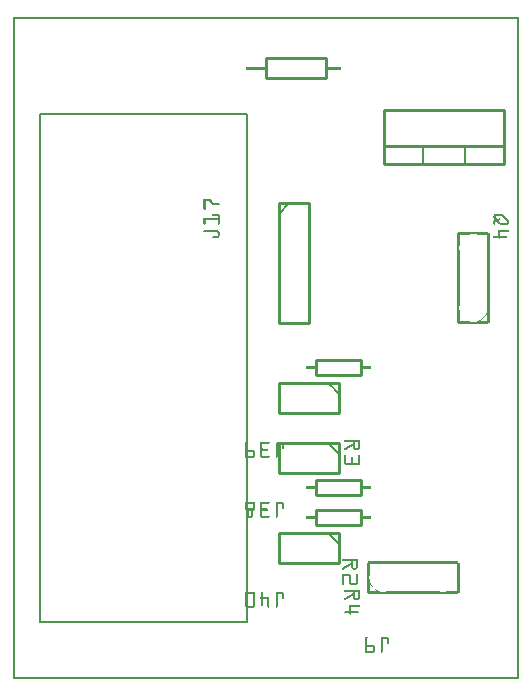
<source format=gto>
G04 MADE WITH FRITZING*
G04 WWW.FRITZING.ORG*
G04 DOUBLE SIDED*
G04 HOLES PLATED*
G04 CONTOUR ON CENTER OF CONTOUR VECTOR*
%ASAXBY*%
%FSLAX23Y23*%
%MOIN*%
%OFA0B0*%
%SFA1.0B1.0*%
%ADD10C,0.010000*%
%ADD11C,0.005000*%
%ADD12C,0.008000*%
%ADD13R,0.001000X0.001000*%
%LNSILK1*%
G90*
G70*
G54D10*
X1161Y515D02*
X1011Y515D01*
D02*
X1011Y515D02*
X1011Y565D01*
D02*
X1011Y565D02*
X1161Y565D01*
D02*
X1161Y565D02*
X1161Y515D01*
D02*
X1161Y1015D02*
X1011Y1015D01*
D02*
X1011Y1015D02*
X1011Y1065D01*
D02*
X1011Y1065D02*
X1161Y1065D01*
D02*
X1161Y1065D02*
X1161Y1015D01*
D02*
X1161Y615D02*
X1011Y615D01*
D02*
X1011Y615D02*
X1011Y665D01*
D02*
X1011Y665D02*
X1161Y665D01*
D02*
X1161Y665D02*
X1161Y615D01*
D02*
X845Y2072D02*
X1045Y2072D01*
D02*
X1045Y2072D02*
X1045Y2006D01*
D02*
X1045Y2006D02*
X845Y2006D01*
D02*
X845Y2006D02*
X845Y2072D01*
D02*
X1636Y1719D02*
X1236Y1719D01*
D02*
X1236Y1719D02*
X1236Y1899D01*
D02*
X1236Y1899D02*
X1636Y1899D01*
D02*
X1636Y1899D02*
X1636Y1719D01*
D02*
X1636Y1719D02*
X1236Y1719D01*
D02*
X1236Y1719D02*
X1236Y1779D01*
D02*
X1236Y1779D02*
X1636Y1779D01*
D02*
X1636Y1779D02*
X1636Y1719D01*
G54D11*
D02*
X1506Y1719D02*
X1506Y1779D01*
D02*
X1366Y1719D02*
X1366Y1779D01*
G54D10*
D02*
X1086Y489D02*
X886Y489D01*
D02*
X886Y489D02*
X886Y389D01*
D02*
X886Y389D02*
X1086Y389D01*
D02*
X1086Y389D02*
X1086Y489D01*
G54D11*
D02*
X1051Y489D02*
X1086Y454D01*
G54D10*
D02*
X1086Y989D02*
X886Y989D01*
D02*
X886Y989D02*
X886Y889D01*
D02*
X886Y889D02*
X1086Y889D01*
D02*
X1086Y889D02*
X1086Y989D01*
D02*
X1086Y789D02*
X886Y789D01*
D02*
X886Y789D02*
X886Y689D01*
D02*
X886Y689D02*
X1086Y689D01*
D02*
X1086Y689D02*
X1086Y789D01*
G54D11*
D02*
X1051Y789D02*
X1086Y754D01*
G54D10*
D02*
X886Y1589D02*
X886Y1189D01*
D02*
X886Y1189D02*
X986Y1189D01*
D02*
X986Y1189D02*
X986Y1589D01*
D02*
X986Y1589D02*
X886Y1589D01*
G54D11*
D02*
X886Y1554D02*
X921Y1589D01*
G54D12*
X89Y193D02*
X781Y193D01*
X781Y1886D01*
X89Y1886D01*
X89Y193D01*
D02*
G54D13*
X0Y2210D02*
X1687Y2210D01*
X0Y2209D02*
X1687Y2209D01*
X0Y2208D02*
X1687Y2208D01*
X0Y2207D02*
X1687Y2207D01*
X0Y2206D02*
X1687Y2206D01*
X0Y2205D02*
X1687Y2205D01*
X0Y2204D02*
X1687Y2204D01*
X0Y2203D02*
X1687Y2203D01*
X0Y2202D02*
X7Y2202D01*
X1680Y2202D02*
X1687Y2202D01*
X0Y2201D02*
X7Y2201D01*
X1680Y2201D02*
X1687Y2201D01*
X0Y2200D02*
X7Y2200D01*
X1680Y2200D02*
X1687Y2200D01*
X0Y2199D02*
X7Y2199D01*
X1680Y2199D02*
X1687Y2199D01*
X0Y2198D02*
X7Y2198D01*
X1680Y2198D02*
X1687Y2198D01*
X0Y2197D02*
X7Y2197D01*
X1680Y2197D02*
X1687Y2197D01*
X0Y2196D02*
X7Y2196D01*
X1680Y2196D02*
X1687Y2196D01*
X0Y2195D02*
X7Y2195D01*
X1680Y2195D02*
X1687Y2195D01*
X0Y2194D02*
X7Y2194D01*
X1680Y2194D02*
X1687Y2194D01*
X0Y2193D02*
X7Y2193D01*
X1680Y2193D02*
X1687Y2193D01*
X0Y2192D02*
X7Y2192D01*
X1680Y2192D02*
X1687Y2192D01*
X0Y2191D02*
X7Y2191D01*
X1680Y2191D02*
X1687Y2191D01*
X0Y2190D02*
X7Y2190D01*
X1680Y2190D02*
X1687Y2190D01*
X0Y2189D02*
X7Y2189D01*
X1680Y2189D02*
X1687Y2189D01*
X0Y2188D02*
X7Y2188D01*
X1680Y2188D02*
X1687Y2188D01*
X0Y2187D02*
X7Y2187D01*
X1680Y2187D02*
X1687Y2187D01*
X0Y2186D02*
X7Y2186D01*
X1680Y2186D02*
X1687Y2186D01*
X0Y2185D02*
X7Y2185D01*
X1680Y2185D02*
X1687Y2185D01*
X0Y2184D02*
X7Y2184D01*
X1680Y2184D02*
X1687Y2184D01*
X0Y2183D02*
X7Y2183D01*
X1680Y2183D02*
X1687Y2183D01*
X0Y2182D02*
X7Y2182D01*
X1680Y2182D02*
X1687Y2182D01*
X0Y2181D02*
X7Y2181D01*
X1680Y2181D02*
X1687Y2181D01*
X0Y2180D02*
X7Y2180D01*
X1680Y2180D02*
X1687Y2180D01*
X0Y2179D02*
X7Y2179D01*
X1680Y2179D02*
X1687Y2179D01*
X0Y2178D02*
X7Y2178D01*
X1680Y2178D02*
X1687Y2178D01*
X0Y2177D02*
X7Y2177D01*
X1680Y2177D02*
X1687Y2177D01*
X0Y2176D02*
X7Y2176D01*
X1680Y2176D02*
X1687Y2176D01*
X0Y2175D02*
X7Y2175D01*
X1680Y2175D02*
X1687Y2175D01*
X0Y2174D02*
X7Y2174D01*
X1680Y2174D02*
X1687Y2174D01*
X0Y2173D02*
X7Y2173D01*
X1680Y2173D02*
X1687Y2173D01*
X0Y2172D02*
X7Y2172D01*
X1680Y2172D02*
X1687Y2172D01*
X0Y2171D02*
X7Y2171D01*
X1680Y2171D02*
X1687Y2171D01*
X0Y2170D02*
X7Y2170D01*
X1680Y2170D02*
X1687Y2170D01*
X0Y2169D02*
X7Y2169D01*
X1680Y2169D02*
X1687Y2169D01*
X0Y2168D02*
X7Y2168D01*
X1680Y2168D02*
X1687Y2168D01*
X0Y2167D02*
X7Y2167D01*
X1680Y2167D02*
X1687Y2167D01*
X0Y2166D02*
X7Y2166D01*
X1680Y2166D02*
X1687Y2166D01*
X0Y2165D02*
X7Y2165D01*
X1680Y2165D02*
X1687Y2165D01*
X0Y2164D02*
X7Y2164D01*
X1680Y2164D02*
X1687Y2164D01*
X0Y2163D02*
X7Y2163D01*
X1680Y2163D02*
X1687Y2163D01*
X0Y2162D02*
X7Y2162D01*
X1680Y2162D02*
X1687Y2162D01*
X0Y2161D02*
X7Y2161D01*
X1680Y2161D02*
X1687Y2161D01*
X0Y2160D02*
X7Y2160D01*
X1680Y2160D02*
X1687Y2160D01*
X0Y2159D02*
X7Y2159D01*
X1680Y2159D02*
X1687Y2159D01*
X0Y2158D02*
X7Y2158D01*
X1680Y2158D02*
X1687Y2158D01*
X0Y2157D02*
X7Y2157D01*
X1680Y2157D02*
X1687Y2157D01*
X0Y2156D02*
X7Y2156D01*
X1680Y2156D02*
X1687Y2156D01*
X0Y2155D02*
X7Y2155D01*
X1680Y2155D02*
X1687Y2155D01*
X0Y2154D02*
X7Y2154D01*
X1680Y2154D02*
X1687Y2154D01*
X0Y2153D02*
X7Y2153D01*
X1680Y2153D02*
X1687Y2153D01*
X0Y2152D02*
X7Y2152D01*
X1680Y2152D02*
X1687Y2152D01*
X0Y2151D02*
X7Y2151D01*
X1680Y2151D02*
X1687Y2151D01*
X0Y2150D02*
X7Y2150D01*
X1680Y2150D02*
X1687Y2150D01*
X0Y2149D02*
X7Y2149D01*
X1680Y2149D02*
X1687Y2149D01*
X0Y2148D02*
X7Y2148D01*
X1680Y2148D02*
X1687Y2148D01*
X0Y2147D02*
X7Y2147D01*
X1680Y2147D02*
X1687Y2147D01*
X0Y2146D02*
X7Y2146D01*
X1680Y2146D02*
X1687Y2146D01*
X0Y2145D02*
X7Y2145D01*
X1680Y2145D02*
X1687Y2145D01*
X0Y2144D02*
X7Y2144D01*
X1680Y2144D02*
X1687Y2144D01*
X0Y2143D02*
X7Y2143D01*
X1680Y2143D02*
X1687Y2143D01*
X0Y2142D02*
X7Y2142D01*
X1680Y2142D02*
X1687Y2142D01*
X0Y2141D02*
X7Y2141D01*
X1680Y2141D02*
X1687Y2141D01*
X0Y2140D02*
X7Y2140D01*
X1680Y2140D02*
X1687Y2140D01*
X0Y2139D02*
X7Y2139D01*
X1680Y2139D02*
X1687Y2139D01*
X0Y2138D02*
X7Y2138D01*
X1680Y2138D02*
X1687Y2138D01*
X0Y2137D02*
X7Y2137D01*
X1680Y2137D02*
X1687Y2137D01*
X0Y2136D02*
X7Y2136D01*
X1680Y2136D02*
X1687Y2136D01*
X0Y2135D02*
X7Y2135D01*
X1680Y2135D02*
X1687Y2135D01*
X0Y2134D02*
X7Y2134D01*
X1680Y2134D02*
X1687Y2134D01*
X0Y2133D02*
X7Y2133D01*
X1680Y2133D02*
X1687Y2133D01*
X0Y2132D02*
X7Y2132D01*
X1680Y2132D02*
X1687Y2132D01*
X0Y2131D02*
X7Y2131D01*
X1680Y2131D02*
X1687Y2131D01*
X0Y2130D02*
X7Y2130D01*
X1680Y2130D02*
X1687Y2130D01*
X0Y2129D02*
X7Y2129D01*
X1680Y2129D02*
X1687Y2129D01*
X0Y2128D02*
X7Y2128D01*
X1680Y2128D02*
X1687Y2128D01*
X0Y2127D02*
X7Y2127D01*
X1680Y2127D02*
X1687Y2127D01*
X0Y2126D02*
X7Y2126D01*
X1680Y2126D02*
X1687Y2126D01*
X0Y2125D02*
X7Y2125D01*
X1680Y2125D02*
X1687Y2125D01*
X0Y2124D02*
X7Y2124D01*
X1680Y2124D02*
X1687Y2124D01*
X0Y2123D02*
X7Y2123D01*
X1680Y2123D02*
X1687Y2123D01*
X0Y2122D02*
X7Y2122D01*
X1680Y2122D02*
X1687Y2122D01*
X0Y2121D02*
X7Y2121D01*
X1680Y2121D02*
X1687Y2121D01*
X0Y2120D02*
X7Y2120D01*
X1680Y2120D02*
X1687Y2120D01*
X0Y2119D02*
X7Y2119D01*
X1680Y2119D02*
X1687Y2119D01*
X0Y2118D02*
X7Y2118D01*
X1680Y2118D02*
X1687Y2118D01*
X0Y2117D02*
X7Y2117D01*
X1680Y2117D02*
X1687Y2117D01*
X0Y2116D02*
X7Y2116D01*
X1680Y2116D02*
X1687Y2116D01*
X0Y2115D02*
X7Y2115D01*
X1680Y2115D02*
X1687Y2115D01*
X0Y2114D02*
X7Y2114D01*
X1680Y2114D02*
X1687Y2114D01*
X0Y2113D02*
X7Y2113D01*
X1680Y2113D02*
X1687Y2113D01*
X0Y2112D02*
X7Y2112D01*
X1680Y2112D02*
X1687Y2112D01*
X0Y2111D02*
X7Y2111D01*
X1680Y2111D02*
X1687Y2111D01*
X0Y2110D02*
X7Y2110D01*
X1680Y2110D02*
X1687Y2110D01*
X0Y2109D02*
X7Y2109D01*
X1680Y2109D02*
X1687Y2109D01*
X0Y2108D02*
X7Y2108D01*
X1680Y2108D02*
X1687Y2108D01*
X0Y2107D02*
X7Y2107D01*
X1680Y2107D02*
X1687Y2107D01*
X0Y2106D02*
X7Y2106D01*
X1680Y2106D02*
X1687Y2106D01*
X0Y2105D02*
X7Y2105D01*
X1680Y2105D02*
X1687Y2105D01*
X0Y2104D02*
X7Y2104D01*
X1680Y2104D02*
X1687Y2104D01*
X0Y2103D02*
X7Y2103D01*
X1680Y2103D02*
X1687Y2103D01*
X0Y2102D02*
X7Y2102D01*
X1680Y2102D02*
X1687Y2102D01*
X0Y2101D02*
X7Y2101D01*
X1680Y2101D02*
X1687Y2101D01*
X0Y2100D02*
X7Y2100D01*
X1680Y2100D02*
X1687Y2100D01*
X0Y2099D02*
X7Y2099D01*
X1680Y2099D02*
X1687Y2099D01*
X0Y2098D02*
X7Y2098D01*
X1680Y2098D02*
X1687Y2098D01*
X0Y2097D02*
X7Y2097D01*
X1680Y2097D02*
X1687Y2097D01*
X0Y2096D02*
X7Y2096D01*
X1680Y2096D02*
X1687Y2096D01*
X0Y2095D02*
X7Y2095D01*
X1680Y2095D02*
X1687Y2095D01*
X0Y2094D02*
X7Y2094D01*
X1680Y2094D02*
X1687Y2094D01*
X0Y2093D02*
X7Y2093D01*
X1680Y2093D02*
X1687Y2093D01*
X0Y2092D02*
X7Y2092D01*
X1680Y2092D02*
X1687Y2092D01*
X0Y2091D02*
X7Y2091D01*
X1680Y2091D02*
X1687Y2091D01*
X0Y2090D02*
X7Y2090D01*
X1680Y2090D02*
X1687Y2090D01*
X0Y2089D02*
X7Y2089D01*
X1680Y2089D02*
X1687Y2089D01*
X0Y2088D02*
X7Y2088D01*
X1680Y2088D02*
X1687Y2088D01*
X0Y2087D02*
X7Y2087D01*
X1680Y2087D02*
X1687Y2087D01*
X0Y2086D02*
X7Y2086D01*
X1680Y2086D02*
X1687Y2086D01*
X0Y2085D02*
X7Y2085D01*
X1680Y2085D02*
X1687Y2085D01*
X0Y2084D02*
X7Y2084D01*
X1680Y2084D02*
X1687Y2084D01*
X0Y2083D02*
X7Y2083D01*
X1680Y2083D02*
X1687Y2083D01*
X0Y2082D02*
X7Y2082D01*
X1680Y2082D02*
X1687Y2082D01*
X0Y2081D02*
X7Y2081D01*
X1680Y2081D02*
X1687Y2081D01*
X0Y2080D02*
X7Y2080D01*
X1680Y2080D02*
X1687Y2080D01*
X0Y2079D02*
X7Y2079D01*
X1680Y2079D02*
X1687Y2079D01*
X0Y2078D02*
X7Y2078D01*
X1680Y2078D02*
X1687Y2078D01*
X0Y2077D02*
X7Y2077D01*
X1680Y2077D02*
X1687Y2077D01*
X0Y2076D02*
X7Y2076D01*
X1680Y2076D02*
X1687Y2076D01*
X0Y2075D02*
X7Y2075D01*
X1680Y2075D02*
X1687Y2075D01*
X0Y2074D02*
X7Y2074D01*
X1680Y2074D02*
X1687Y2074D01*
X0Y2073D02*
X7Y2073D01*
X1680Y2073D02*
X1687Y2073D01*
X0Y2072D02*
X7Y2072D01*
X1680Y2072D02*
X1687Y2072D01*
X0Y2071D02*
X7Y2071D01*
X1680Y2071D02*
X1687Y2071D01*
X0Y2070D02*
X7Y2070D01*
X1680Y2070D02*
X1687Y2070D01*
X0Y2069D02*
X7Y2069D01*
X1680Y2069D02*
X1687Y2069D01*
X0Y2068D02*
X7Y2068D01*
X1680Y2068D02*
X1687Y2068D01*
X0Y2067D02*
X7Y2067D01*
X1680Y2067D02*
X1687Y2067D01*
X0Y2066D02*
X7Y2066D01*
X1680Y2066D02*
X1687Y2066D01*
X0Y2065D02*
X7Y2065D01*
X1680Y2065D02*
X1687Y2065D01*
X0Y2064D02*
X7Y2064D01*
X1680Y2064D02*
X1687Y2064D01*
X0Y2063D02*
X7Y2063D01*
X1680Y2063D02*
X1687Y2063D01*
X0Y2062D02*
X7Y2062D01*
X1680Y2062D02*
X1687Y2062D01*
X0Y2061D02*
X7Y2061D01*
X1680Y2061D02*
X1687Y2061D01*
X0Y2060D02*
X7Y2060D01*
X1680Y2060D02*
X1687Y2060D01*
X0Y2059D02*
X7Y2059D01*
X1680Y2059D02*
X1687Y2059D01*
X0Y2058D02*
X7Y2058D01*
X1680Y2058D02*
X1687Y2058D01*
X0Y2057D02*
X7Y2057D01*
X1680Y2057D02*
X1687Y2057D01*
X0Y2056D02*
X7Y2056D01*
X1680Y2056D02*
X1687Y2056D01*
X0Y2055D02*
X7Y2055D01*
X1680Y2055D02*
X1687Y2055D01*
X0Y2054D02*
X7Y2054D01*
X1680Y2054D02*
X1687Y2054D01*
X0Y2053D02*
X7Y2053D01*
X1680Y2053D02*
X1687Y2053D01*
X0Y2052D02*
X7Y2052D01*
X1680Y2052D02*
X1687Y2052D01*
X0Y2051D02*
X7Y2051D01*
X1680Y2051D02*
X1687Y2051D01*
X0Y2050D02*
X7Y2050D01*
X1680Y2050D02*
X1687Y2050D01*
X0Y2049D02*
X7Y2049D01*
X1680Y2049D02*
X1687Y2049D01*
X0Y2048D02*
X7Y2048D01*
X1680Y2048D02*
X1687Y2048D01*
X0Y2047D02*
X7Y2047D01*
X1680Y2047D02*
X1687Y2047D01*
X0Y2046D02*
X7Y2046D01*
X1680Y2046D02*
X1687Y2046D01*
X0Y2045D02*
X7Y2045D01*
X1680Y2045D02*
X1687Y2045D01*
X0Y2044D02*
X7Y2044D01*
X778Y2044D02*
X844Y2044D01*
X1045Y2044D02*
X1093Y2044D01*
X1680Y2044D02*
X1687Y2044D01*
X0Y2043D02*
X7Y2043D01*
X778Y2043D02*
X844Y2043D01*
X1045Y2043D02*
X1092Y2043D01*
X1680Y2043D02*
X1687Y2043D01*
X0Y2042D02*
X7Y2042D01*
X778Y2042D02*
X844Y2042D01*
X1045Y2042D02*
X1092Y2042D01*
X1680Y2042D02*
X1687Y2042D01*
X0Y2041D02*
X7Y2041D01*
X778Y2041D02*
X844Y2041D01*
X1045Y2041D02*
X1092Y2041D01*
X1680Y2041D02*
X1687Y2041D01*
X0Y2040D02*
X7Y2040D01*
X778Y2040D02*
X844Y2040D01*
X1045Y2040D02*
X1092Y2040D01*
X1680Y2040D02*
X1687Y2040D01*
X0Y2039D02*
X7Y2039D01*
X778Y2039D02*
X844Y2039D01*
X1045Y2039D02*
X1092Y2039D01*
X1680Y2039D02*
X1687Y2039D01*
X0Y2038D02*
X7Y2038D01*
X778Y2038D02*
X844Y2038D01*
X1045Y2038D02*
X1092Y2038D01*
X1680Y2038D02*
X1687Y2038D01*
X0Y2037D02*
X7Y2037D01*
X778Y2037D02*
X844Y2037D01*
X1045Y2037D02*
X1092Y2037D01*
X1680Y2037D02*
X1687Y2037D01*
X0Y2036D02*
X7Y2036D01*
X778Y2036D02*
X844Y2036D01*
X1045Y2036D02*
X1092Y2036D01*
X1680Y2036D02*
X1687Y2036D01*
X0Y2035D02*
X7Y2035D01*
X778Y2035D02*
X844Y2035D01*
X1045Y2035D02*
X1093Y2035D01*
X1680Y2035D02*
X1687Y2035D01*
X0Y2034D02*
X7Y2034D01*
X1680Y2034D02*
X1687Y2034D01*
X0Y2033D02*
X7Y2033D01*
X1680Y2033D02*
X1687Y2033D01*
X0Y2032D02*
X7Y2032D01*
X1680Y2032D02*
X1687Y2032D01*
X0Y2031D02*
X7Y2031D01*
X1680Y2031D02*
X1687Y2031D01*
X0Y2030D02*
X7Y2030D01*
X1680Y2030D02*
X1687Y2030D01*
X0Y2029D02*
X7Y2029D01*
X1680Y2029D02*
X1687Y2029D01*
X0Y2028D02*
X7Y2028D01*
X1680Y2028D02*
X1687Y2028D01*
X0Y2027D02*
X7Y2027D01*
X1680Y2027D02*
X1687Y2027D01*
X0Y2026D02*
X7Y2026D01*
X1680Y2026D02*
X1687Y2026D01*
X0Y2025D02*
X7Y2025D01*
X1680Y2025D02*
X1687Y2025D01*
X0Y2024D02*
X7Y2024D01*
X1680Y2024D02*
X1687Y2024D01*
X0Y2023D02*
X7Y2023D01*
X1680Y2023D02*
X1687Y2023D01*
X0Y2022D02*
X7Y2022D01*
X1680Y2022D02*
X1687Y2022D01*
X0Y2021D02*
X7Y2021D01*
X1680Y2021D02*
X1687Y2021D01*
X0Y2020D02*
X7Y2020D01*
X1680Y2020D02*
X1687Y2020D01*
X0Y2019D02*
X7Y2019D01*
X1680Y2019D02*
X1687Y2019D01*
X0Y2018D02*
X7Y2018D01*
X1680Y2018D02*
X1687Y2018D01*
X0Y2017D02*
X7Y2017D01*
X1680Y2017D02*
X1687Y2017D01*
X0Y2016D02*
X7Y2016D01*
X1680Y2016D02*
X1687Y2016D01*
X0Y2015D02*
X7Y2015D01*
X1680Y2015D02*
X1687Y2015D01*
X0Y2014D02*
X7Y2014D01*
X1680Y2014D02*
X1687Y2014D01*
X0Y2013D02*
X7Y2013D01*
X1680Y2013D02*
X1687Y2013D01*
X0Y2012D02*
X7Y2012D01*
X1680Y2012D02*
X1687Y2012D01*
X0Y2011D02*
X7Y2011D01*
X1680Y2011D02*
X1687Y2011D01*
X0Y2010D02*
X7Y2010D01*
X1680Y2010D02*
X1687Y2010D01*
X0Y2009D02*
X7Y2009D01*
X1680Y2009D02*
X1687Y2009D01*
X0Y2008D02*
X7Y2008D01*
X1680Y2008D02*
X1687Y2008D01*
X0Y2007D02*
X7Y2007D01*
X1680Y2007D02*
X1687Y2007D01*
X0Y2006D02*
X7Y2006D01*
X1680Y2006D02*
X1687Y2006D01*
X0Y2005D02*
X7Y2005D01*
X1680Y2005D02*
X1687Y2005D01*
X0Y2004D02*
X7Y2004D01*
X1680Y2004D02*
X1687Y2004D01*
X0Y2003D02*
X7Y2003D01*
X1680Y2003D02*
X1687Y2003D01*
X0Y2002D02*
X7Y2002D01*
X1680Y2002D02*
X1687Y2002D01*
X0Y2001D02*
X7Y2001D01*
X1680Y2001D02*
X1687Y2001D01*
X0Y2000D02*
X7Y2000D01*
X1680Y2000D02*
X1687Y2000D01*
X0Y1999D02*
X7Y1999D01*
X1680Y1999D02*
X1687Y1999D01*
X0Y1998D02*
X7Y1998D01*
X1680Y1998D02*
X1687Y1998D01*
X0Y1997D02*
X7Y1997D01*
X1680Y1997D02*
X1687Y1997D01*
X0Y1996D02*
X7Y1996D01*
X1680Y1996D02*
X1687Y1996D01*
X0Y1995D02*
X7Y1995D01*
X1680Y1995D02*
X1687Y1995D01*
X0Y1994D02*
X7Y1994D01*
X1680Y1994D02*
X1687Y1994D01*
X0Y1993D02*
X7Y1993D01*
X1680Y1993D02*
X1687Y1993D01*
X0Y1992D02*
X7Y1992D01*
X1680Y1992D02*
X1687Y1992D01*
X0Y1991D02*
X7Y1991D01*
X1680Y1991D02*
X1687Y1991D01*
X0Y1990D02*
X7Y1990D01*
X1680Y1990D02*
X1687Y1990D01*
X0Y1989D02*
X7Y1989D01*
X1680Y1989D02*
X1687Y1989D01*
X0Y1988D02*
X7Y1988D01*
X1680Y1988D02*
X1687Y1988D01*
X0Y1987D02*
X7Y1987D01*
X1680Y1987D02*
X1687Y1987D01*
X0Y1986D02*
X7Y1986D01*
X1680Y1986D02*
X1687Y1986D01*
X0Y1985D02*
X7Y1985D01*
X1680Y1985D02*
X1687Y1985D01*
X0Y1984D02*
X7Y1984D01*
X1680Y1984D02*
X1687Y1984D01*
X0Y1983D02*
X7Y1983D01*
X1680Y1983D02*
X1687Y1983D01*
X0Y1982D02*
X7Y1982D01*
X1680Y1982D02*
X1687Y1982D01*
X0Y1981D02*
X7Y1981D01*
X1680Y1981D02*
X1687Y1981D01*
X0Y1980D02*
X7Y1980D01*
X1680Y1980D02*
X1687Y1980D01*
X0Y1979D02*
X7Y1979D01*
X1680Y1979D02*
X1687Y1979D01*
X0Y1978D02*
X7Y1978D01*
X1680Y1978D02*
X1687Y1978D01*
X0Y1977D02*
X7Y1977D01*
X1680Y1977D02*
X1687Y1977D01*
X0Y1976D02*
X7Y1976D01*
X1680Y1976D02*
X1687Y1976D01*
X0Y1975D02*
X7Y1975D01*
X1680Y1975D02*
X1687Y1975D01*
X0Y1974D02*
X7Y1974D01*
X1680Y1974D02*
X1687Y1974D01*
X0Y1973D02*
X7Y1973D01*
X1680Y1973D02*
X1687Y1973D01*
X0Y1972D02*
X7Y1972D01*
X1680Y1972D02*
X1687Y1972D01*
X0Y1971D02*
X7Y1971D01*
X1680Y1971D02*
X1687Y1971D01*
X0Y1970D02*
X7Y1970D01*
X1680Y1970D02*
X1687Y1970D01*
X0Y1969D02*
X7Y1969D01*
X1680Y1969D02*
X1687Y1969D01*
X0Y1968D02*
X7Y1968D01*
X1680Y1968D02*
X1687Y1968D01*
X0Y1967D02*
X7Y1967D01*
X1680Y1967D02*
X1687Y1967D01*
X0Y1966D02*
X7Y1966D01*
X1680Y1966D02*
X1687Y1966D01*
X0Y1965D02*
X7Y1965D01*
X1680Y1965D02*
X1687Y1965D01*
X0Y1964D02*
X7Y1964D01*
X1680Y1964D02*
X1687Y1964D01*
X0Y1963D02*
X7Y1963D01*
X1680Y1963D02*
X1687Y1963D01*
X0Y1962D02*
X7Y1962D01*
X1680Y1962D02*
X1687Y1962D01*
X0Y1961D02*
X7Y1961D01*
X1680Y1961D02*
X1687Y1961D01*
X0Y1960D02*
X7Y1960D01*
X1680Y1960D02*
X1687Y1960D01*
X0Y1959D02*
X7Y1959D01*
X1680Y1959D02*
X1687Y1959D01*
X0Y1958D02*
X7Y1958D01*
X1680Y1958D02*
X1687Y1958D01*
X0Y1957D02*
X7Y1957D01*
X1680Y1957D02*
X1687Y1957D01*
X0Y1956D02*
X7Y1956D01*
X1680Y1956D02*
X1687Y1956D01*
X0Y1955D02*
X7Y1955D01*
X1680Y1955D02*
X1687Y1955D01*
X0Y1954D02*
X7Y1954D01*
X1680Y1954D02*
X1687Y1954D01*
X0Y1953D02*
X7Y1953D01*
X1680Y1953D02*
X1687Y1953D01*
X0Y1952D02*
X7Y1952D01*
X1680Y1952D02*
X1687Y1952D01*
X0Y1951D02*
X7Y1951D01*
X1680Y1951D02*
X1687Y1951D01*
X0Y1950D02*
X7Y1950D01*
X1680Y1950D02*
X1687Y1950D01*
X0Y1949D02*
X7Y1949D01*
X1680Y1949D02*
X1687Y1949D01*
X0Y1948D02*
X7Y1948D01*
X1680Y1948D02*
X1687Y1948D01*
X0Y1947D02*
X7Y1947D01*
X1680Y1947D02*
X1687Y1947D01*
X0Y1946D02*
X7Y1946D01*
X1680Y1946D02*
X1687Y1946D01*
X0Y1945D02*
X7Y1945D01*
X1680Y1945D02*
X1687Y1945D01*
X0Y1944D02*
X7Y1944D01*
X1680Y1944D02*
X1687Y1944D01*
X0Y1943D02*
X7Y1943D01*
X1680Y1943D02*
X1687Y1943D01*
X0Y1942D02*
X7Y1942D01*
X1680Y1942D02*
X1687Y1942D01*
X0Y1941D02*
X7Y1941D01*
X1680Y1941D02*
X1687Y1941D01*
X0Y1940D02*
X7Y1940D01*
X1680Y1940D02*
X1687Y1940D01*
X0Y1939D02*
X7Y1939D01*
X1680Y1939D02*
X1687Y1939D01*
X0Y1938D02*
X7Y1938D01*
X1680Y1938D02*
X1687Y1938D01*
X0Y1937D02*
X7Y1937D01*
X1680Y1937D02*
X1687Y1937D01*
X0Y1936D02*
X7Y1936D01*
X1680Y1936D02*
X1687Y1936D01*
X0Y1935D02*
X7Y1935D01*
X1680Y1935D02*
X1687Y1935D01*
X0Y1934D02*
X7Y1934D01*
X1680Y1934D02*
X1687Y1934D01*
X0Y1933D02*
X7Y1933D01*
X1680Y1933D02*
X1687Y1933D01*
X0Y1932D02*
X7Y1932D01*
X1680Y1932D02*
X1687Y1932D01*
X0Y1931D02*
X7Y1931D01*
X1680Y1931D02*
X1687Y1931D01*
X0Y1930D02*
X7Y1930D01*
X1680Y1930D02*
X1687Y1930D01*
X0Y1929D02*
X7Y1929D01*
X1680Y1929D02*
X1687Y1929D01*
X0Y1928D02*
X7Y1928D01*
X1680Y1928D02*
X1687Y1928D01*
X0Y1927D02*
X7Y1927D01*
X1680Y1927D02*
X1687Y1927D01*
X0Y1926D02*
X7Y1926D01*
X1680Y1926D02*
X1687Y1926D01*
X0Y1925D02*
X7Y1925D01*
X1680Y1925D02*
X1687Y1925D01*
X0Y1924D02*
X7Y1924D01*
X1680Y1924D02*
X1687Y1924D01*
X0Y1923D02*
X7Y1923D01*
X1680Y1923D02*
X1687Y1923D01*
X0Y1922D02*
X7Y1922D01*
X1680Y1922D02*
X1687Y1922D01*
X0Y1921D02*
X7Y1921D01*
X1680Y1921D02*
X1687Y1921D01*
X0Y1920D02*
X7Y1920D01*
X1680Y1920D02*
X1687Y1920D01*
X0Y1919D02*
X7Y1919D01*
X1680Y1919D02*
X1687Y1919D01*
X0Y1918D02*
X7Y1918D01*
X1680Y1918D02*
X1687Y1918D01*
X0Y1917D02*
X7Y1917D01*
X1680Y1917D02*
X1687Y1917D01*
X0Y1916D02*
X7Y1916D01*
X1680Y1916D02*
X1687Y1916D01*
X0Y1915D02*
X7Y1915D01*
X1680Y1915D02*
X1687Y1915D01*
X0Y1914D02*
X7Y1914D01*
X1680Y1914D02*
X1687Y1914D01*
X0Y1913D02*
X7Y1913D01*
X1680Y1913D02*
X1687Y1913D01*
X0Y1912D02*
X7Y1912D01*
X1680Y1912D02*
X1687Y1912D01*
X0Y1911D02*
X7Y1911D01*
X1680Y1911D02*
X1687Y1911D01*
X0Y1910D02*
X7Y1910D01*
X1680Y1910D02*
X1687Y1910D01*
X0Y1909D02*
X7Y1909D01*
X1680Y1909D02*
X1687Y1909D01*
X0Y1908D02*
X7Y1908D01*
X1680Y1908D02*
X1687Y1908D01*
X0Y1907D02*
X7Y1907D01*
X1680Y1907D02*
X1687Y1907D01*
X0Y1906D02*
X7Y1906D01*
X1680Y1906D02*
X1687Y1906D01*
X0Y1905D02*
X7Y1905D01*
X1680Y1905D02*
X1687Y1905D01*
X0Y1904D02*
X7Y1904D01*
X1680Y1904D02*
X1687Y1904D01*
X0Y1903D02*
X7Y1903D01*
X1680Y1903D02*
X1687Y1903D01*
X0Y1902D02*
X7Y1902D01*
X1680Y1902D02*
X1687Y1902D01*
X0Y1901D02*
X7Y1901D01*
X1680Y1901D02*
X1687Y1901D01*
X0Y1900D02*
X7Y1900D01*
X1680Y1900D02*
X1687Y1900D01*
X0Y1899D02*
X7Y1899D01*
X1680Y1899D02*
X1687Y1899D01*
X0Y1898D02*
X7Y1898D01*
X1680Y1898D02*
X1687Y1898D01*
X0Y1897D02*
X7Y1897D01*
X1680Y1897D02*
X1687Y1897D01*
X0Y1896D02*
X7Y1896D01*
X1680Y1896D02*
X1687Y1896D01*
X0Y1895D02*
X7Y1895D01*
X1680Y1895D02*
X1687Y1895D01*
X0Y1894D02*
X7Y1894D01*
X1680Y1894D02*
X1687Y1894D01*
X0Y1893D02*
X7Y1893D01*
X1680Y1893D02*
X1687Y1893D01*
X0Y1892D02*
X7Y1892D01*
X1680Y1892D02*
X1687Y1892D01*
X0Y1891D02*
X7Y1891D01*
X1680Y1891D02*
X1687Y1891D01*
X0Y1890D02*
X7Y1890D01*
X1680Y1890D02*
X1687Y1890D01*
X0Y1889D02*
X7Y1889D01*
X1680Y1889D02*
X1687Y1889D01*
X0Y1888D02*
X7Y1888D01*
X1680Y1888D02*
X1687Y1888D01*
X0Y1887D02*
X7Y1887D01*
X1680Y1887D02*
X1687Y1887D01*
X0Y1886D02*
X7Y1886D01*
X1680Y1886D02*
X1687Y1886D01*
X0Y1885D02*
X7Y1885D01*
X1680Y1885D02*
X1687Y1885D01*
X0Y1884D02*
X7Y1884D01*
X1680Y1884D02*
X1687Y1884D01*
X0Y1883D02*
X7Y1883D01*
X1680Y1883D02*
X1687Y1883D01*
X0Y1882D02*
X7Y1882D01*
X1680Y1882D02*
X1687Y1882D01*
X0Y1881D02*
X7Y1881D01*
X1680Y1881D02*
X1687Y1881D01*
X0Y1880D02*
X7Y1880D01*
X1680Y1880D02*
X1687Y1880D01*
X0Y1879D02*
X7Y1879D01*
X1680Y1879D02*
X1687Y1879D01*
X0Y1878D02*
X7Y1878D01*
X1680Y1878D02*
X1687Y1878D01*
X0Y1877D02*
X7Y1877D01*
X1680Y1877D02*
X1687Y1877D01*
X0Y1876D02*
X7Y1876D01*
X1680Y1876D02*
X1687Y1876D01*
X0Y1875D02*
X7Y1875D01*
X1680Y1875D02*
X1687Y1875D01*
X0Y1874D02*
X7Y1874D01*
X1680Y1874D02*
X1687Y1874D01*
X0Y1873D02*
X7Y1873D01*
X1680Y1873D02*
X1687Y1873D01*
X0Y1872D02*
X7Y1872D01*
X1680Y1872D02*
X1687Y1872D01*
X0Y1871D02*
X7Y1871D01*
X1680Y1871D02*
X1687Y1871D01*
X0Y1870D02*
X7Y1870D01*
X1680Y1870D02*
X1687Y1870D01*
X0Y1869D02*
X7Y1869D01*
X1680Y1869D02*
X1687Y1869D01*
X0Y1868D02*
X7Y1868D01*
X1680Y1868D02*
X1687Y1868D01*
X0Y1867D02*
X7Y1867D01*
X1680Y1867D02*
X1687Y1867D01*
X0Y1866D02*
X7Y1866D01*
X1680Y1866D02*
X1687Y1866D01*
X0Y1865D02*
X7Y1865D01*
X1680Y1865D02*
X1687Y1865D01*
X0Y1864D02*
X7Y1864D01*
X1680Y1864D02*
X1687Y1864D01*
X0Y1863D02*
X7Y1863D01*
X1680Y1863D02*
X1687Y1863D01*
X0Y1862D02*
X7Y1862D01*
X1680Y1862D02*
X1687Y1862D01*
X0Y1861D02*
X7Y1861D01*
X1680Y1861D02*
X1687Y1861D01*
X0Y1860D02*
X7Y1860D01*
X1680Y1860D02*
X1687Y1860D01*
X0Y1859D02*
X7Y1859D01*
X1680Y1859D02*
X1687Y1859D01*
X0Y1858D02*
X7Y1858D01*
X1680Y1858D02*
X1687Y1858D01*
X0Y1857D02*
X7Y1857D01*
X1680Y1857D02*
X1687Y1857D01*
X0Y1856D02*
X7Y1856D01*
X1680Y1856D02*
X1687Y1856D01*
X0Y1855D02*
X7Y1855D01*
X1680Y1855D02*
X1687Y1855D01*
X0Y1854D02*
X7Y1854D01*
X1680Y1854D02*
X1687Y1854D01*
X0Y1853D02*
X7Y1853D01*
X1680Y1853D02*
X1687Y1853D01*
X0Y1852D02*
X7Y1852D01*
X1680Y1852D02*
X1687Y1852D01*
X0Y1851D02*
X7Y1851D01*
X1680Y1851D02*
X1687Y1851D01*
X0Y1850D02*
X7Y1850D01*
X1680Y1850D02*
X1687Y1850D01*
X0Y1849D02*
X7Y1849D01*
X1680Y1849D02*
X1687Y1849D01*
X0Y1848D02*
X7Y1848D01*
X1680Y1848D02*
X1687Y1848D01*
X0Y1847D02*
X7Y1847D01*
X1680Y1847D02*
X1687Y1847D01*
X0Y1846D02*
X7Y1846D01*
X1680Y1846D02*
X1687Y1846D01*
X0Y1845D02*
X7Y1845D01*
X1680Y1845D02*
X1687Y1845D01*
X0Y1844D02*
X7Y1844D01*
X1680Y1844D02*
X1687Y1844D01*
X0Y1843D02*
X7Y1843D01*
X1680Y1843D02*
X1687Y1843D01*
X0Y1842D02*
X7Y1842D01*
X1680Y1842D02*
X1687Y1842D01*
X0Y1841D02*
X7Y1841D01*
X1680Y1841D02*
X1687Y1841D01*
X0Y1840D02*
X7Y1840D01*
X1680Y1840D02*
X1687Y1840D01*
X0Y1839D02*
X7Y1839D01*
X1680Y1839D02*
X1687Y1839D01*
X0Y1838D02*
X7Y1838D01*
X1680Y1838D02*
X1687Y1838D01*
X0Y1837D02*
X7Y1837D01*
X1680Y1837D02*
X1687Y1837D01*
X0Y1836D02*
X7Y1836D01*
X1680Y1836D02*
X1687Y1836D01*
X0Y1835D02*
X7Y1835D01*
X1680Y1835D02*
X1687Y1835D01*
X0Y1834D02*
X7Y1834D01*
X1680Y1834D02*
X1687Y1834D01*
X0Y1833D02*
X7Y1833D01*
X1680Y1833D02*
X1687Y1833D01*
X0Y1832D02*
X7Y1832D01*
X1680Y1832D02*
X1687Y1832D01*
X0Y1831D02*
X7Y1831D01*
X1680Y1831D02*
X1687Y1831D01*
X0Y1830D02*
X7Y1830D01*
X1680Y1830D02*
X1687Y1830D01*
X0Y1829D02*
X7Y1829D01*
X1680Y1829D02*
X1687Y1829D01*
X0Y1828D02*
X7Y1828D01*
X1680Y1828D02*
X1687Y1828D01*
X0Y1827D02*
X7Y1827D01*
X1680Y1827D02*
X1687Y1827D01*
X0Y1826D02*
X7Y1826D01*
X1680Y1826D02*
X1687Y1826D01*
X0Y1825D02*
X7Y1825D01*
X1680Y1825D02*
X1687Y1825D01*
X0Y1824D02*
X7Y1824D01*
X1680Y1824D02*
X1687Y1824D01*
X0Y1823D02*
X7Y1823D01*
X1680Y1823D02*
X1687Y1823D01*
X0Y1822D02*
X7Y1822D01*
X1680Y1822D02*
X1687Y1822D01*
X0Y1821D02*
X7Y1821D01*
X1680Y1821D02*
X1687Y1821D01*
X0Y1820D02*
X7Y1820D01*
X1680Y1820D02*
X1687Y1820D01*
X0Y1819D02*
X7Y1819D01*
X1680Y1819D02*
X1687Y1819D01*
X0Y1818D02*
X7Y1818D01*
X1680Y1818D02*
X1687Y1818D01*
X0Y1817D02*
X7Y1817D01*
X1680Y1817D02*
X1687Y1817D01*
X0Y1816D02*
X7Y1816D01*
X1680Y1816D02*
X1687Y1816D01*
X0Y1815D02*
X7Y1815D01*
X1680Y1815D02*
X1687Y1815D01*
X0Y1814D02*
X7Y1814D01*
X1680Y1814D02*
X1687Y1814D01*
X0Y1813D02*
X7Y1813D01*
X1680Y1813D02*
X1687Y1813D01*
X0Y1812D02*
X7Y1812D01*
X1680Y1812D02*
X1687Y1812D01*
X0Y1811D02*
X7Y1811D01*
X1680Y1811D02*
X1687Y1811D01*
X0Y1810D02*
X7Y1810D01*
X1680Y1810D02*
X1687Y1810D01*
X0Y1809D02*
X7Y1809D01*
X1680Y1809D02*
X1687Y1809D01*
X0Y1808D02*
X7Y1808D01*
X1680Y1808D02*
X1687Y1808D01*
X0Y1807D02*
X7Y1807D01*
X1680Y1807D02*
X1687Y1807D01*
X0Y1806D02*
X7Y1806D01*
X1680Y1806D02*
X1687Y1806D01*
X0Y1805D02*
X7Y1805D01*
X1680Y1805D02*
X1687Y1805D01*
X0Y1804D02*
X7Y1804D01*
X1680Y1804D02*
X1687Y1804D01*
X0Y1803D02*
X7Y1803D01*
X1680Y1803D02*
X1687Y1803D01*
X0Y1802D02*
X7Y1802D01*
X1680Y1802D02*
X1687Y1802D01*
X0Y1801D02*
X7Y1801D01*
X1680Y1801D02*
X1687Y1801D01*
X0Y1800D02*
X7Y1800D01*
X1680Y1800D02*
X1687Y1800D01*
X0Y1799D02*
X7Y1799D01*
X1680Y1799D02*
X1687Y1799D01*
X0Y1798D02*
X7Y1798D01*
X1680Y1798D02*
X1687Y1798D01*
X0Y1797D02*
X7Y1797D01*
X1680Y1797D02*
X1687Y1797D01*
X0Y1796D02*
X7Y1796D01*
X1680Y1796D02*
X1687Y1796D01*
X0Y1795D02*
X7Y1795D01*
X1680Y1795D02*
X1687Y1795D01*
X0Y1794D02*
X7Y1794D01*
X1680Y1794D02*
X1687Y1794D01*
X0Y1793D02*
X7Y1793D01*
X1680Y1793D02*
X1687Y1793D01*
X0Y1792D02*
X7Y1792D01*
X1680Y1792D02*
X1687Y1792D01*
X0Y1791D02*
X7Y1791D01*
X1680Y1791D02*
X1687Y1791D01*
X0Y1790D02*
X7Y1790D01*
X1680Y1790D02*
X1687Y1790D01*
X0Y1789D02*
X7Y1789D01*
X1680Y1789D02*
X1687Y1789D01*
X0Y1788D02*
X7Y1788D01*
X1680Y1788D02*
X1687Y1788D01*
X0Y1787D02*
X7Y1787D01*
X1680Y1787D02*
X1687Y1787D01*
X0Y1786D02*
X7Y1786D01*
X1680Y1786D02*
X1687Y1786D01*
X0Y1785D02*
X7Y1785D01*
X1680Y1785D02*
X1687Y1785D01*
X0Y1784D02*
X7Y1784D01*
X1680Y1784D02*
X1687Y1784D01*
X0Y1783D02*
X7Y1783D01*
X1680Y1783D02*
X1687Y1783D01*
X0Y1782D02*
X7Y1782D01*
X1680Y1782D02*
X1687Y1782D01*
X0Y1781D02*
X7Y1781D01*
X1680Y1781D02*
X1687Y1781D01*
X0Y1780D02*
X7Y1780D01*
X1680Y1780D02*
X1687Y1780D01*
X0Y1779D02*
X7Y1779D01*
X1680Y1779D02*
X1687Y1779D01*
X0Y1778D02*
X7Y1778D01*
X1680Y1778D02*
X1687Y1778D01*
X0Y1777D02*
X7Y1777D01*
X1680Y1777D02*
X1687Y1777D01*
X0Y1776D02*
X7Y1776D01*
X1680Y1776D02*
X1687Y1776D01*
X0Y1775D02*
X7Y1775D01*
X1680Y1775D02*
X1687Y1775D01*
X0Y1774D02*
X7Y1774D01*
X1680Y1774D02*
X1687Y1774D01*
X0Y1773D02*
X7Y1773D01*
X1680Y1773D02*
X1687Y1773D01*
X0Y1772D02*
X7Y1772D01*
X1680Y1772D02*
X1687Y1772D01*
X0Y1771D02*
X7Y1771D01*
X1680Y1771D02*
X1687Y1771D01*
X0Y1770D02*
X7Y1770D01*
X1680Y1770D02*
X1687Y1770D01*
X0Y1769D02*
X7Y1769D01*
X1680Y1769D02*
X1687Y1769D01*
X0Y1768D02*
X7Y1768D01*
X1680Y1768D02*
X1687Y1768D01*
X0Y1767D02*
X7Y1767D01*
X1680Y1767D02*
X1687Y1767D01*
X0Y1766D02*
X7Y1766D01*
X1680Y1766D02*
X1687Y1766D01*
X0Y1765D02*
X7Y1765D01*
X1680Y1765D02*
X1687Y1765D01*
X0Y1764D02*
X7Y1764D01*
X1680Y1764D02*
X1687Y1764D01*
X0Y1763D02*
X7Y1763D01*
X1680Y1763D02*
X1687Y1763D01*
X0Y1762D02*
X7Y1762D01*
X1680Y1762D02*
X1687Y1762D01*
X0Y1761D02*
X7Y1761D01*
X1680Y1761D02*
X1687Y1761D01*
X0Y1760D02*
X7Y1760D01*
X1680Y1760D02*
X1687Y1760D01*
X0Y1759D02*
X7Y1759D01*
X1680Y1759D02*
X1687Y1759D01*
X0Y1758D02*
X7Y1758D01*
X1680Y1758D02*
X1687Y1758D01*
X0Y1757D02*
X7Y1757D01*
X1680Y1757D02*
X1687Y1757D01*
X0Y1756D02*
X7Y1756D01*
X1680Y1756D02*
X1687Y1756D01*
X0Y1755D02*
X7Y1755D01*
X1680Y1755D02*
X1687Y1755D01*
X0Y1754D02*
X7Y1754D01*
X1680Y1754D02*
X1687Y1754D01*
X0Y1753D02*
X7Y1753D01*
X1680Y1753D02*
X1687Y1753D01*
X0Y1752D02*
X7Y1752D01*
X1680Y1752D02*
X1687Y1752D01*
X0Y1751D02*
X7Y1751D01*
X1680Y1751D02*
X1687Y1751D01*
X0Y1750D02*
X7Y1750D01*
X1680Y1750D02*
X1687Y1750D01*
X0Y1749D02*
X7Y1749D01*
X1680Y1749D02*
X1687Y1749D01*
X0Y1748D02*
X7Y1748D01*
X1680Y1748D02*
X1687Y1748D01*
X0Y1747D02*
X7Y1747D01*
X1680Y1747D02*
X1687Y1747D01*
X0Y1746D02*
X7Y1746D01*
X1680Y1746D02*
X1687Y1746D01*
X0Y1745D02*
X7Y1745D01*
X1680Y1745D02*
X1687Y1745D01*
X0Y1744D02*
X7Y1744D01*
X1680Y1744D02*
X1687Y1744D01*
X0Y1743D02*
X7Y1743D01*
X1680Y1743D02*
X1687Y1743D01*
X0Y1742D02*
X7Y1742D01*
X1680Y1742D02*
X1687Y1742D01*
X0Y1741D02*
X7Y1741D01*
X1680Y1741D02*
X1687Y1741D01*
X0Y1740D02*
X7Y1740D01*
X1680Y1740D02*
X1687Y1740D01*
X0Y1739D02*
X7Y1739D01*
X1680Y1739D02*
X1687Y1739D01*
X0Y1738D02*
X7Y1738D01*
X1680Y1738D02*
X1687Y1738D01*
X0Y1737D02*
X7Y1737D01*
X1680Y1737D02*
X1687Y1737D01*
X0Y1736D02*
X7Y1736D01*
X1680Y1736D02*
X1687Y1736D01*
X0Y1735D02*
X7Y1735D01*
X1680Y1735D02*
X1687Y1735D01*
X0Y1734D02*
X7Y1734D01*
X1680Y1734D02*
X1687Y1734D01*
X0Y1733D02*
X7Y1733D01*
X1680Y1733D02*
X1687Y1733D01*
X0Y1732D02*
X7Y1732D01*
X1680Y1732D02*
X1687Y1732D01*
X0Y1731D02*
X7Y1731D01*
X1680Y1731D02*
X1687Y1731D01*
X0Y1730D02*
X7Y1730D01*
X1680Y1730D02*
X1687Y1730D01*
X0Y1729D02*
X7Y1729D01*
X1680Y1729D02*
X1687Y1729D01*
X0Y1728D02*
X7Y1728D01*
X1680Y1728D02*
X1687Y1728D01*
X0Y1727D02*
X7Y1727D01*
X1680Y1727D02*
X1687Y1727D01*
X0Y1726D02*
X7Y1726D01*
X1680Y1726D02*
X1687Y1726D01*
X0Y1725D02*
X7Y1725D01*
X1680Y1725D02*
X1687Y1725D01*
X0Y1724D02*
X7Y1724D01*
X1680Y1724D02*
X1687Y1724D01*
X0Y1723D02*
X7Y1723D01*
X1680Y1723D02*
X1687Y1723D01*
X0Y1722D02*
X7Y1722D01*
X1680Y1722D02*
X1687Y1722D01*
X0Y1721D02*
X7Y1721D01*
X1680Y1721D02*
X1687Y1721D01*
X0Y1720D02*
X7Y1720D01*
X1680Y1720D02*
X1687Y1720D01*
X0Y1719D02*
X7Y1719D01*
X1680Y1719D02*
X1687Y1719D01*
X0Y1718D02*
X7Y1718D01*
X1680Y1718D02*
X1687Y1718D01*
X0Y1717D02*
X7Y1717D01*
X1680Y1717D02*
X1687Y1717D01*
X0Y1716D02*
X7Y1716D01*
X1680Y1716D02*
X1687Y1716D01*
X0Y1715D02*
X7Y1715D01*
X1680Y1715D02*
X1687Y1715D01*
X0Y1714D02*
X7Y1714D01*
X1680Y1714D02*
X1687Y1714D01*
X0Y1713D02*
X7Y1713D01*
X1680Y1713D02*
X1687Y1713D01*
X0Y1712D02*
X7Y1712D01*
X1680Y1712D02*
X1687Y1712D01*
X0Y1711D02*
X7Y1711D01*
X1680Y1711D02*
X1687Y1711D01*
X0Y1710D02*
X7Y1710D01*
X1680Y1710D02*
X1687Y1710D01*
X0Y1709D02*
X7Y1709D01*
X1680Y1709D02*
X1687Y1709D01*
X0Y1708D02*
X7Y1708D01*
X1680Y1708D02*
X1687Y1708D01*
X0Y1707D02*
X7Y1707D01*
X1680Y1707D02*
X1687Y1707D01*
X0Y1706D02*
X7Y1706D01*
X1680Y1706D02*
X1687Y1706D01*
X0Y1705D02*
X7Y1705D01*
X1680Y1705D02*
X1687Y1705D01*
X0Y1704D02*
X7Y1704D01*
X1680Y1704D02*
X1687Y1704D01*
X0Y1703D02*
X7Y1703D01*
X1680Y1703D02*
X1687Y1703D01*
X0Y1702D02*
X7Y1702D01*
X1680Y1702D02*
X1687Y1702D01*
X0Y1701D02*
X7Y1701D01*
X1680Y1701D02*
X1687Y1701D01*
X0Y1700D02*
X7Y1700D01*
X1680Y1700D02*
X1687Y1700D01*
X0Y1699D02*
X7Y1699D01*
X1680Y1699D02*
X1687Y1699D01*
X0Y1698D02*
X7Y1698D01*
X1680Y1698D02*
X1687Y1698D01*
X0Y1697D02*
X7Y1697D01*
X1680Y1697D02*
X1687Y1697D01*
X0Y1696D02*
X7Y1696D01*
X1680Y1696D02*
X1687Y1696D01*
X0Y1695D02*
X7Y1695D01*
X1680Y1695D02*
X1687Y1695D01*
X0Y1694D02*
X7Y1694D01*
X1680Y1694D02*
X1687Y1694D01*
X0Y1693D02*
X7Y1693D01*
X1680Y1693D02*
X1687Y1693D01*
X0Y1692D02*
X7Y1692D01*
X1680Y1692D02*
X1687Y1692D01*
X0Y1691D02*
X7Y1691D01*
X1680Y1691D02*
X1687Y1691D01*
X0Y1690D02*
X7Y1690D01*
X1680Y1690D02*
X1687Y1690D01*
X0Y1689D02*
X7Y1689D01*
X1680Y1689D02*
X1687Y1689D01*
X0Y1688D02*
X7Y1688D01*
X1680Y1688D02*
X1687Y1688D01*
X0Y1687D02*
X7Y1687D01*
X1680Y1687D02*
X1687Y1687D01*
X0Y1686D02*
X7Y1686D01*
X1680Y1686D02*
X1687Y1686D01*
X0Y1685D02*
X7Y1685D01*
X1680Y1685D02*
X1687Y1685D01*
X0Y1684D02*
X7Y1684D01*
X1680Y1684D02*
X1687Y1684D01*
X0Y1683D02*
X7Y1683D01*
X1680Y1683D02*
X1687Y1683D01*
X0Y1682D02*
X7Y1682D01*
X1680Y1682D02*
X1687Y1682D01*
X0Y1681D02*
X7Y1681D01*
X1680Y1681D02*
X1687Y1681D01*
X0Y1680D02*
X7Y1680D01*
X1680Y1680D02*
X1687Y1680D01*
X0Y1679D02*
X7Y1679D01*
X1680Y1679D02*
X1687Y1679D01*
X0Y1678D02*
X7Y1678D01*
X1680Y1678D02*
X1687Y1678D01*
X0Y1677D02*
X7Y1677D01*
X1680Y1677D02*
X1687Y1677D01*
X0Y1676D02*
X7Y1676D01*
X1680Y1676D02*
X1687Y1676D01*
X0Y1675D02*
X7Y1675D01*
X1680Y1675D02*
X1687Y1675D01*
X0Y1674D02*
X7Y1674D01*
X1680Y1674D02*
X1687Y1674D01*
X0Y1673D02*
X7Y1673D01*
X1680Y1673D02*
X1687Y1673D01*
X0Y1672D02*
X7Y1672D01*
X1680Y1672D02*
X1687Y1672D01*
X0Y1671D02*
X7Y1671D01*
X1680Y1671D02*
X1687Y1671D01*
X0Y1670D02*
X7Y1670D01*
X1680Y1670D02*
X1687Y1670D01*
X0Y1669D02*
X7Y1669D01*
X1680Y1669D02*
X1687Y1669D01*
X0Y1668D02*
X7Y1668D01*
X1680Y1668D02*
X1687Y1668D01*
X0Y1667D02*
X7Y1667D01*
X1680Y1667D02*
X1687Y1667D01*
X0Y1666D02*
X7Y1666D01*
X1680Y1666D02*
X1687Y1666D01*
X0Y1665D02*
X7Y1665D01*
X1680Y1665D02*
X1687Y1665D01*
X0Y1664D02*
X7Y1664D01*
X1680Y1664D02*
X1687Y1664D01*
X0Y1663D02*
X7Y1663D01*
X1680Y1663D02*
X1687Y1663D01*
X0Y1662D02*
X7Y1662D01*
X1680Y1662D02*
X1687Y1662D01*
X0Y1661D02*
X7Y1661D01*
X1680Y1661D02*
X1687Y1661D01*
X0Y1660D02*
X7Y1660D01*
X1680Y1660D02*
X1687Y1660D01*
X0Y1659D02*
X7Y1659D01*
X1680Y1659D02*
X1687Y1659D01*
X0Y1658D02*
X7Y1658D01*
X1680Y1658D02*
X1687Y1658D01*
X0Y1657D02*
X7Y1657D01*
X1680Y1657D02*
X1687Y1657D01*
X0Y1656D02*
X7Y1656D01*
X1680Y1656D02*
X1687Y1656D01*
X0Y1655D02*
X7Y1655D01*
X1680Y1655D02*
X1687Y1655D01*
X0Y1654D02*
X7Y1654D01*
X1680Y1654D02*
X1687Y1654D01*
X0Y1653D02*
X7Y1653D01*
X1680Y1653D02*
X1687Y1653D01*
X0Y1652D02*
X7Y1652D01*
X1680Y1652D02*
X1687Y1652D01*
X0Y1651D02*
X7Y1651D01*
X1680Y1651D02*
X1687Y1651D01*
X0Y1650D02*
X7Y1650D01*
X1680Y1650D02*
X1687Y1650D01*
X0Y1649D02*
X7Y1649D01*
X1680Y1649D02*
X1687Y1649D01*
X0Y1648D02*
X7Y1648D01*
X1680Y1648D02*
X1687Y1648D01*
X0Y1647D02*
X7Y1647D01*
X1680Y1647D02*
X1687Y1647D01*
X0Y1646D02*
X7Y1646D01*
X1680Y1646D02*
X1687Y1646D01*
X0Y1645D02*
X7Y1645D01*
X1680Y1645D02*
X1687Y1645D01*
X0Y1644D02*
X7Y1644D01*
X1680Y1644D02*
X1687Y1644D01*
X0Y1643D02*
X7Y1643D01*
X1680Y1643D02*
X1687Y1643D01*
X0Y1642D02*
X7Y1642D01*
X1680Y1642D02*
X1687Y1642D01*
X0Y1641D02*
X7Y1641D01*
X1680Y1641D02*
X1687Y1641D01*
X0Y1640D02*
X7Y1640D01*
X1680Y1640D02*
X1687Y1640D01*
X0Y1639D02*
X7Y1639D01*
X1680Y1639D02*
X1687Y1639D01*
X0Y1638D02*
X7Y1638D01*
X1680Y1638D02*
X1687Y1638D01*
X0Y1637D02*
X7Y1637D01*
X1680Y1637D02*
X1687Y1637D01*
X0Y1636D02*
X7Y1636D01*
X1680Y1636D02*
X1687Y1636D01*
X0Y1635D02*
X7Y1635D01*
X1680Y1635D02*
X1687Y1635D01*
X0Y1634D02*
X7Y1634D01*
X1680Y1634D02*
X1687Y1634D01*
X0Y1633D02*
X7Y1633D01*
X1680Y1633D02*
X1687Y1633D01*
X0Y1632D02*
X7Y1632D01*
X1680Y1632D02*
X1687Y1632D01*
X0Y1631D02*
X7Y1631D01*
X1680Y1631D02*
X1687Y1631D01*
X0Y1630D02*
X7Y1630D01*
X1680Y1630D02*
X1687Y1630D01*
X0Y1629D02*
X7Y1629D01*
X1680Y1629D02*
X1687Y1629D01*
X0Y1628D02*
X7Y1628D01*
X1680Y1628D02*
X1687Y1628D01*
X0Y1627D02*
X7Y1627D01*
X1680Y1627D02*
X1687Y1627D01*
X0Y1626D02*
X7Y1626D01*
X1680Y1626D02*
X1687Y1626D01*
X0Y1625D02*
X7Y1625D01*
X1680Y1625D02*
X1687Y1625D01*
X0Y1624D02*
X7Y1624D01*
X1680Y1624D02*
X1687Y1624D01*
X0Y1623D02*
X7Y1623D01*
X1680Y1623D02*
X1687Y1623D01*
X0Y1622D02*
X7Y1622D01*
X1680Y1622D02*
X1687Y1622D01*
X0Y1621D02*
X7Y1621D01*
X1680Y1621D02*
X1687Y1621D01*
X0Y1620D02*
X7Y1620D01*
X1680Y1620D02*
X1687Y1620D01*
X0Y1619D02*
X7Y1619D01*
X1680Y1619D02*
X1687Y1619D01*
X0Y1618D02*
X7Y1618D01*
X1680Y1618D02*
X1687Y1618D01*
X0Y1617D02*
X7Y1617D01*
X1680Y1617D02*
X1687Y1617D01*
X0Y1616D02*
X7Y1616D01*
X1680Y1616D02*
X1687Y1616D01*
X0Y1615D02*
X7Y1615D01*
X1680Y1615D02*
X1687Y1615D01*
X0Y1614D02*
X7Y1614D01*
X1680Y1614D02*
X1687Y1614D01*
X0Y1613D02*
X7Y1613D01*
X1680Y1613D02*
X1687Y1613D01*
X0Y1612D02*
X7Y1612D01*
X1680Y1612D02*
X1687Y1612D01*
X0Y1611D02*
X7Y1611D01*
X1680Y1611D02*
X1687Y1611D01*
X0Y1610D02*
X7Y1610D01*
X1680Y1610D02*
X1687Y1610D01*
X0Y1609D02*
X7Y1609D01*
X1680Y1609D02*
X1687Y1609D01*
X0Y1608D02*
X7Y1608D01*
X1680Y1608D02*
X1687Y1608D01*
X0Y1607D02*
X7Y1607D01*
X1680Y1607D02*
X1687Y1607D01*
X0Y1606D02*
X7Y1606D01*
X1680Y1606D02*
X1687Y1606D01*
X0Y1605D02*
X7Y1605D01*
X1680Y1605D02*
X1687Y1605D01*
X0Y1604D02*
X7Y1604D01*
X1680Y1604D02*
X1687Y1604D01*
X0Y1603D02*
X7Y1603D01*
X1680Y1603D02*
X1687Y1603D01*
X0Y1602D02*
X7Y1602D01*
X636Y1602D02*
X658Y1602D01*
X1680Y1602D02*
X1687Y1602D01*
X0Y1601D02*
X7Y1601D01*
X636Y1601D02*
X659Y1601D01*
X1680Y1601D02*
X1687Y1601D01*
X0Y1600D02*
X7Y1600D01*
X636Y1600D02*
X660Y1600D01*
X1680Y1600D02*
X1687Y1600D01*
X0Y1599D02*
X7Y1599D01*
X636Y1599D02*
X661Y1599D01*
X1680Y1599D02*
X1687Y1599D01*
X0Y1598D02*
X7Y1598D01*
X636Y1598D02*
X662Y1598D01*
X1680Y1598D02*
X1687Y1598D01*
X0Y1597D02*
X7Y1597D01*
X636Y1597D02*
X662Y1597D01*
X1680Y1597D02*
X1687Y1597D01*
X0Y1596D02*
X7Y1596D01*
X636Y1596D02*
X663Y1596D01*
X1680Y1596D02*
X1687Y1596D01*
X0Y1595D02*
X7Y1595D01*
X636Y1595D02*
X642Y1595D01*
X656Y1595D02*
X664Y1595D01*
X1680Y1595D02*
X1687Y1595D01*
X0Y1594D02*
X7Y1594D01*
X636Y1594D02*
X642Y1594D01*
X657Y1594D02*
X665Y1594D01*
X1680Y1594D02*
X1687Y1594D01*
X0Y1593D02*
X7Y1593D01*
X636Y1593D02*
X642Y1593D01*
X658Y1593D02*
X666Y1593D01*
X1680Y1593D02*
X1687Y1593D01*
X0Y1592D02*
X7Y1592D01*
X636Y1592D02*
X642Y1592D01*
X658Y1592D02*
X667Y1592D01*
X1680Y1592D02*
X1687Y1592D01*
X0Y1591D02*
X7Y1591D01*
X636Y1591D02*
X642Y1591D01*
X659Y1591D02*
X667Y1591D01*
X1680Y1591D02*
X1687Y1591D01*
X0Y1590D02*
X7Y1590D01*
X636Y1590D02*
X642Y1590D01*
X660Y1590D02*
X668Y1590D01*
X1680Y1590D02*
X1687Y1590D01*
X0Y1589D02*
X7Y1589D01*
X636Y1589D02*
X642Y1589D01*
X661Y1589D02*
X669Y1589D01*
X1680Y1589D02*
X1687Y1589D01*
X0Y1588D02*
X7Y1588D01*
X636Y1588D02*
X642Y1588D01*
X662Y1588D02*
X687Y1588D01*
X1680Y1588D02*
X1687Y1588D01*
X0Y1587D02*
X7Y1587D01*
X636Y1587D02*
X642Y1587D01*
X663Y1587D02*
X688Y1587D01*
X1680Y1587D02*
X1687Y1587D01*
X0Y1586D02*
X7Y1586D01*
X636Y1586D02*
X642Y1586D01*
X664Y1586D02*
X689Y1586D01*
X1680Y1586D02*
X1687Y1586D01*
X0Y1585D02*
X7Y1585D01*
X636Y1585D02*
X642Y1585D01*
X664Y1585D02*
X689Y1585D01*
X1680Y1585D02*
X1687Y1585D01*
X0Y1584D02*
X7Y1584D01*
X636Y1584D02*
X642Y1584D01*
X665Y1584D02*
X689Y1584D01*
X1680Y1584D02*
X1687Y1584D01*
X0Y1583D02*
X7Y1583D01*
X636Y1583D02*
X642Y1583D01*
X666Y1583D02*
X688Y1583D01*
X1680Y1583D02*
X1687Y1583D01*
X0Y1582D02*
X7Y1582D01*
X636Y1582D02*
X642Y1582D01*
X667Y1582D02*
X687Y1582D01*
X1680Y1582D02*
X1687Y1582D01*
X0Y1581D02*
X7Y1581D01*
X636Y1581D02*
X642Y1581D01*
X1680Y1581D02*
X1687Y1581D01*
X0Y1580D02*
X7Y1580D01*
X636Y1580D02*
X642Y1580D01*
X1680Y1580D02*
X1687Y1580D01*
X0Y1579D02*
X7Y1579D01*
X636Y1579D02*
X642Y1579D01*
X1680Y1579D02*
X1687Y1579D01*
X0Y1578D02*
X7Y1578D01*
X636Y1578D02*
X642Y1578D01*
X1680Y1578D02*
X1687Y1578D01*
X0Y1577D02*
X7Y1577D01*
X636Y1577D02*
X642Y1577D01*
X1680Y1577D02*
X1687Y1577D01*
X0Y1576D02*
X7Y1576D01*
X636Y1576D02*
X642Y1576D01*
X1680Y1576D02*
X1687Y1576D01*
X0Y1575D02*
X7Y1575D01*
X636Y1575D02*
X642Y1575D01*
X1680Y1575D02*
X1687Y1575D01*
X0Y1574D02*
X7Y1574D01*
X636Y1574D02*
X644Y1574D01*
X1680Y1574D02*
X1687Y1574D01*
X0Y1573D02*
X7Y1573D01*
X636Y1573D02*
X644Y1573D01*
X1680Y1573D02*
X1687Y1573D01*
X0Y1572D02*
X7Y1572D01*
X636Y1572D02*
X645Y1572D01*
X1680Y1572D02*
X1687Y1572D01*
X0Y1571D02*
X7Y1571D01*
X636Y1571D02*
X645Y1571D01*
X1680Y1571D02*
X1687Y1571D01*
X0Y1570D02*
X7Y1570D01*
X636Y1570D02*
X645Y1570D01*
X1680Y1570D02*
X1687Y1570D01*
X0Y1569D02*
X7Y1569D01*
X637Y1569D02*
X644Y1569D01*
X1680Y1569D02*
X1687Y1569D01*
X0Y1568D02*
X7Y1568D01*
X638Y1568D02*
X643Y1568D01*
X1680Y1568D02*
X1687Y1568D01*
X0Y1567D02*
X7Y1567D01*
X1680Y1567D02*
X1687Y1567D01*
X0Y1566D02*
X7Y1566D01*
X1680Y1566D02*
X1687Y1566D01*
X0Y1565D02*
X7Y1565D01*
X1680Y1565D02*
X1687Y1565D01*
X0Y1564D02*
X7Y1564D01*
X1680Y1564D02*
X1687Y1564D01*
X0Y1563D02*
X7Y1563D01*
X1680Y1563D02*
X1687Y1563D01*
X0Y1562D02*
X7Y1562D01*
X1680Y1562D02*
X1687Y1562D01*
X0Y1561D02*
X7Y1561D01*
X1680Y1561D02*
X1687Y1561D01*
X0Y1560D02*
X7Y1560D01*
X1680Y1560D02*
X1687Y1560D01*
X0Y1559D02*
X7Y1559D01*
X1680Y1559D02*
X1687Y1559D01*
X0Y1558D02*
X7Y1558D01*
X1680Y1558D02*
X1687Y1558D01*
X0Y1557D02*
X7Y1557D01*
X1680Y1557D02*
X1687Y1557D01*
X0Y1556D02*
X7Y1556D01*
X1680Y1556D02*
X1687Y1556D01*
X0Y1555D02*
X7Y1555D01*
X1680Y1555D02*
X1687Y1555D01*
X0Y1554D02*
X7Y1554D01*
X1680Y1554D02*
X1687Y1554D01*
X0Y1553D02*
X7Y1553D01*
X1680Y1553D02*
X1687Y1553D01*
X0Y1552D02*
X7Y1552D01*
X668Y1552D02*
X687Y1552D01*
X1609Y1552D02*
X1630Y1552D01*
X1680Y1552D02*
X1687Y1552D01*
X0Y1551D02*
X7Y1551D01*
X666Y1551D02*
X688Y1551D01*
X1606Y1551D02*
X1634Y1551D01*
X1680Y1551D02*
X1687Y1551D01*
X0Y1550D02*
X7Y1550D01*
X666Y1550D02*
X689Y1550D01*
X1604Y1550D02*
X1636Y1550D01*
X1680Y1550D02*
X1687Y1550D01*
X0Y1549D02*
X7Y1549D01*
X665Y1549D02*
X689Y1549D01*
X1603Y1549D02*
X1637Y1549D01*
X1680Y1549D02*
X1687Y1549D01*
X0Y1548D02*
X7Y1548D01*
X666Y1548D02*
X689Y1548D01*
X1603Y1548D02*
X1638Y1548D01*
X1680Y1548D02*
X1687Y1548D01*
X0Y1547D02*
X7Y1547D01*
X666Y1547D02*
X689Y1547D01*
X1602Y1547D02*
X1639Y1547D01*
X1680Y1547D02*
X1687Y1547D01*
X0Y1546D02*
X7Y1546D01*
X667Y1546D02*
X689Y1546D01*
X1602Y1546D02*
X1640Y1546D01*
X1680Y1546D02*
X1687Y1546D01*
X0Y1545D02*
X7Y1545D01*
X683Y1545D02*
X689Y1545D01*
X1602Y1545D02*
X1609Y1545D01*
X1630Y1545D02*
X1641Y1545D01*
X1680Y1545D02*
X1687Y1545D01*
X0Y1544D02*
X7Y1544D01*
X683Y1544D02*
X689Y1544D01*
X1601Y1544D02*
X1607Y1544D01*
X1633Y1544D02*
X1642Y1544D01*
X1680Y1544D02*
X1687Y1544D01*
X0Y1543D02*
X7Y1543D01*
X683Y1543D02*
X689Y1543D01*
X1601Y1543D02*
X1608Y1543D01*
X1635Y1543D02*
X1643Y1543D01*
X1680Y1543D02*
X1687Y1543D01*
X0Y1542D02*
X7Y1542D01*
X683Y1542D02*
X689Y1542D01*
X1602Y1542D02*
X1608Y1542D01*
X1636Y1542D02*
X1644Y1542D01*
X1680Y1542D02*
X1687Y1542D01*
X0Y1541D02*
X7Y1541D01*
X683Y1541D02*
X689Y1541D01*
X1602Y1541D02*
X1609Y1541D01*
X1636Y1541D02*
X1645Y1541D01*
X1680Y1541D02*
X1687Y1541D01*
X0Y1540D02*
X7Y1540D01*
X683Y1540D02*
X689Y1540D01*
X1602Y1540D02*
X1610Y1540D01*
X1637Y1540D02*
X1645Y1540D01*
X1680Y1540D02*
X1687Y1540D01*
X0Y1539D02*
X7Y1539D01*
X683Y1539D02*
X689Y1539D01*
X1603Y1539D02*
X1611Y1539D01*
X1638Y1539D02*
X1646Y1539D01*
X1680Y1539D02*
X1687Y1539D01*
X0Y1538D02*
X7Y1538D01*
X636Y1538D02*
X689Y1538D01*
X1604Y1538D02*
X1612Y1538D01*
X1621Y1538D02*
X1623Y1538D01*
X1639Y1538D02*
X1647Y1538D01*
X1680Y1538D02*
X1687Y1538D01*
X0Y1537D02*
X7Y1537D01*
X636Y1537D02*
X689Y1537D01*
X1604Y1537D02*
X1613Y1537D01*
X1618Y1537D02*
X1624Y1537D01*
X1640Y1537D02*
X1648Y1537D01*
X1680Y1537D02*
X1687Y1537D01*
X0Y1536D02*
X7Y1536D01*
X636Y1536D02*
X689Y1536D01*
X1605Y1536D02*
X1613Y1536D01*
X1616Y1536D02*
X1625Y1536D01*
X1641Y1536D02*
X1649Y1536D01*
X1680Y1536D02*
X1687Y1536D01*
X0Y1535D02*
X7Y1535D01*
X636Y1535D02*
X689Y1535D01*
X1606Y1535D02*
X1625Y1535D01*
X1641Y1535D02*
X1650Y1535D01*
X1680Y1535D02*
X1687Y1535D01*
X0Y1534D02*
X7Y1534D01*
X636Y1534D02*
X689Y1534D01*
X1607Y1534D02*
X1625Y1534D01*
X1642Y1534D02*
X1650Y1534D01*
X1680Y1534D02*
X1687Y1534D01*
X0Y1533D02*
X7Y1533D01*
X636Y1533D02*
X689Y1533D01*
X1608Y1533D02*
X1624Y1533D01*
X1643Y1533D02*
X1651Y1533D01*
X1680Y1533D02*
X1687Y1533D01*
X0Y1532D02*
X7Y1532D01*
X636Y1532D02*
X689Y1532D01*
X1606Y1532D02*
X1623Y1532D01*
X1644Y1532D02*
X1652Y1532D01*
X1680Y1532D02*
X1687Y1532D01*
X0Y1531D02*
X7Y1531D01*
X636Y1531D02*
X642Y1531D01*
X683Y1531D02*
X689Y1531D01*
X1603Y1531D02*
X1621Y1531D01*
X1645Y1531D02*
X1653Y1531D01*
X1680Y1531D02*
X1687Y1531D01*
X0Y1530D02*
X7Y1530D01*
X636Y1530D02*
X642Y1530D01*
X683Y1530D02*
X689Y1530D01*
X1601Y1530D02*
X1619Y1530D01*
X1646Y1530D02*
X1654Y1530D01*
X1680Y1530D02*
X1687Y1530D01*
X0Y1529D02*
X7Y1529D01*
X636Y1529D02*
X642Y1529D01*
X683Y1529D02*
X689Y1529D01*
X1601Y1529D02*
X1619Y1529D01*
X1646Y1529D02*
X1654Y1529D01*
X1680Y1529D02*
X1687Y1529D01*
X0Y1528D02*
X7Y1528D01*
X636Y1528D02*
X642Y1528D01*
X683Y1528D02*
X689Y1528D01*
X1601Y1528D02*
X1620Y1528D01*
X1647Y1528D02*
X1654Y1528D01*
X1680Y1528D02*
X1687Y1528D01*
X0Y1527D02*
X7Y1527D01*
X636Y1527D02*
X642Y1527D01*
X683Y1527D02*
X689Y1527D01*
X1601Y1527D02*
X1611Y1527D01*
X1613Y1527D02*
X1621Y1527D01*
X1648Y1527D02*
X1654Y1527D01*
X1680Y1527D02*
X1687Y1527D01*
X0Y1526D02*
X7Y1526D01*
X636Y1526D02*
X642Y1526D01*
X683Y1526D02*
X689Y1526D01*
X1601Y1526D02*
X1608Y1526D01*
X1614Y1526D02*
X1622Y1526D01*
X1648Y1526D02*
X1655Y1526D01*
X1680Y1526D02*
X1687Y1526D01*
X0Y1525D02*
X7Y1525D01*
X636Y1525D02*
X642Y1525D01*
X683Y1525D02*
X689Y1525D01*
X1601Y1525D02*
X1607Y1525D01*
X1614Y1525D02*
X1624Y1525D01*
X1648Y1525D02*
X1654Y1525D01*
X1680Y1525D02*
X1687Y1525D01*
X0Y1524D02*
X7Y1524D01*
X636Y1524D02*
X642Y1524D01*
X683Y1524D02*
X689Y1524D01*
X1601Y1524D02*
X1607Y1524D01*
X1615Y1524D02*
X1654Y1524D01*
X1680Y1524D02*
X1687Y1524D01*
X0Y1523D02*
X7Y1523D01*
X636Y1523D02*
X642Y1523D01*
X683Y1523D02*
X689Y1523D01*
X1601Y1523D02*
X1607Y1523D01*
X1616Y1523D02*
X1654Y1523D01*
X1680Y1523D02*
X1687Y1523D01*
X0Y1522D02*
X7Y1522D01*
X636Y1522D02*
X642Y1522D01*
X683Y1522D02*
X689Y1522D01*
X1601Y1522D02*
X1607Y1522D01*
X1617Y1522D02*
X1653Y1522D01*
X1680Y1522D02*
X1687Y1522D01*
X0Y1521D02*
X7Y1521D01*
X636Y1521D02*
X642Y1521D01*
X683Y1521D02*
X689Y1521D01*
X1601Y1521D02*
X1607Y1521D01*
X1618Y1521D02*
X1653Y1521D01*
X1680Y1521D02*
X1687Y1521D01*
X0Y1520D02*
X7Y1520D01*
X636Y1520D02*
X642Y1520D01*
X683Y1520D02*
X689Y1520D01*
X1602Y1520D02*
X1607Y1520D01*
X1620Y1520D02*
X1652Y1520D01*
X1680Y1520D02*
X1687Y1520D01*
X0Y1519D02*
X7Y1519D01*
X637Y1519D02*
X641Y1519D01*
X684Y1519D02*
X688Y1519D01*
X1602Y1519D02*
X1607Y1519D01*
X1621Y1519D02*
X1651Y1519D01*
X1680Y1519D02*
X1687Y1519D01*
X0Y1518D02*
X7Y1518D01*
X639Y1518D02*
X639Y1518D01*
X686Y1518D02*
X687Y1518D01*
X1603Y1518D02*
X1606Y1518D01*
X1624Y1518D02*
X1649Y1518D01*
X1680Y1518D02*
X1687Y1518D01*
X0Y1517D02*
X7Y1517D01*
X1680Y1517D02*
X1687Y1517D01*
X0Y1516D02*
X7Y1516D01*
X1680Y1516D02*
X1687Y1516D01*
X0Y1515D02*
X7Y1515D01*
X1680Y1515D02*
X1687Y1515D01*
X0Y1514D02*
X7Y1514D01*
X1680Y1514D02*
X1687Y1514D01*
X0Y1513D02*
X7Y1513D01*
X1680Y1513D02*
X1687Y1513D01*
X0Y1512D02*
X7Y1512D01*
X1680Y1512D02*
X1687Y1512D01*
X0Y1511D02*
X7Y1511D01*
X1680Y1511D02*
X1687Y1511D01*
X0Y1510D02*
X7Y1510D01*
X1680Y1510D02*
X1687Y1510D01*
X0Y1509D02*
X7Y1509D01*
X1680Y1509D02*
X1687Y1509D01*
X0Y1508D02*
X7Y1508D01*
X1680Y1508D02*
X1687Y1508D01*
X0Y1507D02*
X7Y1507D01*
X1680Y1507D02*
X1687Y1507D01*
X0Y1506D02*
X7Y1506D01*
X1680Y1506D02*
X1687Y1506D01*
X0Y1505D02*
X7Y1505D01*
X1680Y1505D02*
X1687Y1505D01*
X0Y1504D02*
X7Y1504D01*
X1680Y1504D02*
X1687Y1504D01*
X0Y1503D02*
X7Y1503D01*
X1680Y1503D02*
X1687Y1503D01*
X0Y1502D02*
X7Y1502D01*
X1680Y1502D02*
X1687Y1502D01*
X0Y1501D02*
X7Y1501D01*
X1680Y1501D02*
X1687Y1501D01*
X0Y1500D02*
X7Y1500D01*
X1619Y1500D02*
X1653Y1500D01*
X1680Y1500D02*
X1687Y1500D01*
X0Y1499D02*
X7Y1499D01*
X1619Y1499D02*
X1654Y1499D01*
X1680Y1499D02*
X1687Y1499D01*
X0Y1498D02*
X7Y1498D01*
X637Y1498D02*
X683Y1498D01*
X1619Y1498D02*
X1654Y1498D01*
X1680Y1498D02*
X1687Y1498D01*
X0Y1497D02*
X7Y1497D01*
X636Y1497D02*
X685Y1497D01*
X1619Y1497D02*
X1654Y1497D01*
X1680Y1497D02*
X1687Y1497D01*
X0Y1496D02*
X7Y1496D01*
X636Y1496D02*
X686Y1496D01*
X1619Y1496D02*
X1654Y1496D01*
X1680Y1496D02*
X1687Y1496D01*
X0Y1495D02*
X7Y1495D01*
X636Y1495D02*
X687Y1495D01*
X1619Y1495D02*
X1654Y1495D01*
X1680Y1495D02*
X1687Y1495D01*
X0Y1494D02*
X7Y1494D01*
X636Y1494D02*
X688Y1494D01*
X1486Y1494D02*
X1585Y1494D01*
X1619Y1494D02*
X1653Y1494D01*
X1680Y1494D02*
X1687Y1494D01*
X0Y1493D02*
X7Y1493D01*
X637Y1493D02*
X688Y1493D01*
X1486Y1493D02*
X1585Y1493D01*
X1619Y1493D02*
X1625Y1493D01*
X1680Y1493D02*
X1687Y1493D01*
X0Y1492D02*
X7Y1492D01*
X639Y1492D02*
X689Y1492D01*
X1486Y1492D02*
X1585Y1492D01*
X1619Y1492D02*
X1625Y1492D01*
X1680Y1492D02*
X1687Y1492D01*
X0Y1491D02*
X7Y1491D01*
X682Y1491D02*
X689Y1491D01*
X1486Y1491D02*
X1585Y1491D01*
X1619Y1491D02*
X1625Y1491D01*
X1680Y1491D02*
X1687Y1491D01*
X0Y1490D02*
X7Y1490D01*
X683Y1490D02*
X689Y1490D01*
X1486Y1490D02*
X1585Y1490D01*
X1619Y1490D02*
X1625Y1490D01*
X1680Y1490D02*
X1687Y1490D01*
X0Y1489D02*
X7Y1489D01*
X683Y1489D02*
X689Y1489D01*
X1481Y1489D02*
X1590Y1489D01*
X1619Y1489D02*
X1625Y1489D01*
X1680Y1489D02*
X1687Y1489D01*
X0Y1488D02*
X7Y1488D01*
X683Y1488D02*
X689Y1488D01*
X1481Y1488D02*
X1590Y1488D01*
X1619Y1488D02*
X1625Y1488D01*
X1680Y1488D02*
X1687Y1488D01*
X0Y1487D02*
X7Y1487D01*
X683Y1487D02*
X689Y1487D01*
X1481Y1487D02*
X1590Y1487D01*
X1619Y1487D02*
X1625Y1487D01*
X1680Y1487D02*
X1687Y1487D01*
X0Y1486D02*
X7Y1486D01*
X683Y1486D02*
X689Y1486D01*
X1481Y1486D02*
X1528Y1486D01*
X1543Y1486D02*
X1590Y1486D01*
X1619Y1486D02*
X1625Y1486D01*
X1680Y1486D02*
X1687Y1486D01*
X0Y1485D02*
X7Y1485D01*
X683Y1485D02*
X689Y1485D01*
X1481Y1485D02*
X1523Y1485D01*
X1547Y1485D02*
X1590Y1485D01*
X1619Y1485D02*
X1625Y1485D01*
X1680Y1485D02*
X1687Y1485D01*
X0Y1484D02*
X7Y1484D01*
X683Y1484D02*
X689Y1484D01*
X1481Y1484D02*
X1490Y1484D01*
X1581Y1484D02*
X1590Y1484D01*
X1619Y1484D02*
X1625Y1484D01*
X1680Y1484D02*
X1687Y1484D01*
X0Y1483D02*
X7Y1483D01*
X683Y1483D02*
X689Y1483D01*
X1481Y1483D02*
X1490Y1483D01*
X1581Y1483D02*
X1590Y1483D01*
X1619Y1483D02*
X1625Y1483D01*
X1680Y1483D02*
X1687Y1483D01*
X0Y1482D02*
X7Y1482D01*
X683Y1482D02*
X689Y1482D01*
X1481Y1482D02*
X1490Y1482D01*
X1581Y1482D02*
X1590Y1482D01*
X1619Y1482D02*
X1625Y1482D01*
X1680Y1482D02*
X1687Y1482D01*
X0Y1481D02*
X7Y1481D01*
X683Y1481D02*
X689Y1481D01*
X1481Y1481D02*
X1490Y1481D01*
X1581Y1481D02*
X1590Y1481D01*
X1619Y1481D02*
X1625Y1481D01*
X1680Y1481D02*
X1687Y1481D01*
X0Y1480D02*
X7Y1480D01*
X683Y1480D02*
X689Y1480D01*
X1481Y1480D02*
X1490Y1480D01*
X1581Y1480D02*
X1590Y1480D01*
X1619Y1480D02*
X1625Y1480D01*
X1680Y1480D02*
X1687Y1480D01*
X0Y1479D02*
X7Y1479D01*
X682Y1479D02*
X689Y1479D01*
X1481Y1479D02*
X1490Y1479D01*
X1581Y1479D02*
X1590Y1479D01*
X1603Y1479D02*
X1647Y1479D01*
X1680Y1479D02*
X1687Y1479D01*
X0Y1478D02*
X7Y1478D01*
X668Y1478D02*
X688Y1478D01*
X1481Y1478D02*
X1490Y1478D01*
X1581Y1478D02*
X1590Y1478D01*
X1602Y1478D02*
X1648Y1478D01*
X1680Y1478D02*
X1687Y1478D01*
X0Y1477D02*
X7Y1477D01*
X666Y1477D02*
X688Y1477D01*
X1481Y1477D02*
X1490Y1477D01*
X1581Y1477D02*
X1590Y1477D01*
X1602Y1477D02*
X1648Y1477D01*
X1680Y1477D02*
X1687Y1477D01*
X0Y1476D02*
X7Y1476D01*
X666Y1476D02*
X687Y1476D01*
X1481Y1476D02*
X1490Y1476D01*
X1581Y1476D02*
X1590Y1476D01*
X1601Y1476D02*
X1649Y1476D01*
X1680Y1476D02*
X1687Y1476D01*
X0Y1475D02*
X7Y1475D01*
X665Y1475D02*
X687Y1475D01*
X1481Y1475D02*
X1490Y1475D01*
X1581Y1475D02*
X1590Y1475D01*
X1602Y1475D02*
X1648Y1475D01*
X1680Y1475D02*
X1687Y1475D01*
X0Y1474D02*
X7Y1474D01*
X666Y1474D02*
X686Y1474D01*
X1481Y1474D02*
X1490Y1474D01*
X1581Y1474D02*
X1590Y1474D01*
X1602Y1474D02*
X1648Y1474D01*
X1680Y1474D02*
X1687Y1474D01*
X0Y1473D02*
X7Y1473D01*
X666Y1473D02*
X684Y1473D01*
X1481Y1473D02*
X1490Y1473D01*
X1581Y1473D02*
X1590Y1473D01*
X1604Y1473D02*
X1646Y1473D01*
X1680Y1473D02*
X1687Y1473D01*
X0Y1472D02*
X7Y1472D01*
X667Y1472D02*
X683Y1472D01*
X1481Y1472D02*
X1490Y1472D01*
X1581Y1472D02*
X1590Y1472D01*
X1619Y1472D02*
X1625Y1472D01*
X1680Y1472D02*
X1687Y1472D01*
X0Y1471D02*
X7Y1471D01*
X1481Y1471D02*
X1490Y1471D01*
X1581Y1471D02*
X1590Y1471D01*
X1620Y1471D02*
X1625Y1471D01*
X1680Y1471D02*
X1687Y1471D01*
X0Y1470D02*
X7Y1470D01*
X1481Y1470D02*
X1490Y1470D01*
X1581Y1470D02*
X1590Y1470D01*
X1621Y1470D02*
X1624Y1470D01*
X1680Y1470D02*
X1687Y1470D01*
X0Y1469D02*
X7Y1469D01*
X1481Y1469D02*
X1490Y1469D01*
X1581Y1469D02*
X1590Y1469D01*
X1680Y1469D02*
X1687Y1469D01*
X0Y1468D02*
X7Y1468D01*
X1481Y1468D02*
X1490Y1468D01*
X1581Y1468D02*
X1590Y1468D01*
X1680Y1468D02*
X1687Y1468D01*
X0Y1467D02*
X7Y1467D01*
X1481Y1467D02*
X1490Y1467D01*
X1581Y1467D02*
X1590Y1467D01*
X1680Y1467D02*
X1687Y1467D01*
X0Y1466D02*
X7Y1466D01*
X1481Y1466D02*
X1490Y1466D01*
X1581Y1466D02*
X1590Y1466D01*
X1680Y1466D02*
X1687Y1466D01*
X0Y1465D02*
X7Y1465D01*
X1481Y1465D02*
X1490Y1465D01*
X1581Y1465D02*
X1590Y1465D01*
X1680Y1465D02*
X1687Y1465D01*
X0Y1464D02*
X7Y1464D01*
X1481Y1464D02*
X1490Y1464D01*
X1581Y1464D02*
X1590Y1464D01*
X1680Y1464D02*
X1687Y1464D01*
X0Y1463D02*
X7Y1463D01*
X1481Y1463D02*
X1490Y1463D01*
X1581Y1463D02*
X1590Y1463D01*
X1680Y1463D02*
X1687Y1463D01*
X0Y1462D02*
X7Y1462D01*
X1481Y1462D02*
X1490Y1462D01*
X1581Y1462D02*
X1590Y1462D01*
X1680Y1462D02*
X1687Y1462D01*
X0Y1461D02*
X7Y1461D01*
X1481Y1461D02*
X1490Y1461D01*
X1581Y1461D02*
X1590Y1461D01*
X1680Y1461D02*
X1687Y1461D01*
X0Y1460D02*
X7Y1460D01*
X1481Y1460D02*
X1490Y1460D01*
X1581Y1460D02*
X1590Y1460D01*
X1680Y1460D02*
X1687Y1460D01*
X0Y1459D02*
X7Y1459D01*
X1481Y1459D02*
X1490Y1459D01*
X1581Y1459D02*
X1590Y1459D01*
X1680Y1459D02*
X1687Y1459D01*
X0Y1458D02*
X7Y1458D01*
X1481Y1458D02*
X1490Y1458D01*
X1581Y1458D02*
X1590Y1458D01*
X1680Y1458D02*
X1687Y1458D01*
X0Y1457D02*
X7Y1457D01*
X1481Y1457D02*
X1490Y1457D01*
X1581Y1457D02*
X1590Y1457D01*
X1680Y1457D02*
X1687Y1457D01*
X0Y1456D02*
X7Y1456D01*
X1481Y1456D02*
X1490Y1456D01*
X1581Y1456D02*
X1590Y1456D01*
X1680Y1456D02*
X1687Y1456D01*
X0Y1455D02*
X7Y1455D01*
X1481Y1455D02*
X1490Y1455D01*
X1581Y1455D02*
X1590Y1455D01*
X1680Y1455D02*
X1687Y1455D01*
X0Y1454D02*
X7Y1454D01*
X1481Y1454D02*
X1490Y1454D01*
X1581Y1454D02*
X1590Y1454D01*
X1680Y1454D02*
X1687Y1454D01*
X0Y1453D02*
X7Y1453D01*
X1481Y1453D02*
X1490Y1453D01*
X1581Y1453D02*
X1590Y1453D01*
X1680Y1453D02*
X1687Y1453D01*
X0Y1452D02*
X7Y1452D01*
X1481Y1452D02*
X1490Y1452D01*
X1581Y1452D02*
X1590Y1452D01*
X1680Y1452D02*
X1687Y1452D01*
X0Y1451D02*
X7Y1451D01*
X1481Y1451D02*
X1489Y1451D01*
X1581Y1451D02*
X1590Y1451D01*
X1680Y1451D02*
X1687Y1451D01*
X0Y1450D02*
X7Y1450D01*
X1481Y1450D02*
X1489Y1450D01*
X1581Y1450D02*
X1590Y1450D01*
X1680Y1450D02*
X1687Y1450D01*
X0Y1449D02*
X7Y1449D01*
X1481Y1449D02*
X1489Y1449D01*
X1581Y1449D02*
X1590Y1449D01*
X1680Y1449D02*
X1687Y1449D01*
X0Y1448D02*
X7Y1448D01*
X1481Y1448D02*
X1489Y1448D01*
X1582Y1448D02*
X1590Y1448D01*
X1680Y1448D02*
X1687Y1448D01*
X0Y1447D02*
X7Y1447D01*
X1481Y1447D02*
X1489Y1447D01*
X1582Y1447D02*
X1590Y1447D01*
X1680Y1447D02*
X1687Y1447D01*
X0Y1446D02*
X7Y1446D01*
X1481Y1446D02*
X1489Y1446D01*
X1582Y1446D02*
X1590Y1446D01*
X1680Y1446D02*
X1687Y1446D01*
X0Y1445D02*
X7Y1445D01*
X1481Y1445D02*
X1488Y1445D01*
X1582Y1445D02*
X1590Y1445D01*
X1680Y1445D02*
X1687Y1445D01*
X0Y1444D02*
X7Y1444D01*
X1481Y1444D02*
X1488Y1444D01*
X1582Y1444D02*
X1590Y1444D01*
X1680Y1444D02*
X1687Y1444D01*
X0Y1443D02*
X7Y1443D01*
X1481Y1443D02*
X1488Y1443D01*
X1582Y1443D02*
X1590Y1443D01*
X1680Y1443D02*
X1687Y1443D01*
X0Y1442D02*
X7Y1442D01*
X1481Y1442D02*
X1488Y1442D01*
X1582Y1442D02*
X1590Y1442D01*
X1680Y1442D02*
X1687Y1442D01*
X0Y1441D02*
X7Y1441D01*
X1481Y1441D02*
X1488Y1441D01*
X1582Y1441D02*
X1590Y1441D01*
X1680Y1441D02*
X1687Y1441D01*
X0Y1440D02*
X7Y1440D01*
X1481Y1440D02*
X1488Y1440D01*
X1582Y1440D02*
X1590Y1440D01*
X1680Y1440D02*
X1687Y1440D01*
X0Y1439D02*
X7Y1439D01*
X1481Y1439D02*
X1488Y1439D01*
X1582Y1439D02*
X1590Y1439D01*
X1680Y1439D02*
X1687Y1439D01*
X0Y1438D02*
X7Y1438D01*
X1481Y1438D02*
X1488Y1438D01*
X1582Y1438D02*
X1590Y1438D01*
X1680Y1438D02*
X1687Y1438D01*
X0Y1437D02*
X7Y1437D01*
X1481Y1437D02*
X1488Y1437D01*
X1582Y1437D02*
X1590Y1437D01*
X1680Y1437D02*
X1687Y1437D01*
X0Y1436D02*
X7Y1436D01*
X1481Y1436D02*
X1488Y1436D01*
X1582Y1436D02*
X1590Y1436D01*
X1680Y1436D02*
X1687Y1436D01*
X0Y1435D02*
X7Y1435D01*
X1481Y1435D02*
X1488Y1435D01*
X1582Y1435D02*
X1590Y1435D01*
X1680Y1435D02*
X1687Y1435D01*
X0Y1434D02*
X7Y1434D01*
X1481Y1434D02*
X1489Y1434D01*
X1582Y1434D02*
X1590Y1434D01*
X1680Y1434D02*
X1687Y1434D01*
X0Y1433D02*
X7Y1433D01*
X1481Y1433D02*
X1489Y1433D01*
X1582Y1433D02*
X1590Y1433D01*
X1680Y1433D02*
X1687Y1433D01*
X0Y1432D02*
X7Y1432D01*
X1481Y1432D02*
X1489Y1432D01*
X1582Y1432D02*
X1590Y1432D01*
X1680Y1432D02*
X1687Y1432D01*
X0Y1431D02*
X7Y1431D01*
X1481Y1431D02*
X1489Y1431D01*
X1581Y1431D02*
X1590Y1431D01*
X1680Y1431D02*
X1687Y1431D01*
X0Y1430D02*
X7Y1430D01*
X1481Y1430D02*
X1489Y1430D01*
X1581Y1430D02*
X1590Y1430D01*
X1680Y1430D02*
X1687Y1430D01*
X0Y1429D02*
X7Y1429D01*
X1481Y1429D02*
X1489Y1429D01*
X1581Y1429D02*
X1590Y1429D01*
X1680Y1429D02*
X1687Y1429D01*
X0Y1428D02*
X7Y1428D01*
X1481Y1428D02*
X1490Y1428D01*
X1581Y1428D02*
X1590Y1428D01*
X1680Y1428D02*
X1687Y1428D01*
X0Y1427D02*
X7Y1427D01*
X1481Y1427D02*
X1490Y1427D01*
X1581Y1427D02*
X1590Y1427D01*
X1680Y1427D02*
X1687Y1427D01*
X0Y1426D02*
X7Y1426D01*
X1481Y1426D02*
X1490Y1426D01*
X1581Y1426D02*
X1590Y1426D01*
X1680Y1426D02*
X1687Y1426D01*
X0Y1425D02*
X7Y1425D01*
X1481Y1425D02*
X1490Y1425D01*
X1581Y1425D02*
X1590Y1425D01*
X1680Y1425D02*
X1687Y1425D01*
X0Y1424D02*
X7Y1424D01*
X1481Y1424D02*
X1490Y1424D01*
X1581Y1424D02*
X1590Y1424D01*
X1680Y1424D02*
X1687Y1424D01*
X0Y1423D02*
X7Y1423D01*
X1481Y1423D02*
X1490Y1423D01*
X1581Y1423D02*
X1590Y1423D01*
X1680Y1423D02*
X1687Y1423D01*
X0Y1422D02*
X7Y1422D01*
X1481Y1422D02*
X1490Y1422D01*
X1581Y1422D02*
X1590Y1422D01*
X1680Y1422D02*
X1687Y1422D01*
X0Y1421D02*
X7Y1421D01*
X1481Y1421D02*
X1490Y1421D01*
X1581Y1421D02*
X1590Y1421D01*
X1680Y1421D02*
X1687Y1421D01*
X0Y1420D02*
X7Y1420D01*
X1481Y1420D02*
X1490Y1420D01*
X1581Y1420D02*
X1590Y1420D01*
X1680Y1420D02*
X1687Y1420D01*
X0Y1419D02*
X7Y1419D01*
X1481Y1419D02*
X1490Y1419D01*
X1581Y1419D02*
X1590Y1419D01*
X1680Y1419D02*
X1687Y1419D01*
X0Y1418D02*
X7Y1418D01*
X1481Y1418D02*
X1490Y1418D01*
X1581Y1418D02*
X1590Y1418D01*
X1680Y1418D02*
X1687Y1418D01*
X0Y1417D02*
X7Y1417D01*
X1481Y1417D02*
X1490Y1417D01*
X1581Y1417D02*
X1590Y1417D01*
X1680Y1417D02*
X1687Y1417D01*
X0Y1416D02*
X7Y1416D01*
X1481Y1416D02*
X1490Y1416D01*
X1581Y1416D02*
X1590Y1416D01*
X1680Y1416D02*
X1687Y1416D01*
X0Y1415D02*
X7Y1415D01*
X1481Y1415D02*
X1490Y1415D01*
X1581Y1415D02*
X1590Y1415D01*
X1680Y1415D02*
X1687Y1415D01*
X0Y1414D02*
X7Y1414D01*
X1481Y1414D02*
X1490Y1414D01*
X1581Y1414D02*
X1590Y1414D01*
X1680Y1414D02*
X1687Y1414D01*
X0Y1413D02*
X7Y1413D01*
X1481Y1413D02*
X1490Y1413D01*
X1581Y1413D02*
X1590Y1413D01*
X1680Y1413D02*
X1687Y1413D01*
X0Y1412D02*
X7Y1412D01*
X1481Y1412D02*
X1490Y1412D01*
X1581Y1412D02*
X1590Y1412D01*
X1680Y1412D02*
X1687Y1412D01*
X0Y1411D02*
X7Y1411D01*
X1481Y1411D02*
X1490Y1411D01*
X1581Y1411D02*
X1590Y1411D01*
X1680Y1411D02*
X1687Y1411D01*
X0Y1410D02*
X7Y1410D01*
X1481Y1410D02*
X1490Y1410D01*
X1581Y1410D02*
X1590Y1410D01*
X1680Y1410D02*
X1687Y1410D01*
X0Y1409D02*
X7Y1409D01*
X1481Y1409D02*
X1490Y1409D01*
X1581Y1409D02*
X1590Y1409D01*
X1680Y1409D02*
X1687Y1409D01*
X0Y1408D02*
X7Y1408D01*
X1481Y1408D02*
X1490Y1408D01*
X1581Y1408D02*
X1590Y1408D01*
X1680Y1408D02*
X1687Y1408D01*
X0Y1407D02*
X7Y1407D01*
X1481Y1407D02*
X1490Y1407D01*
X1581Y1407D02*
X1590Y1407D01*
X1680Y1407D02*
X1687Y1407D01*
X0Y1406D02*
X7Y1406D01*
X1481Y1406D02*
X1490Y1406D01*
X1581Y1406D02*
X1590Y1406D01*
X1680Y1406D02*
X1687Y1406D01*
X0Y1405D02*
X7Y1405D01*
X1481Y1405D02*
X1490Y1405D01*
X1581Y1405D02*
X1590Y1405D01*
X1680Y1405D02*
X1687Y1405D01*
X0Y1404D02*
X7Y1404D01*
X1481Y1404D02*
X1490Y1404D01*
X1581Y1404D02*
X1590Y1404D01*
X1680Y1404D02*
X1687Y1404D01*
X0Y1403D02*
X7Y1403D01*
X1481Y1403D02*
X1490Y1403D01*
X1581Y1403D02*
X1590Y1403D01*
X1680Y1403D02*
X1687Y1403D01*
X0Y1402D02*
X7Y1402D01*
X1481Y1402D02*
X1490Y1402D01*
X1581Y1402D02*
X1590Y1402D01*
X1680Y1402D02*
X1687Y1402D01*
X0Y1401D02*
X7Y1401D01*
X1481Y1401D02*
X1490Y1401D01*
X1581Y1401D02*
X1590Y1401D01*
X1680Y1401D02*
X1687Y1401D01*
X0Y1400D02*
X7Y1400D01*
X1481Y1400D02*
X1490Y1400D01*
X1581Y1400D02*
X1590Y1400D01*
X1680Y1400D02*
X1687Y1400D01*
X0Y1399D02*
X7Y1399D01*
X1481Y1399D02*
X1490Y1399D01*
X1581Y1399D02*
X1590Y1399D01*
X1680Y1399D02*
X1687Y1399D01*
X0Y1398D02*
X7Y1398D01*
X1481Y1398D02*
X1490Y1398D01*
X1581Y1398D02*
X1590Y1398D01*
X1680Y1398D02*
X1687Y1398D01*
X0Y1397D02*
X7Y1397D01*
X1481Y1397D02*
X1490Y1397D01*
X1581Y1397D02*
X1590Y1397D01*
X1680Y1397D02*
X1687Y1397D01*
X0Y1396D02*
X7Y1396D01*
X1481Y1396D02*
X1490Y1396D01*
X1581Y1396D02*
X1590Y1396D01*
X1680Y1396D02*
X1687Y1396D01*
X0Y1395D02*
X7Y1395D01*
X1481Y1395D02*
X1490Y1395D01*
X1581Y1395D02*
X1590Y1395D01*
X1680Y1395D02*
X1687Y1395D01*
X0Y1394D02*
X7Y1394D01*
X1481Y1394D02*
X1490Y1394D01*
X1581Y1394D02*
X1590Y1394D01*
X1680Y1394D02*
X1687Y1394D01*
X0Y1393D02*
X7Y1393D01*
X1481Y1393D02*
X1490Y1393D01*
X1581Y1393D02*
X1590Y1393D01*
X1680Y1393D02*
X1687Y1393D01*
X0Y1392D02*
X7Y1392D01*
X1481Y1392D02*
X1490Y1392D01*
X1581Y1392D02*
X1590Y1392D01*
X1680Y1392D02*
X1687Y1392D01*
X0Y1391D02*
X7Y1391D01*
X1481Y1391D02*
X1490Y1391D01*
X1581Y1391D02*
X1590Y1391D01*
X1680Y1391D02*
X1687Y1391D01*
X0Y1390D02*
X7Y1390D01*
X1481Y1390D02*
X1490Y1390D01*
X1581Y1390D02*
X1590Y1390D01*
X1680Y1390D02*
X1687Y1390D01*
X0Y1389D02*
X7Y1389D01*
X1481Y1389D02*
X1490Y1389D01*
X1581Y1389D02*
X1590Y1389D01*
X1680Y1389D02*
X1687Y1389D01*
X0Y1388D02*
X7Y1388D01*
X1481Y1388D02*
X1490Y1388D01*
X1581Y1388D02*
X1590Y1388D01*
X1680Y1388D02*
X1687Y1388D01*
X0Y1387D02*
X7Y1387D01*
X1481Y1387D02*
X1490Y1387D01*
X1581Y1387D02*
X1590Y1387D01*
X1680Y1387D02*
X1687Y1387D01*
X0Y1386D02*
X7Y1386D01*
X1481Y1386D02*
X1490Y1386D01*
X1581Y1386D02*
X1590Y1386D01*
X1680Y1386D02*
X1687Y1386D01*
X0Y1385D02*
X7Y1385D01*
X1481Y1385D02*
X1490Y1385D01*
X1581Y1385D02*
X1590Y1385D01*
X1680Y1385D02*
X1687Y1385D01*
X0Y1384D02*
X7Y1384D01*
X1481Y1384D02*
X1490Y1384D01*
X1581Y1384D02*
X1590Y1384D01*
X1680Y1384D02*
X1687Y1384D01*
X0Y1383D02*
X7Y1383D01*
X1481Y1383D02*
X1490Y1383D01*
X1581Y1383D02*
X1590Y1383D01*
X1680Y1383D02*
X1687Y1383D01*
X0Y1382D02*
X7Y1382D01*
X1481Y1382D02*
X1490Y1382D01*
X1581Y1382D02*
X1590Y1382D01*
X1680Y1382D02*
X1687Y1382D01*
X0Y1381D02*
X7Y1381D01*
X1481Y1381D02*
X1490Y1381D01*
X1581Y1381D02*
X1590Y1381D01*
X1680Y1381D02*
X1687Y1381D01*
X0Y1380D02*
X7Y1380D01*
X1481Y1380D02*
X1490Y1380D01*
X1581Y1380D02*
X1590Y1380D01*
X1680Y1380D02*
X1687Y1380D01*
X0Y1379D02*
X7Y1379D01*
X1481Y1379D02*
X1490Y1379D01*
X1581Y1379D02*
X1590Y1379D01*
X1680Y1379D02*
X1687Y1379D01*
X0Y1378D02*
X7Y1378D01*
X1481Y1378D02*
X1490Y1378D01*
X1581Y1378D02*
X1590Y1378D01*
X1680Y1378D02*
X1687Y1378D01*
X0Y1377D02*
X7Y1377D01*
X1481Y1377D02*
X1490Y1377D01*
X1581Y1377D02*
X1590Y1377D01*
X1680Y1377D02*
X1687Y1377D01*
X0Y1376D02*
X7Y1376D01*
X1481Y1376D02*
X1490Y1376D01*
X1581Y1376D02*
X1590Y1376D01*
X1680Y1376D02*
X1687Y1376D01*
X0Y1375D02*
X7Y1375D01*
X1481Y1375D02*
X1490Y1375D01*
X1581Y1375D02*
X1590Y1375D01*
X1680Y1375D02*
X1687Y1375D01*
X0Y1374D02*
X7Y1374D01*
X1481Y1374D02*
X1490Y1374D01*
X1581Y1374D02*
X1590Y1374D01*
X1680Y1374D02*
X1687Y1374D01*
X0Y1373D02*
X7Y1373D01*
X1481Y1373D02*
X1490Y1373D01*
X1581Y1373D02*
X1590Y1373D01*
X1680Y1373D02*
X1687Y1373D01*
X0Y1372D02*
X7Y1372D01*
X1481Y1372D02*
X1490Y1372D01*
X1581Y1372D02*
X1590Y1372D01*
X1680Y1372D02*
X1687Y1372D01*
X0Y1371D02*
X7Y1371D01*
X1481Y1371D02*
X1490Y1371D01*
X1581Y1371D02*
X1590Y1371D01*
X1680Y1371D02*
X1687Y1371D01*
X0Y1370D02*
X7Y1370D01*
X1481Y1370D02*
X1490Y1370D01*
X1581Y1370D02*
X1590Y1370D01*
X1680Y1370D02*
X1687Y1370D01*
X0Y1369D02*
X7Y1369D01*
X1481Y1369D02*
X1490Y1369D01*
X1581Y1369D02*
X1590Y1369D01*
X1680Y1369D02*
X1687Y1369D01*
X0Y1368D02*
X7Y1368D01*
X1481Y1368D02*
X1490Y1368D01*
X1581Y1368D02*
X1590Y1368D01*
X1680Y1368D02*
X1687Y1368D01*
X0Y1367D02*
X7Y1367D01*
X1481Y1367D02*
X1490Y1367D01*
X1581Y1367D02*
X1590Y1367D01*
X1680Y1367D02*
X1687Y1367D01*
X0Y1366D02*
X7Y1366D01*
X1481Y1366D02*
X1490Y1366D01*
X1581Y1366D02*
X1590Y1366D01*
X1680Y1366D02*
X1687Y1366D01*
X0Y1365D02*
X7Y1365D01*
X1481Y1365D02*
X1490Y1365D01*
X1581Y1365D02*
X1590Y1365D01*
X1680Y1365D02*
X1687Y1365D01*
X0Y1364D02*
X7Y1364D01*
X1481Y1364D02*
X1490Y1364D01*
X1581Y1364D02*
X1590Y1364D01*
X1680Y1364D02*
X1687Y1364D01*
X0Y1363D02*
X7Y1363D01*
X1481Y1363D02*
X1490Y1363D01*
X1581Y1363D02*
X1590Y1363D01*
X1680Y1363D02*
X1687Y1363D01*
X0Y1362D02*
X7Y1362D01*
X1481Y1362D02*
X1490Y1362D01*
X1581Y1362D02*
X1590Y1362D01*
X1680Y1362D02*
X1687Y1362D01*
X0Y1361D02*
X7Y1361D01*
X1481Y1361D02*
X1490Y1361D01*
X1581Y1361D02*
X1590Y1361D01*
X1680Y1361D02*
X1687Y1361D01*
X0Y1360D02*
X7Y1360D01*
X1481Y1360D02*
X1490Y1360D01*
X1581Y1360D02*
X1590Y1360D01*
X1680Y1360D02*
X1687Y1360D01*
X0Y1359D02*
X7Y1359D01*
X1481Y1359D02*
X1490Y1359D01*
X1581Y1359D02*
X1590Y1359D01*
X1680Y1359D02*
X1687Y1359D01*
X0Y1358D02*
X7Y1358D01*
X1481Y1358D02*
X1490Y1358D01*
X1581Y1358D02*
X1590Y1358D01*
X1680Y1358D02*
X1687Y1358D01*
X0Y1357D02*
X7Y1357D01*
X1481Y1357D02*
X1490Y1357D01*
X1581Y1357D02*
X1590Y1357D01*
X1680Y1357D02*
X1687Y1357D01*
X0Y1356D02*
X7Y1356D01*
X1481Y1356D02*
X1490Y1356D01*
X1581Y1356D02*
X1590Y1356D01*
X1680Y1356D02*
X1687Y1356D01*
X0Y1355D02*
X7Y1355D01*
X1481Y1355D02*
X1490Y1355D01*
X1581Y1355D02*
X1590Y1355D01*
X1680Y1355D02*
X1687Y1355D01*
X0Y1354D02*
X7Y1354D01*
X1481Y1354D02*
X1490Y1354D01*
X1581Y1354D02*
X1590Y1354D01*
X1680Y1354D02*
X1687Y1354D01*
X0Y1353D02*
X7Y1353D01*
X1481Y1353D02*
X1490Y1353D01*
X1581Y1353D02*
X1590Y1353D01*
X1680Y1353D02*
X1687Y1353D01*
X0Y1352D02*
X7Y1352D01*
X1481Y1352D02*
X1490Y1352D01*
X1581Y1352D02*
X1590Y1352D01*
X1680Y1352D02*
X1687Y1352D01*
X0Y1351D02*
X7Y1351D01*
X1481Y1351D02*
X1490Y1351D01*
X1581Y1351D02*
X1590Y1351D01*
X1680Y1351D02*
X1687Y1351D01*
X0Y1350D02*
X7Y1350D01*
X1481Y1350D02*
X1490Y1350D01*
X1581Y1350D02*
X1590Y1350D01*
X1680Y1350D02*
X1687Y1350D01*
X0Y1349D02*
X7Y1349D01*
X1481Y1349D02*
X1490Y1349D01*
X1581Y1349D02*
X1590Y1349D01*
X1680Y1349D02*
X1687Y1349D01*
X0Y1348D02*
X7Y1348D01*
X1481Y1348D02*
X1490Y1348D01*
X1581Y1348D02*
X1590Y1348D01*
X1680Y1348D02*
X1687Y1348D01*
X0Y1347D02*
X7Y1347D01*
X1481Y1347D02*
X1490Y1347D01*
X1581Y1347D02*
X1590Y1347D01*
X1680Y1347D02*
X1687Y1347D01*
X0Y1346D02*
X7Y1346D01*
X1481Y1346D02*
X1490Y1346D01*
X1581Y1346D02*
X1590Y1346D01*
X1680Y1346D02*
X1687Y1346D01*
X0Y1345D02*
X7Y1345D01*
X1481Y1345D02*
X1490Y1345D01*
X1581Y1345D02*
X1590Y1345D01*
X1680Y1345D02*
X1687Y1345D01*
X0Y1344D02*
X7Y1344D01*
X1481Y1344D02*
X1490Y1344D01*
X1581Y1344D02*
X1590Y1344D01*
X1680Y1344D02*
X1687Y1344D01*
X0Y1343D02*
X7Y1343D01*
X1481Y1343D02*
X1490Y1343D01*
X1581Y1343D02*
X1590Y1343D01*
X1680Y1343D02*
X1687Y1343D01*
X0Y1342D02*
X7Y1342D01*
X1481Y1342D02*
X1490Y1342D01*
X1581Y1342D02*
X1590Y1342D01*
X1680Y1342D02*
X1687Y1342D01*
X0Y1341D02*
X7Y1341D01*
X1481Y1341D02*
X1490Y1341D01*
X1581Y1341D02*
X1590Y1341D01*
X1680Y1341D02*
X1687Y1341D01*
X0Y1340D02*
X7Y1340D01*
X1481Y1340D02*
X1490Y1340D01*
X1581Y1340D02*
X1590Y1340D01*
X1680Y1340D02*
X1687Y1340D01*
X0Y1339D02*
X7Y1339D01*
X1481Y1339D02*
X1490Y1339D01*
X1581Y1339D02*
X1590Y1339D01*
X1680Y1339D02*
X1687Y1339D01*
X0Y1338D02*
X7Y1338D01*
X1481Y1338D02*
X1490Y1338D01*
X1581Y1338D02*
X1590Y1338D01*
X1680Y1338D02*
X1687Y1338D01*
X0Y1337D02*
X7Y1337D01*
X1481Y1337D02*
X1490Y1337D01*
X1581Y1337D02*
X1590Y1337D01*
X1680Y1337D02*
X1687Y1337D01*
X0Y1336D02*
X7Y1336D01*
X1481Y1336D02*
X1490Y1336D01*
X1581Y1336D02*
X1590Y1336D01*
X1680Y1336D02*
X1687Y1336D01*
X0Y1335D02*
X7Y1335D01*
X1481Y1335D02*
X1490Y1335D01*
X1581Y1335D02*
X1590Y1335D01*
X1680Y1335D02*
X1687Y1335D01*
X0Y1334D02*
X7Y1334D01*
X1481Y1334D02*
X1490Y1334D01*
X1581Y1334D02*
X1590Y1334D01*
X1680Y1334D02*
X1687Y1334D01*
X0Y1333D02*
X7Y1333D01*
X1481Y1333D02*
X1490Y1333D01*
X1581Y1333D02*
X1590Y1333D01*
X1680Y1333D02*
X1687Y1333D01*
X0Y1332D02*
X7Y1332D01*
X1481Y1332D02*
X1490Y1332D01*
X1581Y1332D02*
X1590Y1332D01*
X1680Y1332D02*
X1687Y1332D01*
X0Y1331D02*
X7Y1331D01*
X1481Y1331D02*
X1490Y1331D01*
X1581Y1331D02*
X1590Y1331D01*
X1680Y1331D02*
X1687Y1331D01*
X0Y1330D02*
X7Y1330D01*
X1481Y1330D02*
X1490Y1330D01*
X1581Y1330D02*
X1590Y1330D01*
X1680Y1330D02*
X1687Y1330D01*
X0Y1329D02*
X7Y1329D01*
X1481Y1329D02*
X1490Y1329D01*
X1581Y1329D02*
X1590Y1329D01*
X1680Y1329D02*
X1687Y1329D01*
X0Y1328D02*
X7Y1328D01*
X1481Y1328D02*
X1490Y1328D01*
X1581Y1328D02*
X1590Y1328D01*
X1680Y1328D02*
X1687Y1328D01*
X0Y1327D02*
X7Y1327D01*
X1481Y1327D02*
X1490Y1327D01*
X1581Y1327D02*
X1590Y1327D01*
X1680Y1327D02*
X1687Y1327D01*
X0Y1326D02*
X7Y1326D01*
X1481Y1326D02*
X1490Y1326D01*
X1581Y1326D02*
X1590Y1326D01*
X1680Y1326D02*
X1687Y1326D01*
X0Y1325D02*
X7Y1325D01*
X1481Y1325D02*
X1490Y1325D01*
X1581Y1325D02*
X1590Y1325D01*
X1680Y1325D02*
X1687Y1325D01*
X0Y1324D02*
X7Y1324D01*
X1481Y1324D02*
X1490Y1324D01*
X1581Y1324D02*
X1590Y1324D01*
X1680Y1324D02*
X1687Y1324D01*
X0Y1323D02*
X7Y1323D01*
X1481Y1323D02*
X1490Y1323D01*
X1581Y1323D02*
X1590Y1323D01*
X1680Y1323D02*
X1687Y1323D01*
X0Y1322D02*
X7Y1322D01*
X1481Y1322D02*
X1490Y1322D01*
X1581Y1322D02*
X1590Y1322D01*
X1680Y1322D02*
X1687Y1322D01*
X0Y1321D02*
X7Y1321D01*
X1481Y1321D02*
X1490Y1321D01*
X1581Y1321D02*
X1590Y1321D01*
X1680Y1321D02*
X1687Y1321D01*
X0Y1320D02*
X7Y1320D01*
X1481Y1320D02*
X1490Y1320D01*
X1581Y1320D02*
X1590Y1320D01*
X1680Y1320D02*
X1687Y1320D01*
X0Y1319D02*
X7Y1319D01*
X1481Y1319D02*
X1490Y1319D01*
X1581Y1319D02*
X1590Y1319D01*
X1680Y1319D02*
X1687Y1319D01*
X0Y1318D02*
X7Y1318D01*
X1481Y1318D02*
X1490Y1318D01*
X1581Y1318D02*
X1590Y1318D01*
X1680Y1318D02*
X1687Y1318D01*
X0Y1317D02*
X7Y1317D01*
X1481Y1317D02*
X1490Y1317D01*
X1581Y1317D02*
X1590Y1317D01*
X1680Y1317D02*
X1687Y1317D01*
X0Y1316D02*
X7Y1316D01*
X1481Y1316D02*
X1490Y1316D01*
X1581Y1316D02*
X1590Y1316D01*
X1680Y1316D02*
X1687Y1316D01*
X0Y1315D02*
X7Y1315D01*
X1481Y1315D02*
X1490Y1315D01*
X1581Y1315D02*
X1590Y1315D01*
X1680Y1315D02*
X1687Y1315D01*
X0Y1314D02*
X7Y1314D01*
X1481Y1314D02*
X1490Y1314D01*
X1581Y1314D02*
X1590Y1314D01*
X1680Y1314D02*
X1687Y1314D01*
X0Y1313D02*
X7Y1313D01*
X1481Y1313D02*
X1490Y1313D01*
X1581Y1313D02*
X1590Y1313D01*
X1680Y1313D02*
X1687Y1313D01*
X0Y1312D02*
X7Y1312D01*
X1481Y1312D02*
X1490Y1312D01*
X1581Y1312D02*
X1590Y1312D01*
X1680Y1312D02*
X1687Y1312D01*
X0Y1311D02*
X7Y1311D01*
X1481Y1311D02*
X1490Y1311D01*
X1581Y1311D02*
X1590Y1311D01*
X1680Y1311D02*
X1687Y1311D01*
X0Y1310D02*
X7Y1310D01*
X1481Y1310D02*
X1490Y1310D01*
X1581Y1310D02*
X1590Y1310D01*
X1680Y1310D02*
X1687Y1310D01*
X0Y1309D02*
X7Y1309D01*
X1481Y1309D02*
X1490Y1309D01*
X1581Y1309D02*
X1590Y1309D01*
X1680Y1309D02*
X1687Y1309D01*
X0Y1308D02*
X7Y1308D01*
X1481Y1308D02*
X1490Y1308D01*
X1581Y1308D02*
X1590Y1308D01*
X1680Y1308D02*
X1687Y1308D01*
X0Y1307D02*
X7Y1307D01*
X1481Y1307D02*
X1490Y1307D01*
X1581Y1307D02*
X1590Y1307D01*
X1680Y1307D02*
X1687Y1307D01*
X0Y1306D02*
X7Y1306D01*
X1481Y1306D02*
X1490Y1306D01*
X1581Y1306D02*
X1590Y1306D01*
X1680Y1306D02*
X1687Y1306D01*
X0Y1305D02*
X7Y1305D01*
X1481Y1305D02*
X1490Y1305D01*
X1581Y1305D02*
X1590Y1305D01*
X1680Y1305D02*
X1687Y1305D01*
X0Y1304D02*
X7Y1304D01*
X1481Y1304D02*
X1490Y1304D01*
X1581Y1304D02*
X1590Y1304D01*
X1680Y1304D02*
X1687Y1304D01*
X0Y1303D02*
X7Y1303D01*
X1481Y1303D02*
X1490Y1303D01*
X1581Y1303D02*
X1590Y1303D01*
X1680Y1303D02*
X1687Y1303D01*
X0Y1302D02*
X7Y1302D01*
X1481Y1302D02*
X1490Y1302D01*
X1581Y1302D02*
X1590Y1302D01*
X1680Y1302D02*
X1687Y1302D01*
X0Y1301D02*
X7Y1301D01*
X1481Y1301D02*
X1490Y1301D01*
X1581Y1301D02*
X1590Y1301D01*
X1680Y1301D02*
X1687Y1301D01*
X0Y1300D02*
X7Y1300D01*
X1481Y1300D02*
X1490Y1300D01*
X1581Y1300D02*
X1590Y1300D01*
X1680Y1300D02*
X1687Y1300D01*
X0Y1299D02*
X7Y1299D01*
X1481Y1299D02*
X1490Y1299D01*
X1581Y1299D02*
X1590Y1299D01*
X1680Y1299D02*
X1687Y1299D01*
X0Y1298D02*
X7Y1298D01*
X1481Y1298D02*
X1490Y1298D01*
X1581Y1298D02*
X1590Y1298D01*
X1680Y1298D02*
X1687Y1298D01*
X0Y1297D02*
X7Y1297D01*
X1481Y1297D02*
X1490Y1297D01*
X1581Y1297D02*
X1590Y1297D01*
X1680Y1297D02*
X1687Y1297D01*
X0Y1296D02*
X7Y1296D01*
X1481Y1296D02*
X1490Y1296D01*
X1581Y1296D02*
X1590Y1296D01*
X1680Y1296D02*
X1687Y1296D01*
X0Y1295D02*
X7Y1295D01*
X1481Y1295D02*
X1490Y1295D01*
X1581Y1295D02*
X1590Y1295D01*
X1680Y1295D02*
X1687Y1295D01*
X0Y1294D02*
X7Y1294D01*
X1481Y1294D02*
X1490Y1294D01*
X1581Y1294D02*
X1590Y1294D01*
X1680Y1294D02*
X1687Y1294D01*
X0Y1293D02*
X7Y1293D01*
X1481Y1293D02*
X1490Y1293D01*
X1581Y1293D02*
X1590Y1293D01*
X1680Y1293D02*
X1687Y1293D01*
X0Y1292D02*
X7Y1292D01*
X1481Y1292D02*
X1490Y1292D01*
X1581Y1292D02*
X1590Y1292D01*
X1680Y1292D02*
X1687Y1292D01*
X0Y1291D02*
X7Y1291D01*
X1481Y1291D02*
X1490Y1291D01*
X1581Y1291D02*
X1590Y1291D01*
X1680Y1291D02*
X1687Y1291D01*
X0Y1290D02*
X7Y1290D01*
X1481Y1290D02*
X1490Y1290D01*
X1581Y1290D02*
X1590Y1290D01*
X1680Y1290D02*
X1687Y1290D01*
X0Y1289D02*
X7Y1289D01*
X1481Y1289D02*
X1490Y1289D01*
X1581Y1289D02*
X1590Y1289D01*
X1680Y1289D02*
X1687Y1289D01*
X0Y1288D02*
X7Y1288D01*
X1481Y1288D02*
X1490Y1288D01*
X1581Y1288D02*
X1590Y1288D01*
X1680Y1288D02*
X1687Y1288D01*
X0Y1287D02*
X7Y1287D01*
X1481Y1287D02*
X1490Y1287D01*
X1581Y1287D02*
X1590Y1287D01*
X1680Y1287D02*
X1687Y1287D01*
X0Y1286D02*
X7Y1286D01*
X1481Y1286D02*
X1490Y1286D01*
X1581Y1286D02*
X1590Y1286D01*
X1680Y1286D02*
X1687Y1286D01*
X0Y1285D02*
X7Y1285D01*
X1481Y1285D02*
X1490Y1285D01*
X1581Y1285D02*
X1590Y1285D01*
X1680Y1285D02*
X1687Y1285D01*
X0Y1284D02*
X7Y1284D01*
X1481Y1284D02*
X1490Y1284D01*
X1581Y1284D02*
X1590Y1284D01*
X1680Y1284D02*
X1687Y1284D01*
X0Y1283D02*
X7Y1283D01*
X1481Y1283D02*
X1490Y1283D01*
X1581Y1283D02*
X1590Y1283D01*
X1680Y1283D02*
X1687Y1283D01*
X0Y1282D02*
X7Y1282D01*
X1481Y1282D02*
X1490Y1282D01*
X1581Y1282D02*
X1590Y1282D01*
X1680Y1282D02*
X1687Y1282D01*
X0Y1281D02*
X7Y1281D01*
X1481Y1281D02*
X1490Y1281D01*
X1581Y1281D02*
X1590Y1281D01*
X1680Y1281D02*
X1687Y1281D01*
X0Y1280D02*
X7Y1280D01*
X1481Y1280D02*
X1490Y1280D01*
X1581Y1280D02*
X1590Y1280D01*
X1680Y1280D02*
X1687Y1280D01*
X0Y1279D02*
X7Y1279D01*
X1481Y1279D02*
X1490Y1279D01*
X1581Y1279D02*
X1590Y1279D01*
X1680Y1279D02*
X1687Y1279D01*
X0Y1278D02*
X7Y1278D01*
X1481Y1278D02*
X1490Y1278D01*
X1581Y1278D02*
X1590Y1278D01*
X1680Y1278D02*
X1687Y1278D01*
X0Y1277D02*
X7Y1277D01*
X1481Y1277D02*
X1490Y1277D01*
X1581Y1277D02*
X1590Y1277D01*
X1680Y1277D02*
X1687Y1277D01*
X0Y1276D02*
X7Y1276D01*
X1481Y1276D02*
X1490Y1276D01*
X1581Y1276D02*
X1590Y1276D01*
X1680Y1276D02*
X1687Y1276D01*
X0Y1275D02*
X7Y1275D01*
X1481Y1275D02*
X1490Y1275D01*
X1581Y1275D02*
X1590Y1275D01*
X1680Y1275D02*
X1687Y1275D01*
X0Y1274D02*
X7Y1274D01*
X1481Y1274D02*
X1490Y1274D01*
X1581Y1274D02*
X1590Y1274D01*
X1680Y1274D02*
X1687Y1274D01*
X0Y1273D02*
X7Y1273D01*
X1481Y1273D02*
X1490Y1273D01*
X1581Y1273D02*
X1590Y1273D01*
X1680Y1273D02*
X1687Y1273D01*
X0Y1272D02*
X7Y1272D01*
X1481Y1272D02*
X1490Y1272D01*
X1581Y1272D02*
X1590Y1272D01*
X1680Y1272D02*
X1687Y1272D01*
X0Y1271D02*
X7Y1271D01*
X1481Y1271D02*
X1490Y1271D01*
X1581Y1271D02*
X1590Y1271D01*
X1680Y1271D02*
X1687Y1271D01*
X0Y1270D02*
X7Y1270D01*
X1481Y1270D02*
X1490Y1270D01*
X1581Y1270D02*
X1590Y1270D01*
X1680Y1270D02*
X1687Y1270D01*
X0Y1269D02*
X7Y1269D01*
X1481Y1269D02*
X1490Y1269D01*
X1581Y1269D02*
X1590Y1269D01*
X1680Y1269D02*
X1687Y1269D01*
X0Y1268D02*
X7Y1268D01*
X1481Y1268D02*
X1490Y1268D01*
X1581Y1268D02*
X1590Y1268D01*
X1680Y1268D02*
X1687Y1268D01*
X0Y1267D02*
X7Y1267D01*
X1481Y1267D02*
X1490Y1267D01*
X1581Y1267D02*
X1590Y1267D01*
X1680Y1267D02*
X1687Y1267D01*
X0Y1266D02*
X7Y1266D01*
X1481Y1266D02*
X1490Y1266D01*
X1581Y1266D02*
X1590Y1266D01*
X1680Y1266D02*
X1687Y1266D01*
X0Y1265D02*
X7Y1265D01*
X1481Y1265D02*
X1490Y1265D01*
X1581Y1265D02*
X1590Y1265D01*
X1680Y1265D02*
X1687Y1265D01*
X0Y1264D02*
X7Y1264D01*
X1481Y1264D02*
X1490Y1264D01*
X1581Y1264D02*
X1590Y1264D01*
X1680Y1264D02*
X1687Y1264D01*
X0Y1263D02*
X7Y1263D01*
X1481Y1263D02*
X1490Y1263D01*
X1581Y1263D02*
X1590Y1263D01*
X1680Y1263D02*
X1687Y1263D01*
X0Y1262D02*
X7Y1262D01*
X1481Y1262D02*
X1490Y1262D01*
X1581Y1262D02*
X1590Y1262D01*
X1680Y1262D02*
X1687Y1262D01*
X0Y1261D02*
X7Y1261D01*
X1481Y1261D02*
X1490Y1261D01*
X1581Y1261D02*
X1590Y1261D01*
X1680Y1261D02*
X1687Y1261D01*
X0Y1260D02*
X7Y1260D01*
X1481Y1260D02*
X1490Y1260D01*
X1581Y1260D02*
X1590Y1260D01*
X1680Y1260D02*
X1687Y1260D01*
X0Y1259D02*
X7Y1259D01*
X1481Y1259D02*
X1490Y1259D01*
X1581Y1259D02*
X1590Y1259D01*
X1680Y1259D02*
X1687Y1259D01*
X0Y1258D02*
X7Y1258D01*
X1481Y1258D02*
X1490Y1258D01*
X1581Y1258D02*
X1590Y1258D01*
X1680Y1258D02*
X1687Y1258D01*
X0Y1257D02*
X7Y1257D01*
X1481Y1257D02*
X1490Y1257D01*
X1581Y1257D02*
X1590Y1257D01*
X1680Y1257D02*
X1687Y1257D01*
X0Y1256D02*
X7Y1256D01*
X1481Y1256D02*
X1490Y1256D01*
X1581Y1256D02*
X1590Y1256D01*
X1680Y1256D02*
X1687Y1256D01*
X0Y1255D02*
X7Y1255D01*
X1481Y1255D02*
X1490Y1255D01*
X1581Y1255D02*
X1590Y1255D01*
X1680Y1255D02*
X1687Y1255D01*
X0Y1254D02*
X7Y1254D01*
X1481Y1254D02*
X1490Y1254D01*
X1581Y1254D02*
X1590Y1254D01*
X1680Y1254D02*
X1687Y1254D01*
X0Y1253D02*
X7Y1253D01*
X1481Y1253D02*
X1490Y1253D01*
X1581Y1253D02*
X1590Y1253D01*
X1680Y1253D02*
X1687Y1253D01*
X0Y1252D02*
X7Y1252D01*
X1481Y1252D02*
X1490Y1252D01*
X1581Y1252D02*
X1590Y1252D01*
X1680Y1252D02*
X1687Y1252D01*
X0Y1251D02*
X7Y1251D01*
X1481Y1251D02*
X1489Y1251D01*
X1581Y1251D02*
X1590Y1251D01*
X1680Y1251D02*
X1687Y1251D01*
X0Y1250D02*
X7Y1250D01*
X1481Y1250D02*
X1489Y1250D01*
X1581Y1250D02*
X1590Y1250D01*
X1680Y1250D02*
X1687Y1250D01*
X0Y1249D02*
X7Y1249D01*
X1481Y1249D02*
X1489Y1249D01*
X1581Y1249D02*
X1590Y1249D01*
X1680Y1249D02*
X1687Y1249D01*
X0Y1248D02*
X7Y1248D01*
X1481Y1248D02*
X1489Y1248D01*
X1582Y1248D02*
X1590Y1248D01*
X1680Y1248D02*
X1687Y1248D01*
X0Y1247D02*
X7Y1247D01*
X1481Y1247D02*
X1489Y1247D01*
X1582Y1247D02*
X1590Y1247D01*
X1680Y1247D02*
X1687Y1247D01*
X0Y1246D02*
X7Y1246D01*
X1481Y1246D02*
X1489Y1246D01*
X1582Y1246D02*
X1590Y1246D01*
X1680Y1246D02*
X1687Y1246D01*
X0Y1245D02*
X7Y1245D01*
X1481Y1245D02*
X1488Y1245D01*
X1582Y1245D02*
X1590Y1245D01*
X1680Y1245D02*
X1687Y1245D01*
X0Y1244D02*
X7Y1244D01*
X1481Y1244D02*
X1488Y1244D01*
X1582Y1244D02*
X1590Y1244D01*
X1680Y1244D02*
X1687Y1244D01*
X0Y1243D02*
X7Y1243D01*
X1481Y1243D02*
X1488Y1243D01*
X1582Y1243D02*
X1590Y1243D01*
X1680Y1243D02*
X1687Y1243D01*
X0Y1242D02*
X7Y1242D01*
X1481Y1242D02*
X1488Y1242D01*
X1582Y1242D02*
X1590Y1242D01*
X1680Y1242D02*
X1687Y1242D01*
X0Y1241D02*
X7Y1241D01*
X1481Y1241D02*
X1488Y1241D01*
X1582Y1241D02*
X1590Y1241D01*
X1680Y1241D02*
X1687Y1241D01*
X0Y1240D02*
X7Y1240D01*
X1481Y1240D02*
X1488Y1240D01*
X1582Y1240D02*
X1590Y1240D01*
X1680Y1240D02*
X1687Y1240D01*
X0Y1239D02*
X7Y1239D01*
X1481Y1239D02*
X1488Y1239D01*
X1582Y1239D02*
X1590Y1239D01*
X1680Y1239D02*
X1687Y1239D01*
X0Y1238D02*
X7Y1238D01*
X1481Y1238D02*
X1488Y1238D01*
X1582Y1238D02*
X1590Y1238D01*
X1680Y1238D02*
X1687Y1238D01*
X0Y1237D02*
X7Y1237D01*
X1481Y1237D02*
X1488Y1237D01*
X1582Y1237D02*
X1590Y1237D01*
X1680Y1237D02*
X1687Y1237D01*
X0Y1236D02*
X7Y1236D01*
X1481Y1236D02*
X1488Y1236D01*
X1582Y1236D02*
X1590Y1236D01*
X1680Y1236D02*
X1687Y1236D01*
X0Y1235D02*
X7Y1235D01*
X1481Y1235D02*
X1488Y1235D01*
X1582Y1235D02*
X1590Y1235D01*
X1680Y1235D02*
X1687Y1235D01*
X0Y1234D02*
X7Y1234D01*
X1481Y1234D02*
X1489Y1234D01*
X1582Y1234D02*
X1590Y1234D01*
X1680Y1234D02*
X1687Y1234D01*
X0Y1233D02*
X7Y1233D01*
X1481Y1233D02*
X1489Y1233D01*
X1582Y1233D02*
X1590Y1233D01*
X1680Y1233D02*
X1687Y1233D01*
X0Y1232D02*
X7Y1232D01*
X1481Y1232D02*
X1489Y1232D01*
X1582Y1232D02*
X1590Y1232D01*
X1680Y1232D02*
X1687Y1232D01*
X0Y1231D02*
X7Y1231D01*
X1481Y1231D02*
X1489Y1231D01*
X1581Y1231D02*
X1590Y1231D01*
X1680Y1231D02*
X1687Y1231D01*
X0Y1230D02*
X7Y1230D01*
X1481Y1230D02*
X1489Y1230D01*
X1581Y1230D02*
X1590Y1230D01*
X1680Y1230D02*
X1687Y1230D01*
X0Y1229D02*
X7Y1229D01*
X1481Y1229D02*
X1490Y1229D01*
X1581Y1229D02*
X1590Y1229D01*
X1680Y1229D02*
X1687Y1229D01*
X0Y1228D02*
X7Y1228D01*
X1481Y1228D02*
X1490Y1228D01*
X1581Y1228D02*
X1590Y1228D01*
X1680Y1228D02*
X1687Y1228D01*
X0Y1227D02*
X7Y1227D01*
X1481Y1227D02*
X1490Y1227D01*
X1581Y1227D02*
X1590Y1227D01*
X1680Y1227D02*
X1687Y1227D01*
X0Y1226D02*
X7Y1226D01*
X1481Y1226D02*
X1490Y1226D01*
X1581Y1226D02*
X1590Y1226D01*
X1680Y1226D02*
X1687Y1226D01*
X0Y1225D02*
X7Y1225D01*
X1481Y1225D02*
X1490Y1225D01*
X1581Y1225D02*
X1590Y1225D01*
X1680Y1225D02*
X1687Y1225D01*
X0Y1224D02*
X7Y1224D01*
X1481Y1224D02*
X1490Y1224D01*
X1581Y1224D02*
X1590Y1224D01*
X1680Y1224D02*
X1687Y1224D01*
X0Y1223D02*
X7Y1223D01*
X1481Y1223D02*
X1490Y1223D01*
X1580Y1223D02*
X1590Y1223D01*
X1680Y1223D02*
X1687Y1223D01*
X0Y1222D02*
X7Y1222D01*
X1481Y1222D02*
X1490Y1222D01*
X1579Y1222D02*
X1590Y1222D01*
X1680Y1222D02*
X1687Y1222D01*
X0Y1221D02*
X7Y1221D01*
X1481Y1221D02*
X1490Y1221D01*
X1578Y1221D02*
X1590Y1221D01*
X1680Y1221D02*
X1687Y1221D01*
X0Y1220D02*
X7Y1220D01*
X1481Y1220D02*
X1490Y1220D01*
X1578Y1220D02*
X1590Y1220D01*
X1680Y1220D02*
X1687Y1220D01*
X0Y1219D02*
X7Y1219D01*
X1481Y1219D02*
X1490Y1219D01*
X1577Y1219D02*
X1590Y1219D01*
X1680Y1219D02*
X1687Y1219D01*
X0Y1218D02*
X7Y1218D01*
X1481Y1218D02*
X1490Y1218D01*
X1577Y1218D02*
X1590Y1218D01*
X1680Y1218D02*
X1687Y1218D01*
X0Y1217D02*
X7Y1217D01*
X1481Y1217D02*
X1490Y1217D01*
X1576Y1217D02*
X1590Y1217D01*
X1680Y1217D02*
X1687Y1217D01*
X0Y1216D02*
X7Y1216D01*
X1481Y1216D02*
X1490Y1216D01*
X1576Y1216D02*
X1579Y1216D01*
X1581Y1216D02*
X1590Y1216D01*
X1680Y1216D02*
X1687Y1216D01*
X0Y1215D02*
X7Y1215D01*
X1481Y1215D02*
X1490Y1215D01*
X1575Y1215D02*
X1578Y1215D01*
X1581Y1215D02*
X1590Y1215D01*
X1680Y1215D02*
X1687Y1215D01*
X0Y1214D02*
X7Y1214D01*
X1481Y1214D02*
X1490Y1214D01*
X1574Y1214D02*
X1577Y1214D01*
X1581Y1214D02*
X1590Y1214D01*
X1680Y1214D02*
X1687Y1214D01*
X0Y1213D02*
X7Y1213D01*
X1481Y1213D02*
X1490Y1213D01*
X1574Y1213D02*
X1576Y1213D01*
X1581Y1213D02*
X1590Y1213D01*
X1680Y1213D02*
X1687Y1213D01*
X0Y1212D02*
X7Y1212D01*
X1481Y1212D02*
X1490Y1212D01*
X1573Y1212D02*
X1575Y1212D01*
X1581Y1212D02*
X1590Y1212D01*
X1680Y1212D02*
X1687Y1212D01*
X0Y1211D02*
X7Y1211D01*
X1481Y1211D02*
X1490Y1211D01*
X1572Y1211D02*
X1574Y1211D01*
X1581Y1211D02*
X1590Y1211D01*
X1680Y1211D02*
X1687Y1211D01*
X0Y1210D02*
X7Y1210D01*
X1481Y1210D02*
X1490Y1210D01*
X1571Y1210D02*
X1573Y1210D01*
X1581Y1210D02*
X1590Y1210D01*
X1680Y1210D02*
X1687Y1210D01*
X0Y1209D02*
X7Y1209D01*
X1481Y1209D02*
X1490Y1209D01*
X1570Y1209D02*
X1572Y1209D01*
X1581Y1209D02*
X1590Y1209D01*
X1680Y1209D02*
X1687Y1209D01*
X0Y1208D02*
X7Y1208D01*
X1481Y1208D02*
X1490Y1208D01*
X1569Y1208D02*
X1571Y1208D01*
X1581Y1208D02*
X1590Y1208D01*
X1680Y1208D02*
X1687Y1208D01*
X0Y1207D02*
X7Y1207D01*
X1481Y1207D02*
X1490Y1207D01*
X1569Y1207D02*
X1570Y1207D01*
X1581Y1207D02*
X1590Y1207D01*
X1680Y1207D02*
X1687Y1207D01*
X0Y1206D02*
X7Y1206D01*
X1481Y1206D02*
X1490Y1206D01*
X1567Y1206D02*
X1569Y1206D01*
X1581Y1206D02*
X1590Y1206D01*
X1680Y1206D02*
X1687Y1206D01*
X0Y1205D02*
X7Y1205D01*
X1481Y1205D02*
X1490Y1205D01*
X1566Y1205D02*
X1568Y1205D01*
X1581Y1205D02*
X1590Y1205D01*
X1680Y1205D02*
X1687Y1205D01*
X0Y1204D02*
X7Y1204D01*
X1481Y1204D02*
X1490Y1204D01*
X1565Y1204D02*
X1567Y1204D01*
X1581Y1204D02*
X1590Y1204D01*
X1680Y1204D02*
X1687Y1204D01*
X0Y1203D02*
X7Y1203D01*
X1481Y1203D02*
X1490Y1203D01*
X1564Y1203D02*
X1566Y1203D01*
X1581Y1203D02*
X1590Y1203D01*
X1680Y1203D02*
X1687Y1203D01*
X0Y1202D02*
X7Y1202D01*
X1481Y1202D02*
X1490Y1202D01*
X1562Y1202D02*
X1565Y1202D01*
X1581Y1202D02*
X1590Y1202D01*
X1680Y1202D02*
X1687Y1202D01*
X0Y1201D02*
X7Y1201D01*
X1481Y1201D02*
X1490Y1201D01*
X1561Y1201D02*
X1564Y1201D01*
X1581Y1201D02*
X1590Y1201D01*
X1680Y1201D02*
X1687Y1201D01*
X0Y1200D02*
X7Y1200D01*
X1481Y1200D02*
X1490Y1200D01*
X1559Y1200D02*
X1563Y1200D01*
X1581Y1200D02*
X1590Y1200D01*
X1680Y1200D02*
X1687Y1200D01*
X0Y1199D02*
X7Y1199D01*
X1481Y1199D02*
X1490Y1199D01*
X1558Y1199D02*
X1562Y1199D01*
X1581Y1199D02*
X1590Y1199D01*
X1680Y1199D02*
X1687Y1199D01*
X0Y1198D02*
X7Y1198D01*
X1481Y1198D02*
X1490Y1198D01*
X1556Y1198D02*
X1561Y1198D01*
X1581Y1198D02*
X1590Y1198D01*
X1680Y1198D02*
X1687Y1198D01*
X0Y1197D02*
X7Y1197D01*
X1481Y1197D02*
X1490Y1197D01*
X1554Y1197D02*
X1560Y1197D01*
X1581Y1197D02*
X1590Y1197D01*
X1680Y1197D02*
X1687Y1197D01*
X0Y1196D02*
X7Y1196D01*
X1481Y1196D02*
X1490Y1196D01*
X1553Y1196D02*
X1559Y1196D01*
X1581Y1196D02*
X1590Y1196D01*
X1680Y1196D02*
X1687Y1196D01*
X0Y1195D02*
X7Y1195D01*
X1481Y1195D02*
X1523Y1195D01*
X1547Y1195D02*
X1590Y1195D01*
X1680Y1195D02*
X1687Y1195D01*
X0Y1194D02*
X7Y1194D01*
X1481Y1194D02*
X1528Y1194D01*
X1542Y1194D02*
X1590Y1194D01*
X1680Y1194D02*
X1687Y1194D01*
X0Y1193D02*
X7Y1193D01*
X1481Y1193D02*
X1590Y1193D01*
X1680Y1193D02*
X1687Y1193D01*
X0Y1192D02*
X7Y1192D01*
X1481Y1192D02*
X1590Y1192D01*
X1680Y1192D02*
X1687Y1192D01*
X0Y1191D02*
X7Y1191D01*
X1481Y1191D02*
X1590Y1191D01*
X1680Y1191D02*
X1687Y1191D01*
X0Y1190D02*
X7Y1190D01*
X1486Y1190D02*
X1585Y1190D01*
X1680Y1190D02*
X1687Y1190D01*
X0Y1189D02*
X7Y1189D01*
X1486Y1189D02*
X1585Y1189D01*
X1680Y1189D02*
X1687Y1189D01*
X0Y1188D02*
X7Y1188D01*
X1486Y1188D02*
X1585Y1188D01*
X1680Y1188D02*
X1687Y1188D01*
X0Y1187D02*
X7Y1187D01*
X1486Y1187D02*
X1585Y1187D01*
X1680Y1187D02*
X1687Y1187D01*
X0Y1186D02*
X7Y1186D01*
X1486Y1186D02*
X1585Y1186D01*
X1680Y1186D02*
X1687Y1186D01*
X0Y1185D02*
X7Y1185D01*
X1680Y1185D02*
X1687Y1185D01*
X0Y1184D02*
X7Y1184D01*
X1680Y1184D02*
X1687Y1184D01*
X0Y1183D02*
X7Y1183D01*
X1680Y1183D02*
X1687Y1183D01*
X0Y1182D02*
X7Y1182D01*
X1680Y1182D02*
X1687Y1182D01*
X0Y1181D02*
X7Y1181D01*
X1680Y1181D02*
X1687Y1181D01*
X0Y1180D02*
X7Y1180D01*
X1680Y1180D02*
X1687Y1180D01*
X0Y1179D02*
X7Y1179D01*
X1680Y1179D02*
X1687Y1179D01*
X0Y1178D02*
X7Y1178D01*
X1680Y1178D02*
X1687Y1178D01*
X0Y1177D02*
X7Y1177D01*
X1680Y1177D02*
X1687Y1177D01*
X0Y1176D02*
X7Y1176D01*
X1680Y1176D02*
X1687Y1176D01*
X0Y1175D02*
X7Y1175D01*
X1680Y1175D02*
X1687Y1175D01*
X0Y1174D02*
X7Y1174D01*
X1680Y1174D02*
X1687Y1174D01*
X0Y1173D02*
X7Y1173D01*
X1680Y1173D02*
X1687Y1173D01*
X0Y1172D02*
X7Y1172D01*
X1680Y1172D02*
X1687Y1172D01*
X0Y1171D02*
X7Y1171D01*
X1680Y1171D02*
X1687Y1171D01*
X0Y1170D02*
X7Y1170D01*
X1680Y1170D02*
X1687Y1170D01*
X0Y1169D02*
X7Y1169D01*
X1680Y1169D02*
X1687Y1169D01*
X0Y1168D02*
X7Y1168D01*
X1680Y1168D02*
X1687Y1168D01*
X0Y1167D02*
X7Y1167D01*
X1680Y1167D02*
X1687Y1167D01*
X0Y1166D02*
X7Y1166D01*
X1680Y1166D02*
X1687Y1166D01*
X0Y1165D02*
X7Y1165D01*
X1680Y1165D02*
X1687Y1165D01*
X0Y1164D02*
X7Y1164D01*
X1680Y1164D02*
X1687Y1164D01*
X0Y1163D02*
X7Y1163D01*
X1680Y1163D02*
X1687Y1163D01*
X0Y1162D02*
X7Y1162D01*
X1680Y1162D02*
X1687Y1162D01*
X0Y1161D02*
X7Y1161D01*
X1680Y1161D02*
X1687Y1161D01*
X0Y1160D02*
X7Y1160D01*
X1680Y1160D02*
X1687Y1160D01*
X0Y1159D02*
X7Y1159D01*
X1680Y1159D02*
X1687Y1159D01*
X0Y1158D02*
X7Y1158D01*
X1680Y1158D02*
X1687Y1158D01*
X0Y1157D02*
X7Y1157D01*
X1680Y1157D02*
X1687Y1157D01*
X0Y1156D02*
X7Y1156D01*
X1680Y1156D02*
X1687Y1156D01*
X0Y1155D02*
X7Y1155D01*
X1680Y1155D02*
X1687Y1155D01*
X0Y1154D02*
X7Y1154D01*
X1680Y1154D02*
X1687Y1154D01*
X0Y1153D02*
X7Y1153D01*
X1680Y1153D02*
X1687Y1153D01*
X0Y1152D02*
X7Y1152D01*
X1680Y1152D02*
X1687Y1152D01*
X0Y1151D02*
X7Y1151D01*
X1680Y1151D02*
X1687Y1151D01*
X0Y1150D02*
X7Y1150D01*
X1680Y1150D02*
X1687Y1150D01*
X0Y1149D02*
X7Y1149D01*
X1680Y1149D02*
X1687Y1149D01*
X0Y1148D02*
X7Y1148D01*
X1680Y1148D02*
X1687Y1148D01*
X0Y1147D02*
X7Y1147D01*
X1680Y1147D02*
X1687Y1147D01*
X0Y1146D02*
X7Y1146D01*
X1680Y1146D02*
X1687Y1146D01*
X0Y1145D02*
X7Y1145D01*
X1680Y1145D02*
X1687Y1145D01*
X0Y1144D02*
X7Y1144D01*
X1680Y1144D02*
X1687Y1144D01*
X0Y1143D02*
X7Y1143D01*
X1680Y1143D02*
X1687Y1143D01*
X0Y1142D02*
X7Y1142D01*
X1680Y1142D02*
X1687Y1142D01*
X0Y1141D02*
X7Y1141D01*
X1680Y1141D02*
X1687Y1141D01*
X0Y1140D02*
X7Y1140D01*
X1680Y1140D02*
X1687Y1140D01*
X0Y1139D02*
X7Y1139D01*
X1680Y1139D02*
X1687Y1139D01*
X0Y1138D02*
X7Y1138D01*
X1680Y1138D02*
X1687Y1138D01*
X0Y1137D02*
X7Y1137D01*
X1680Y1137D02*
X1687Y1137D01*
X0Y1136D02*
X7Y1136D01*
X1680Y1136D02*
X1687Y1136D01*
X0Y1135D02*
X7Y1135D01*
X1680Y1135D02*
X1687Y1135D01*
X0Y1134D02*
X7Y1134D01*
X1680Y1134D02*
X1687Y1134D01*
X0Y1133D02*
X7Y1133D01*
X1680Y1133D02*
X1687Y1133D01*
X0Y1132D02*
X7Y1132D01*
X1680Y1132D02*
X1687Y1132D01*
X0Y1131D02*
X7Y1131D01*
X1680Y1131D02*
X1687Y1131D01*
X0Y1130D02*
X7Y1130D01*
X1680Y1130D02*
X1687Y1130D01*
X0Y1129D02*
X7Y1129D01*
X1680Y1129D02*
X1687Y1129D01*
X0Y1128D02*
X7Y1128D01*
X1680Y1128D02*
X1687Y1128D01*
X0Y1127D02*
X7Y1127D01*
X1680Y1127D02*
X1687Y1127D01*
X0Y1126D02*
X7Y1126D01*
X1680Y1126D02*
X1687Y1126D01*
X0Y1125D02*
X7Y1125D01*
X1680Y1125D02*
X1687Y1125D01*
X0Y1124D02*
X7Y1124D01*
X1680Y1124D02*
X1687Y1124D01*
X0Y1123D02*
X7Y1123D01*
X1680Y1123D02*
X1687Y1123D01*
X0Y1122D02*
X7Y1122D01*
X1680Y1122D02*
X1687Y1122D01*
X0Y1121D02*
X7Y1121D01*
X1680Y1121D02*
X1687Y1121D01*
X0Y1120D02*
X7Y1120D01*
X1680Y1120D02*
X1687Y1120D01*
X0Y1119D02*
X7Y1119D01*
X1680Y1119D02*
X1687Y1119D01*
X0Y1118D02*
X7Y1118D01*
X1680Y1118D02*
X1687Y1118D01*
X0Y1117D02*
X7Y1117D01*
X1680Y1117D02*
X1687Y1117D01*
X0Y1116D02*
X7Y1116D01*
X1680Y1116D02*
X1687Y1116D01*
X0Y1115D02*
X7Y1115D01*
X1680Y1115D02*
X1687Y1115D01*
X0Y1114D02*
X7Y1114D01*
X1680Y1114D02*
X1687Y1114D01*
X0Y1113D02*
X7Y1113D01*
X1680Y1113D02*
X1687Y1113D01*
X0Y1112D02*
X7Y1112D01*
X1680Y1112D02*
X1687Y1112D01*
X0Y1111D02*
X7Y1111D01*
X1680Y1111D02*
X1687Y1111D01*
X0Y1110D02*
X7Y1110D01*
X1680Y1110D02*
X1687Y1110D01*
X0Y1109D02*
X7Y1109D01*
X1680Y1109D02*
X1687Y1109D01*
X0Y1108D02*
X7Y1108D01*
X1680Y1108D02*
X1687Y1108D01*
X0Y1107D02*
X7Y1107D01*
X1680Y1107D02*
X1687Y1107D01*
X0Y1106D02*
X7Y1106D01*
X1680Y1106D02*
X1687Y1106D01*
X0Y1105D02*
X7Y1105D01*
X1680Y1105D02*
X1687Y1105D01*
X0Y1104D02*
X7Y1104D01*
X1680Y1104D02*
X1687Y1104D01*
X0Y1103D02*
X7Y1103D01*
X1680Y1103D02*
X1687Y1103D01*
X0Y1102D02*
X7Y1102D01*
X1680Y1102D02*
X1687Y1102D01*
X0Y1101D02*
X7Y1101D01*
X1680Y1101D02*
X1687Y1101D01*
X0Y1100D02*
X7Y1100D01*
X1680Y1100D02*
X1687Y1100D01*
X0Y1099D02*
X7Y1099D01*
X1680Y1099D02*
X1687Y1099D01*
X0Y1098D02*
X7Y1098D01*
X1680Y1098D02*
X1687Y1098D01*
X0Y1097D02*
X7Y1097D01*
X1680Y1097D02*
X1687Y1097D01*
X0Y1096D02*
X7Y1096D01*
X1680Y1096D02*
X1687Y1096D01*
X0Y1095D02*
X7Y1095D01*
X1680Y1095D02*
X1687Y1095D01*
X0Y1094D02*
X7Y1094D01*
X1680Y1094D02*
X1687Y1094D01*
X0Y1093D02*
X7Y1093D01*
X1680Y1093D02*
X1687Y1093D01*
X0Y1092D02*
X7Y1092D01*
X1680Y1092D02*
X1687Y1092D01*
X0Y1091D02*
X7Y1091D01*
X1680Y1091D02*
X1687Y1091D01*
X0Y1090D02*
X7Y1090D01*
X1680Y1090D02*
X1687Y1090D01*
X0Y1089D02*
X7Y1089D01*
X1680Y1089D02*
X1687Y1089D01*
X0Y1088D02*
X7Y1088D01*
X1680Y1088D02*
X1687Y1088D01*
X0Y1087D02*
X7Y1087D01*
X1680Y1087D02*
X1687Y1087D01*
X0Y1086D02*
X7Y1086D01*
X1680Y1086D02*
X1687Y1086D01*
X0Y1085D02*
X7Y1085D01*
X1680Y1085D02*
X1687Y1085D01*
X0Y1084D02*
X7Y1084D01*
X1680Y1084D02*
X1687Y1084D01*
X0Y1083D02*
X7Y1083D01*
X1680Y1083D02*
X1687Y1083D01*
X0Y1082D02*
X7Y1082D01*
X1680Y1082D02*
X1687Y1082D01*
X0Y1081D02*
X7Y1081D01*
X1680Y1081D02*
X1687Y1081D01*
X0Y1080D02*
X7Y1080D01*
X1680Y1080D02*
X1687Y1080D01*
X0Y1079D02*
X7Y1079D01*
X1680Y1079D02*
X1687Y1079D01*
X0Y1078D02*
X7Y1078D01*
X1680Y1078D02*
X1687Y1078D01*
X0Y1077D02*
X7Y1077D01*
X1680Y1077D02*
X1687Y1077D01*
X0Y1076D02*
X7Y1076D01*
X1680Y1076D02*
X1687Y1076D01*
X0Y1075D02*
X7Y1075D01*
X1680Y1075D02*
X1687Y1075D01*
X0Y1074D02*
X7Y1074D01*
X1680Y1074D02*
X1687Y1074D01*
X0Y1073D02*
X7Y1073D01*
X1680Y1073D02*
X1687Y1073D01*
X0Y1072D02*
X7Y1072D01*
X1680Y1072D02*
X1687Y1072D01*
X0Y1071D02*
X7Y1071D01*
X1680Y1071D02*
X1687Y1071D01*
X0Y1070D02*
X7Y1070D01*
X1680Y1070D02*
X1687Y1070D01*
X0Y1069D02*
X7Y1069D01*
X1680Y1069D02*
X1687Y1069D01*
X0Y1068D02*
X7Y1068D01*
X1680Y1068D02*
X1687Y1068D01*
X0Y1067D02*
X7Y1067D01*
X1680Y1067D02*
X1687Y1067D01*
X0Y1066D02*
X7Y1066D01*
X1680Y1066D02*
X1687Y1066D01*
X0Y1065D02*
X7Y1065D01*
X1680Y1065D02*
X1687Y1065D01*
X0Y1064D02*
X7Y1064D01*
X1680Y1064D02*
X1687Y1064D01*
X0Y1063D02*
X7Y1063D01*
X1680Y1063D02*
X1687Y1063D01*
X0Y1062D02*
X7Y1062D01*
X1680Y1062D02*
X1687Y1062D01*
X0Y1061D02*
X7Y1061D01*
X1680Y1061D02*
X1687Y1061D01*
X0Y1060D02*
X7Y1060D01*
X1680Y1060D02*
X1687Y1060D01*
X0Y1059D02*
X7Y1059D01*
X1680Y1059D02*
X1687Y1059D01*
X0Y1058D02*
X7Y1058D01*
X1680Y1058D02*
X1687Y1058D01*
X0Y1057D02*
X7Y1057D01*
X1680Y1057D02*
X1687Y1057D01*
X0Y1056D02*
X7Y1056D01*
X1680Y1056D02*
X1687Y1056D01*
X0Y1055D02*
X7Y1055D01*
X1680Y1055D02*
X1687Y1055D01*
X0Y1054D02*
X7Y1054D01*
X1680Y1054D02*
X1687Y1054D01*
X0Y1053D02*
X7Y1053D01*
X1680Y1053D02*
X1687Y1053D01*
X0Y1052D02*
X7Y1052D01*
X1680Y1052D02*
X1687Y1052D01*
X0Y1051D02*
X7Y1051D01*
X1680Y1051D02*
X1687Y1051D01*
X0Y1050D02*
X7Y1050D01*
X1680Y1050D02*
X1687Y1050D01*
X0Y1049D02*
X7Y1049D01*
X1680Y1049D02*
X1687Y1049D01*
X0Y1048D02*
X7Y1048D01*
X1680Y1048D02*
X1687Y1048D01*
X0Y1047D02*
X7Y1047D01*
X1680Y1047D02*
X1687Y1047D01*
X0Y1046D02*
X7Y1046D01*
X1680Y1046D02*
X1687Y1046D01*
X0Y1045D02*
X7Y1045D01*
X978Y1045D02*
X1010Y1045D01*
X1161Y1045D02*
X1193Y1045D01*
X1680Y1045D02*
X1687Y1045D01*
X0Y1044D02*
X7Y1044D01*
X978Y1044D02*
X1010Y1044D01*
X1161Y1044D02*
X1192Y1044D01*
X1680Y1044D02*
X1687Y1044D01*
X0Y1043D02*
X7Y1043D01*
X978Y1043D02*
X1010Y1043D01*
X1161Y1043D02*
X1192Y1043D01*
X1680Y1043D02*
X1687Y1043D01*
X0Y1042D02*
X7Y1042D01*
X978Y1042D02*
X1010Y1042D01*
X1161Y1042D02*
X1192Y1042D01*
X1680Y1042D02*
X1687Y1042D01*
X0Y1041D02*
X7Y1041D01*
X978Y1041D02*
X1010Y1041D01*
X1161Y1041D02*
X1192Y1041D01*
X1680Y1041D02*
X1687Y1041D01*
X0Y1040D02*
X7Y1040D01*
X978Y1040D02*
X1010Y1040D01*
X1161Y1040D02*
X1192Y1040D01*
X1680Y1040D02*
X1687Y1040D01*
X0Y1039D02*
X7Y1039D01*
X978Y1039D02*
X1010Y1039D01*
X1161Y1039D02*
X1192Y1039D01*
X1680Y1039D02*
X1687Y1039D01*
X0Y1038D02*
X7Y1038D01*
X978Y1038D02*
X1010Y1038D01*
X1161Y1038D02*
X1192Y1038D01*
X1680Y1038D02*
X1687Y1038D01*
X0Y1037D02*
X7Y1037D01*
X978Y1037D02*
X1010Y1037D01*
X1161Y1037D02*
X1192Y1037D01*
X1680Y1037D02*
X1687Y1037D01*
X0Y1036D02*
X7Y1036D01*
X978Y1036D02*
X1010Y1036D01*
X1161Y1036D02*
X1193Y1036D01*
X1680Y1036D02*
X1687Y1036D01*
X0Y1035D02*
X7Y1035D01*
X1680Y1035D02*
X1687Y1035D01*
X0Y1034D02*
X7Y1034D01*
X1680Y1034D02*
X1687Y1034D01*
X0Y1033D02*
X7Y1033D01*
X1680Y1033D02*
X1687Y1033D01*
X0Y1032D02*
X7Y1032D01*
X1680Y1032D02*
X1687Y1032D01*
X0Y1031D02*
X7Y1031D01*
X1680Y1031D02*
X1687Y1031D01*
X0Y1030D02*
X7Y1030D01*
X1680Y1030D02*
X1687Y1030D01*
X0Y1029D02*
X7Y1029D01*
X1680Y1029D02*
X1687Y1029D01*
X0Y1028D02*
X7Y1028D01*
X1680Y1028D02*
X1687Y1028D01*
X0Y1027D02*
X7Y1027D01*
X1680Y1027D02*
X1687Y1027D01*
X0Y1026D02*
X7Y1026D01*
X1680Y1026D02*
X1687Y1026D01*
X0Y1025D02*
X7Y1025D01*
X1680Y1025D02*
X1687Y1025D01*
X0Y1024D02*
X7Y1024D01*
X1680Y1024D02*
X1687Y1024D01*
X0Y1023D02*
X7Y1023D01*
X1680Y1023D02*
X1687Y1023D01*
X0Y1022D02*
X7Y1022D01*
X1680Y1022D02*
X1687Y1022D01*
X0Y1021D02*
X7Y1021D01*
X1680Y1021D02*
X1687Y1021D01*
X0Y1020D02*
X7Y1020D01*
X1680Y1020D02*
X1687Y1020D01*
X0Y1019D02*
X7Y1019D01*
X1680Y1019D02*
X1687Y1019D01*
X0Y1018D02*
X7Y1018D01*
X1680Y1018D02*
X1687Y1018D01*
X0Y1017D02*
X7Y1017D01*
X1680Y1017D02*
X1687Y1017D01*
X0Y1016D02*
X7Y1016D01*
X1680Y1016D02*
X1687Y1016D01*
X0Y1015D02*
X7Y1015D01*
X1680Y1015D02*
X1687Y1015D01*
X0Y1014D02*
X7Y1014D01*
X1680Y1014D02*
X1687Y1014D01*
X0Y1013D02*
X7Y1013D01*
X1680Y1013D02*
X1687Y1013D01*
X0Y1012D02*
X7Y1012D01*
X1680Y1012D02*
X1687Y1012D01*
X0Y1011D02*
X7Y1011D01*
X1680Y1011D02*
X1687Y1011D01*
X0Y1010D02*
X7Y1010D01*
X1680Y1010D02*
X1687Y1010D01*
X0Y1009D02*
X7Y1009D01*
X1680Y1009D02*
X1687Y1009D01*
X0Y1008D02*
X7Y1008D01*
X1680Y1008D02*
X1687Y1008D01*
X0Y1007D02*
X7Y1007D01*
X1680Y1007D02*
X1687Y1007D01*
X0Y1006D02*
X7Y1006D01*
X1680Y1006D02*
X1687Y1006D01*
X0Y1005D02*
X7Y1005D01*
X1680Y1005D02*
X1687Y1005D01*
X0Y1004D02*
X7Y1004D01*
X1680Y1004D02*
X1687Y1004D01*
X0Y1003D02*
X7Y1003D01*
X1680Y1003D02*
X1687Y1003D01*
X0Y1002D02*
X7Y1002D01*
X1680Y1002D02*
X1687Y1002D01*
X0Y1001D02*
X7Y1001D01*
X1680Y1001D02*
X1687Y1001D01*
X0Y1000D02*
X7Y1000D01*
X1680Y1000D02*
X1687Y1000D01*
X0Y999D02*
X7Y999D01*
X1680Y999D02*
X1687Y999D01*
X0Y998D02*
X7Y998D01*
X1680Y998D02*
X1687Y998D01*
X0Y997D02*
X7Y997D01*
X1680Y997D02*
X1687Y997D01*
X0Y996D02*
X7Y996D01*
X1680Y996D02*
X1687Y996D01*
X0Y995D02*
X7Y995D01*
X1680Y995D02*
X1687Y995D01*
X0Y994D02*
X7Y994D01*
X1680Y994D02*
X1687Y994D01*
X0Y993D02*
X7Y993D01*
X1680Y993D02*
X1687Y993D01*
X0Y992D02*
X7Y992D01*
X1680Y992D02*
X1687Y992D01*
X0Y991D02*
X7Y991D01*
X1052Y991D02*
X1053Y991D01*
X1680Y991D02*
X1687Y991D01*
X0Y990D02*
X7Y990D01*
X1051Y990D02*
X1054Y990D01*
X1680Y990D02*
X1687Y990D01*
X0Y989D02*
X7Y989D01*
X1050Y989D02*
X1055Y989D01*
X1680Y989D02*
X1687Y989D01*
X0Y988D02*
X7Y988D01*
X1049Y988D02*
X1056Y988D01*
X1680Y988D02*
X1687Y988D01*
X0Y987D02*
X7Y987D01*
X1050Y987D02*
X1057Y987D01*
X1680Y987D02*
X1687Y987D01*
X0Y986D02*
X7Y986D01*
X1051Y986D02*
X1058Y986D01*
X1680Y986D02*
X1687Y986D01*
X0Y985D02*
X7Y985D01*
X1052Y985D02*
X1059Y985D01*
X1680Y985D02*
X1687Y985D01*
X0Y984D02*
X7Y984D01*
X1053Y984D02*
X1060Y984D01*
X1680Y984D02*
X1687Y984D01*
X0Y983D02*
X7Y983D01*
X1054Y983D02*
X1061Y983D01*
X1680Y983D02*
X1687Y983D01*
X0Y982D02*
X7Y982D01*
X1055Y982D02*
X1062Y982D01*
X1680Y982D02*
X1687Y982D01*
X0Y981D02*
X7Y981D01*
X1056Y981D02*
X1063Y981D01*
X1680Y981D02*
X1687Y981D01*
X0Y980D02*
X7Y980D01*
X1057Y980D02*
X1064Y980D01*
X1680Y980D02*
X1687Y980D01*
X0Y979D02*
X7Y979D01*
X1058Y979D02*
X1065Y979D01*
X1680Y979D02*
X1687Y979D01*
X0Y978D02*
X7Y978D01*
X1059Y978D02*
X1066Y978D01*
X1680Y978D02*
X1687Y978D01*
X0Y977D02*
X7Y977D01*
X1060Y977D02*
X1067Y977D01*
X1680Y977D02*
X1687Y977D01*
X0Y976D02*
X7Y976D01*
X1061Y976D02*
X1068Y976D01*
X1680Y976D02*
X1687Y976D01*
X0Y975D02*
X7Y975D01*
X1063Y975D02*
X1069Y975D01*
X1680Y975D02*
X1687Y975D01*
X0Y974D02*
X7Y974D01*
X1064Y974D02*
X1070Y974D01*
X1680Y974D02*
X1687Y974D01*
X0Y973D02*
X7Y973D01*
X1065Y973D02*
X1071Y973D01*
X1680Y973D02*
X1687Y973D01*
X0Y972D02*
X7Y972D01*
X1066Y972D02*
X1072Y972D01*
X1680Y972D02*
X1687Y972D01*
X0Y971D02*
X7Y971D01*
X1067Y971D02*
X1073Y971D01*
X1680Y971D02*
X1687Y971D01*
X0Y970D02*
X7Y970D01*
X1068Y970D02*
X1074Y970D01*
X1680Y970D02*
X1687Y970D01*
X0Y969D02*
X7Y969D01*
X1069Y969D02*
X1075Y969D01*
X1680Y969D02*
X1687Y969D01*
X0Y968D02*
X7Y968D01*
X1070Y968D02*
X1076Y968D01*
X1680Y968D02*
X1687Y968D01*
X0Y967D02*
X7Y967D01*
X1071Y967D02*
X1077Y967D01*
X1680Y967D02*
X1687Y967D01*
X0Y966D02*
X7Y966D01*
X1071Y966D02*
X1078Y966D01*
X1680Y966D02*
X1687Y966D01*
X0Y965D02*
X7Y965D01*
X1072Y965D02*
X1079Y965D01*
X1680Y965D02*
X1687Y965D01*
X0Y964D02*
X7Y964D01*
X1073Y964D02*
X1080Y964D01*
X1680Y964D02*
X1687Y964D01*
X0Y963D02*
X7Y963D01*
X1074Y963D02*
X1081Y963D01*
X1680Y963D02*
X1687Y963D01*
X0Y962D02*
X7Y962D01*
X1075Y962D02*
X1082Y962D01*
X1680Y962D02*
X1687Y962D01*
X0Y961D02*
X7Y961D01*
X1076Y961D02*
X1083Y961D01*
X1680Y961D02*
X1687Y961D01*
X0Y960D02*
X7Y960D01*
X1077Y960D02*
X1084Y960D01*
X1680Y960D02*
X1687Y960D01*
X0Y959D02*
X7Y959D01*
X1078Y959D02*
X1085Y959D01*
X1680Y959D02*
X1687Y959D01*
X0Y958D02*
X7Y958D01*
X1079Y958D02*
X1086Y958D01*
X1680Y958D02*
X1687Y958D01*
X0Y957D02*
X7Y957D01*
X1080Y957D02*
X1086Y957D01*
X1680Y957D02*
X1687Y957D01*
X0Y956D02*
X7Y956D01*
X1081Y956D02*
X1086Y956D01*
X1680Y956D02*
X1687Y956D01*
X0Y955D02*
X7Y955D01*
X1082Y955D02*
X1085Y955D01*
X1680Y955D02*
X1687Y955D01*
X0Y954D02*
X7Y954D01*
X1083Y954D02*
X1084Y954D01*
X1680Y954D02*
X1687Y954D01*
X0Y953D02*
X7Y953D01*
X1680Y953D02*
X1687Y953D01*
X0Y952D02*
X7Y952D01*
X1680Y952D02*
X1687Y952D01*
X0Y951D02*
X7Y951D01*
X1680Y951D02*
X1687Y951D01*
X0Y950D02*
X7Y950D01*
X1680Y950D02*
X1687Y950D01*
X0Y949D02*
X7Y949D01*
X1680Y949D02*
X1687Y949D01*
X0Y948D02*
X7Y948D01*
X1680Y948D02*
X1687Y948D01*
X0Y947D02*
X7Y947D01*
X1680Y947D02*
X1687Y947D01*
X0Y946D02*
X7Y946D01*
X1680Y946D02*
X1687Y946D01*
X0Y945D02*
X7Y945D01*
X1680Y945D02*
X1687Y945D01*
X0Y944D02*
X7Y944D01*
X1680Y944D02*
X1687Y944D01*
X0Y943D02*
X7Y943D01*
X1680Y943D02*
X1687Y943D01*
X0Y942D02*
X7Y942D01*
X1680Y942D02*
X1687Y942D01*
X0Y941D02*
X7Y941D01*
X1680Y941D02*
X1687Y941D01*
X0Y940D02*
X7Y940D01*
X1680Y940D02*
X1687Y940D01*
X0Y939D02*
X7Y939D01*
X1680Y939D02*
X1687Y939D01*
X0Y938D02*
X7Y938D01*
X1680Y938D02*
X1687Y938D01*
X0Y937D02*
X7Y937D01*
X1680Y937D02*
X1687Y937D01*
X0Y936D02*
X7Y936D01*
X1680Y936D02*
X1687Y936D01*
X0Y935D02*
X7Y935D01*
X1680Y935D02*
X1687Y935D01*
X0Y934D02*
X7Y934D01*
X1680Y934D02*
X1687Y934D01*
X0Y933D02*
X7Y933D01*
X1680Y933D02*
X1687Y933D01*
X0Y932D02*
X7Y932D01*
X1680Y932D02*
X1687Y932D01*
X0Y931D02*
X7Y931D01*
X1680Y931D02*
X1687Y931D01*
X0Y930D02*
X7Y930D01*
X1680Y930D02*
X1687Y930D01*
X0Y929D02*
X7Y929D01*
X1680Y929D02*
X1687Y929D01*
X0Y928D02*
X7Y928D01*
X1680Y928D02*
X1687Y928D01*
X0Y927D02*
X7Y927D01*
X1680Y927D02*
X1687Y927D01*
X0Y926D02*
X7Y926D01*
X1680Y926D02*
X1687Y926D01*
X0Y925D02*
X7Y925D01*
X1680Y925D02*
X1687Y925D01*
X0Y924D02*
X7Y924D01*
X1680Y924D02*
X1687Y924D01*
X0Y923D02*
X7Y923D01*
X1680Y923D02*
X1687Y923D01*
X0Y922D02*
X7Y922D01*
X1680Y922D02*
X1687Y922D01*
X0Y921D02*
X7Y921D01*
X1680Y921D02*
X1687Y921D01*
X0Y920D02*
X7Y920D01*
X1680Y920D02*
X1687Y920D01*
X0Y919D02*
X7Y919D01*
X1680Y919D02*
X1687Y919D01*
X0Y918D02*
X7Y918D01*
X1680Y918D02*
X1687Y918D01*
X0Y917D02*
X7Y917D01*
X1680Y917D02*
X1687Y917D01*
X0Y916D02*
X7Y916D01*
X1680Y916D02*
X1687Y916D01*
X0Y915D02*
X7Y915D01*
X1680Y915D02*
X1687Y915D01*
X0Y914D02*
X7Y914D01*
X1680Y914D02*
X1687Y914D01*
X0Y913D02*
X7Y913D01*
X1680Y913D02*
X1687Y913D01*
X0Y912D02*
X7Y912D01*
X1680Y912D02*
X1687Y912D01*
X0Y911D02*
X7Y911D01*
X1680Y911D02*
X1687Y911D01*
X0Y910D02*
X7Y910D01*
X1680Y910D02*
X1687Y910D01*
X0Y909D02*
X7Y909D01*
X1680Y909D02*
X1687Y909D01*
X0Y908D02*
X7Y908D01*
X1680Y908D02*
X1687Y908D01*
X0Y907D02*
X7Y907D01*
X1680Y907D02*
X1687Y907D01*
X0Y906D02*
X7Y906D01*
X1680Y906D02*
X1687Y906D01*
X0Y905D02*
X7Y905D01*
X1680Y905D02*
X1687Y905D01*
X0Y904D02*
X7Y904D01*
X1680Y904D02*
X1687Y904D01*
X0Y903D02*
X7Y903D01*
X1680Y903D02*
X1687Y903D01*
X0Y902D02*
X7Y902D01*
X1680Y902D02*
X1687Y902D01*
X0Y901D02*
X7Y901D01*
X1680Y901D02*
X1687Y901D01*
X0Y900D02*
X7Y900D01*
X1680Y900D02*
X1687Y900D01*
X0Y899D02*
X7Y899D01*
X1680Y899D02*
X1687Y899D01*
X0Y898D02*
X7Y898D01*
X1680Y898D02*
X1687Y898D01*
X0Y897D02*
X7Y897D01*
X1680Y897D02*
X1687Y897D01*
X0Y896D02*
X7Y896D01*
X1680Y896D02*
X1687Y896D01*
X0Y895D02*
X7Y895D01*
X1680Y895D02*
X1687Y895D01*
X0Y894D02*
X7Y894D01*
X1680Y894D02*
X1687Y894D01*
X0Y893D02*
X7Y893D01*
X1680Y893D02*
X1687Y893D01*
X0Y892D02*
X7Y892D01*
X1680Y892D02*
X1687Y892D01*
X0Y891D02*
X7Y891D01*
X1680Y891D02*
X1687Y891D01*
X0Y890D02*
X7Y890D01*
X1680Y890D02*
X1687Y890D01*
X0Y889D02*
X7Y889D01*
X1680Y889D02*
X1687Y889D01*
X0Y888D02*
X7Y888D01*
X1680Y888D02*
X1687Y888D01*
X0Y887D02*
X7Y887D01*
X1680Y887D02*
X1687Y887D01*
X0Y886D02*
X7Y886D01*
X1680Y886D02*
X1687Y886D01*
X0Y885D02*
X7Y885D01*
X1680Y885D02*
X1687Y885D01*
X0Y884D02*
X7Y884D01*
X1680Y884D02*
X1687Y884D01*
X0Y883D02*
X7Y883D01*
X1680Y883D02*
X1687Y883D01*
X0Y882D02*
X7Y882D01*
X1680Y882D02*
X1687Y882D01*
X0Y881D02*
X7Y881D01*
X1680Y881D02*
X1687Y881D01*
X0Y880D02*
X7Y880D01*
X1680Y880D02*
X1687Y880D01*
X0Y879D02*
X7Y879D01*
X1680Y879D02*
X1687Y879D01*
X0Y878D02*
X7Y878D01*
X1680Y878D02*
X1687Y878D01*
X0Y877D02*
X7Y877D01*
X1680Y877D02*
X1687Y877D01*
X0Y876D02*
X7Y876D01*
X1680Y876D02*
X1687Y876D01*
X0Y875D02*
X7Y875D01*
X1680Y875D02*
X1687Y875D01*
X0Y874D02*
X7Y874D01*
X1680Y874D02*
X1687Y874D01*
X0Y873D02*
X7Y873D01*
X1680Y873D02*
X1687Y873D01*
X0Y872D02*
X7Y872D01*
X1680Y872D02*
X1687Y872D01*
X0Y871D02*
X7Y871D01*
X1680Y871D02*
X1687Y871D01*
X0Y870D02*
X7Y870D01*
X1680Y870D02*
X1687Y870D01*
X0Y869D02*
X7Y869D01*
X1680Y869D02*
X1687Y869D01*
X0Y868D02*
X7Y868D01*
X1680Y868D02*
X1687Y868D01*
X0Y867D02*
X7Y867D01*
X1680Y867D02*
X1687Y867D01*
X0Y866D02*
X7Y866D01*
X1680Y866D02*
X1687Y866D01*
X0Y865D02*
X7Y865D01*
X1680Y865D02*
X1687Y865D01*
X0Y864D02*
X7Y864D01*
X1680Y864D02*
X1687Y864D01*
X0Y863D02*
X7Y863D01*
X1680Y863D02*
X1687Y863D01*
X0Y862D02*
X7Y862D01*
X1680Y862D02*
X1687Y862D01*
X0Y861D02*
X7Y861D01*
X1680Y861D02*
X1687Y861D01*
X0Y860D02*
X7Y860D01*
X1680Y860D02*
X1687Y860D01*
X0Y859D02*
X7Y859D01*
X1680Y859D02*
X1687Y859D01*
X0Y858D02*
X7Y858D01*
X1680Y858D02*
X1687Y858D01*
X0Y857D02*
X7Y857D01*
X1680Y857D02*
X1687Y857D01*
X0Y856D02*
X7Y856D01*
X1680Y856D02*
X1687Y856D01*
X0Y855D02*
X7Y855D01*
X1680Y855D02*
X1687Y855D01*
X0Y854D02*
X7Y854D01*
X1680Y854D02*
X1687Y854D01*
X0Y853D02*
X7Y853D01*
X1680Y853D02*
X1687Y853D01*
X0Y852D02*
X7Y852D01*
X1680Y852D02*
X1687Y852D01*
X0Y851D02*
X7Y851D01*
X1680Y851D02*
X1687Y851D01*
X0Y850D02*
X7Y850D01*
X1680Y850D02*
X1687Y850D01*
X0Y849D02*
X7Y849D01*
X1680Y849D02*
X1687Y849D01*
X0Y848D02*
X7Y848D01*
X1680Y848D02*
X1687Y848D01*
X0Y847D02*
X7Y847D01*
X1680Y847D02*
X1687Y847D01*
X0Y846D02*
X7Y846D01*
X1680Y846D02*
X1687Y846D01*
X0Y845D02*
X7Y845D01*
X1680Y845D02*
X1687Y845D01*
X0Y844D02*
X7Y844D01*
X1680Y844D02*
X1687Y844D01*
X0Y843D02*
X7Y843D01*
X1680Y843D02*
X1687Y843D01*
X0Y842D02*
X7Y842D01*
X1680Y842D02*
X1687Y842D01*
X0Y841D02*
X7Y841D01*
X1680Y841D02*
X1687Y841D01*
X0Y840D02*
X7Y840D01*
X1680Y840D02*
X1687Y840D01*
X0Y839D02*
X7Y839D01*
X1680Y839D02*
X1687Y839D01*
X0Y838D02*
X7Y838D01*
X1680Y838D02*
X1687Y838D01*
X0Y837D02*
X7Y837D01*
X1680Y837D02*
X1687Y837D01*
X0Y836D02*
X7Y836D01*
X1680Y836D02*
X1687Y836D01*
X0Y835D02*
X7Y835D01*
X1680Y835D02*
X1687Y835D01*
X0Y834D02*
X7Y834D01*
X1680Y834D02*
X1687Y834D01*
X0Y833D02*
X7Y833D01*
X1680Y833D02*
X1687Y833D01*
X0Y832D02*
X7Y832D01*
X1680Y832D02*
X1687Y832D01*
X0Y831D02*
X7Y831D01*
X1680Y831D02*
X1687Y831D01*
X0Y830D02*
X7Y830D01*
X1680Y830D02*
X1687Y830D01*
X0Y829D02*
X7Y829D01*
X1680Y829D02*
X1687Y829D01*
X0Y828D02*
X7Y828D01*
X1680Y828D02*
X1687Y828D01*
X0Y827D02*
X7Y827D01*
X1680Y827D02*
X1687Y827D01*
X0Y826D02*
X7Y826D01*
X1680Y826D02*
X1687Y826D01*
X0Y825D02*
X7Y825D01*
X1680Y825D02*
X1687Y825D01*
X0Y824D02*
X7Y824D01*
X1680Y824D02*
X1687Y824D01*
X0Y823D02*
X7Y823D01*
X1680Y823D02*
X1687Y823D01*
X0Y822D02*
X7Y822D01*
X1680Y822D02*
X1687Y822D01*
X0Y821D02*
X7Y821D01*
X1680Y821D02*
X1687Y821D01*
X0Y820D02*
X7Y820D01*
X1680Y820D02*
X1687Y820D01*
X0Y819D02*
X7Y819D01*
X1680Y819D02*
X1687Y819D01*
X0Y818D02*
X7Y818D01*
X1680Y818D02*
X1687Y818D01*
X0Y817D02*
X7Y817D01*
X1680Y817D02*
X1687Y817D01*
X0Y816D02*
X7Y816D01*
X1680Y816D02*
X1687Y816D01*
X0Y815D02*
X7Y815D01*
X1680Y815D02*
X1687Y815D01*
X0Y814D02*
X7Y814D01*
X1680Y814D02*
X1687Y814D01*
X0Y813D02*
X7Y813D01*
X1680Y813D02*
X1687Y813D01*
X0Y812D02*
X7Y812D01*
X1680Y812D02*
X1687Y812D01*
X0Y811D02*
X7Y811D01*
X1680Y811D02*
X1687Y811D01*
X0Y810D02*
X7Y810D01*
X1680Y810D02*
X1687Y810D01*
X0Y809D02*
X7Y809D01*
X1680Y809D02*
X1687Y809D01*
X0Y808D02*
X7Y808D01*
X1680Y808D02*
X1687Y808D01*
X0Y807D02*
X7Y807D01*
X1680Y807D02*
X1687Y807D01*
X0Y806D02*
X7Y806D01*
X1680Y806D02*
X1687Y806D01*
X0Y805D02*
X7Y805D01*
X1680Y805D02*
X1687Y805D01*
X0Y804D02*
X7Y804D01*
X1680Y804D02*
X1687Y804D01*
X0Y803D02*
X7Y803D01*
X1680Y803D02*
X1687Y803D01*
X0Y802D02*
X7Y802D01*
X1680Y802D02*
X1687Y802D01*
X0Y801D02*
X7Y801D01*
X1680Y801D02*
X1687Y801D01*
X0Y800D02*
X7Y800D01*
X1106Y800D02*
X1158Y800D01*
X1680Y800D02*
X1687Y800D01*
X0Y799D02*
X7Y799D01*
X1105Y799D02*
X1158Y799D01*
X1680Y799D02*
X1687Y799D01*
X0Y798D02*
X7Y798D01*
X1105Y798D02*
X1158Y798D01*
X1680Y798D02*
X1687Y798D01*
X0Y797D02*
X7Y797D01*
X1105Y797D02*
X1158Y797D01*
X1680Y797D02*
X1687Y797D01*
X0Y796D02*
X7Y796D01*
X1105Y796D02*
X1158Y796D01*
X1680Y796D02*
X1687Y796D01*
X0Y795D02*
X7Y795D01*
X1105Y795D02*
X1158Y795D01*
X1680Y795D02*
X1687Y795D01*
X0Y794D02*
X7Y794D01*
X775Y794D02*
X781Y794D01*
X828Y794D02*
X855Y794D01*
X884Y794D02*
X896Y794D01*
X1106Y794D02*
X1158Y794D01*
X1680Y794D02*
X1687Y794D01*
X0Y793D02*
X7Y793D01*
X774Y793D02*
X782Y793D01*
X826Y793D02*
X856Y793D01*
X882Y793D02*
X899Y793D01*
X1134Y793D02*
X1140Y793D01*
X1152Y793D02*
X1158Y793D01*
X1680Y793D02*
X1687Y793D01*
X0Y792D02*
X7Y792D01*
X774Y792D02*
X783Y792D01*
X825Y792D02*
X857Y792D01*
X881Y792D02*
X900Y792D01*
X1134Y792D02*
X1140Y792D01*
X1152Y792D02*
X1158Y792D01*
X1680Y792D02*
X1687Y792D01*
X0Y791D02*
X7Y791D01*
X773Y791D02*
X783Y791D01*
X824Y791D02*
X857Y791D01*
X880Y791D02*
X901Y791D01*
X1134Y791D02*
X1140Y791D01*
X1152Y791D02*
X1158Y791D01*
X1680Y791D02*
X1687Y791D01*
X0Y790D02*
X7Y790D01*
X773Y790D02*
X783Y790D01*
X824Y790D02*
X857Y790D01*
X879Y790D02*
X902Y790D01*
X1134Y790D02*
X1140Y790D01*
X1152Y790D02*
X1158Y790D01*
X1680Y790D02*
X1687Y790D01*
X0Y789D02*
X7Y789D01*
X773Y789D02*
X782Y789D01*
X824Y789D02*
X856Y789D01*
X878Y789D02*
X902Y789D01*
X1134Y789D02*
X1140Y789D01*
X1152Y789D02*
X1158Y789D01*
X1680Y789D02*
X1687Y789D01*
X0Y788D02*
X7Y788D01*
X773Y788D02*
X781Y788D01*
X823Y788D02*
X855Y788D01*
X878Y788D02*
X903Y788D01*
X1133Y788D02*
X1140Y788D01*
X1152Y788D02*
X1158Y788D01*
X1680Y788D02*
X1687Y788D01*
X0Y787D02*
X7Y787D01*
X773Y787D02*
X779Y787D01*
X823Y787D02*
X829Y787D01*
X877Y787D02*
X885Y787D01*
X896Y787D02*
X903Y787D01*
X1131Y787D02*
X1140Y787D01*
X1152Y787D02*
X1158Y787D01*
X1680Y787D02*
X1687Y787D01*
X0Y786D02*
X7Y786D01*
X773Y786D02*
X779Y786D01*
X823Y786D02*
X829Y786D01*
X877Y786D02*
X884Y786D01*
X897Y786D02*
X903Y786D01*
X1129Y786D02*
X1140Y786D01*
X1152Y786D02*
X1158Y786D01*
X1680Y786D02*
X1687Y786D01*
X0Y785D02*
X7Y785D01*
X773Y785D02*
X779Y785D01*
X823Y785D02*
X829Y785D01*
X877Y785D02*
X883Y785D01*
X897Y785D02*
X903Y785D01*
X1128Y785D02*
X1140Y785D01*
X1152Y785D02*
X1158Y785D01*
X1680Y785D02*
X1687Y785D01*
X0Y784D02*
X7Y784D01*
X773Y784D02*
X779Y784D01*
X823Y784D02*
X829Y784D01*
X877Y784D02*
X883Y784D01*
X898Y784D02*
X904Y784D01*
X1126Y784D02*
X1140Y784D01*
X1152Y784D02*
X1158Y784D01*
X1680Y784D02*
X1687Y784D01*
X0Y783D02*
X7Y783D01*
X773Y783D02*
X779Y783D01*
X823Y783D02*
X829Y783D01*
X877Y783D02*
X883Y783D01*
X898Y783D02*
X904Y783D01*
X1124Y783D02*
X1140Y783D01*
X1152Y783D02*
X1158Y783D01*
X1680Y783D02*
X1687Y783D01*
X0Y782D02*
X7Y782D01*
X773Y782D02*
X779Y782D01*
X823Y782D02*
X829Y782D01*
X877Y782D02*
X883Y782D01*
X898Y782D02*
X904Y782D01*
X1123Y782D02*
X1140Y782D01*
X1152Y782D02*
X1158Y782D01*
X1680Y782D02*
X1687Y782D01*
X0Y781D02*
X7Y781D01*
X773Y781D02*
X779Y781D01*
X823Y781D02*
X829Y781D01*
X877Y781D02*
X883Y781D01*
X898Y781D02*
X904Y781D01*
X1121Y781D02*
X1140Y781D01*
X1152Y781D02*
X1158Y781D01*
X1680Y781D02*
X1687Y781D01*
X0Y780D02*
X7Y780D01*
X773Y780D02*
X779Y780D01*
X823Y780D02*
X829Y780D01*
X877Y780D02*
X883Y780D01*
X898Y780D02*
X904Y780D01*
X1119Y780D02*
X1132Y780D01*
X1134Y780D02*
X1140Y780D01*
X1152Y780D02*
X1158Y780D01*
X1680Y780D02*
X1687Y780D01*
X0Y779D02*
X7Y779D01*
X773Y779D02*
X779Y779D01*
X823Y779D02*
X829Y779D01*
X877Y779D02*
X883Y779D01*
X898Y779D02*
X904Y779D01*
X1117Y779D02*
X1130Y779D01*
X1134Y779D02*
X1140Y779D01*
X1152Y779D02*
X1158Y779D01*
X1680Y779D02*
X1687Y779D01*
X0Y778D02*
X7Y778D01*
X773Y778D02*
X779Y778D01*
X823Y778D02*
X829Y778D01*
X877Y778D02*
X883Y778D01*
X898Y778D02*
X904Y778D01*
X1116Y778D02*
X1129Y778D01*
X1134Y778D02*
X1140Y778D01*
X1152Y778D02*
X1158Y778D01*
X1680Y778D02*
X1687Y778D01*
X0Y777D02*
X7Y777D01*
X773Y777D02*
X779Y777D01*
X823Y777D02*
X829Y777D01*
X877Y777D02*
X883Y777D01*
X898Y777D02*
X904Y777D01*
X1114Y777D02*
X1127Y777D01*
X1134Y777D02*
X1140Y777D01*
X1152Y777D02*
X1158Y777D01*
X1680Y777D02*
X1687Y777D01*
X0Y776D02*
X7Y776D01*
X773Y776D02*
X779Y776D01*
X823Y776D02*
X829Y776D01*
X877Y776D02*
X883Y776D01*
X898Y776D02*
X904Y776D01*
X1112Y776D02*
X1125Y776D01*
X1134Y776D02*
X1140Y776D01*
X1152Y776D02*
X1158Y776D01*
X1680Y776D02*
X1687Y776D01*
X0Y775D02*
X7Y775D01*
X773Y775D02*
X779Y775D01*
X823Y775D02*
X829Y775D01*
X877Y775D02*
X883Y775D01*
X898Y775D02*
X904Y775D01*
X1111Y775D02*
X1124Y775D01*
X1134Y775D02*
X1140Y775D01*
X1151Y775D02*
X1158Y775D01*
X1680Y775D02*
X1687Y775D01*
X0Y774D02*
X7Y774D01*
X773Y774D02*
X779Y774D01*
X823Y774D02*
X830Y774D01*
X877Y774D02*
X883Y774D01*
X898Y774D02*
X904Y774D01*
X1109Y774D02*
X1122Y774D01*
X1134Y774D02*
X1141Y774D01*
X1151Y774D02*
X1157Y774D01*
X1680Y774D02*
X1687Y774D01*
X0Y773D02*
X7Y773D01*
X773Y773D02*
X779Y773D01*
X824Y773D02*
X830Y773D01*
X877Y773D02*
X883Y773D01*
X898Y773D02*
X903Y773D01*
X1107Y773D02*
X1120Y773D01*
X1135Y773D02*
X1143Y773D01*
X1149Y773D02*
X1157Y773D01*
X1680Y773D02*
X1687Y773D01*
X0Y772D02*
X7Y772D01*
X773Y772D02*
X779Y772D01*
X824Y772D02*
X831Y772D01*
X877Y772D02*
X883Y772D01*
X898Y772D02*
X903Y772D01*
X1106Y772D02*
X1118Y772D01*
X1135Y772D02*
X1157Y772D01*
X1680Y772D02*
X1687Y772D01*
X0Y771D02*
X7Y771D01*
X773Y771D02*
X779Y771D01*
X824Y771D02*
X833Y771D01*
X877Y771D02*
X883Y771D01*
X899Y771D02*
X903Y771D01*
X1105Y771D02*
X1117Y771D01*
X1135Y771D02*
X1156Y771D01*
X1680Y771D02*
X1687Y771D01*
X0Y770D02*
X7Y770D01*
X773Y770D02*
X779Y770D01*
X824Y770D02*
X849Y770D01*
X877Y770D02*
X883Y770D01*
X900Y770D02*
X901Y770D01*
X1105Y770D02*
X1115Y770D01*
X1136Y770D02*
X1155Y770D01*
X1680Y770D02*
X1687Y770D01*
X0Y769D02*
X7Y769D01*
X773Y769D02*
X779Y769D01*
X825Y769D02*
X850Y769D01*
X877Y769D02*
X883Y769D01*
X1105Y769D02*
X1113Y769D01*
X1137Y769D02*
X1154Y769D01*
X1680Y769D02*
X1687Y769D01*
X0Y768D02*
X7Y768D01*
X773Y768D02*
X779Y768D01*
X826Y768D02*
X850Y768D01*
X877Y768D02*
X883Y768D01*
X1105Y768D02*
X1112Y768D01*
X1138Y768D02*
X1153Y768D01*
X1680Y768D02*
X1687Y768D01*
X0Y767D02*
X7Y767D01*
X773Y767D02*
X779Y767D01*
X826Y767D02*
X850Y767D01*
X877Y767D02*
X883Y767D01*
X1105Y767D02*
X1110Y767D01*
X1140Y767D02*
X1152Y767D01*
X1680Y767D02*
X1687Y767D01*
X0Y766D02*
X7Y766D01*
X773Y766D02*
X779Y766D01*
X825Y766D02*
X850Y766D01*
X877Y766D02*
X883Y766D01*
X1107Y766D02*
X1108Y766D01*
X1143Y766D02*
X1149Y766D01*
X1680Y766D02*
X1687Y766D01*
X0Y765D02*
X7Y765D01*
X773Y765D02*
X804Y765D01*
X824Y765D02*
X849Y765D01*
X877Y765D02*
X883Y765D01*
X1680Y765D02*
X1687Y765D01*
X0Y764D02*
X7Y764D01*
X773Y764D02*
X806Y764D01*
X824Y764D02*
X847Y764D01*
X877Y764D02*
X883Y764D01*
X1680Y764D02*
X1687Y764D01*
X0Y763D02*
X7Y763D01*
X773Y763D02*
X807Y763D01*
X824Y763D02*
X831Y763D01*
X877Y763D02*
X883Y763D01*
X1680Y763D02*
X1687Y763D01*
X0Y762D02*
X7Y762D01*
X773Y762D02*
X807Y762D01*
X824Y762D02*
X830Y762D01*
X877Y762D02*
X883Y762D01*
X1680Y762D02*
X1687Y762D01*
X0Y761D02*
X7Y761D01*
X773Y761D02*
X807Y761D01*
X823Y761D02*
X830Y761D01*
X877Y761D02*
X883Y761D01*
X1680Y761D02*
X1687Y761D01*
X0Y760D02*
X7Y760D01*
X773Y760D02*
X807Y760D01*
X823Y760D02*
X829Y760D01*
X877Y760D02*
X883Y760D01*
X1680Y760D02*
X1687Y760D01*
X0Y759D02*
X7Y759D01*
X773Y759D02*
X807Y759D01*
X823Y759D02*
X829Y759D01*
X877Y759D02*
X883Y759D01*
X1680Y759D02*
X1687Y759D01*
X0Y758D02*
X7Y758D01*
X773Y758D02*
X780Y758D01*
X801Y758D02*
X807Y758D01*
X823Y758D02*
X829Y758D01*
X877Y758D02*
X883Y758D01*
X1680Y758D02*
X1687Y758D01*
X0Y757D02*
X7Y757D01*
X773Y757D02*
X779Y757D01*
X801Y757D02*
X807Y757D01*
X823Y757D02*
X829Y757D01*
X877Y757D02*
X883Y757D01*
X1680Y757D02*
X1687Y757D01*
X0Y756D02*
X7Y756D01*
X773Y756D02*
X779Y756D01*
X801Y756D02*
X807Y756D01*
X823Y756D02*
X829Y756D01*
X877Y756D02*
X883Y756D01*
X1680Y756D02*
X1687Y756D01*
X0Y755D02*
X7Y755D01*
X773Y755D02*
X779Y755D01*
X801Y755D02*
X807Y755D01*
X823Y755D02*
X829Y755D01*
X877Y755D02*
X883Y755D01*
X1680Y755D02*
X1687Y755D01*
X0Y754D02*
X7Y754D01*
X773Y754D02*
X779Y754D01*
X801Y754D02*
X807Y754D01*
X823Y754D02*
X829Y754D01*
X877Y754D02*
X883Y754D01*
X1680Y754D02*
X1687Y754D01*
X0Y753D02*
X7Y753D01*
X774Y753D02*
X779Y753D01*
X801Y753D02*
X807Y753D01*
X823Y753D02*
X829Y753D01*
X877Y753D02*
X883Y753D01*
X1680Y753D02*
X1687Y753D01*
X0Y752D02*
X7Y752D01*
X774Y752D02*
X779Y752D01*
X801Y752D02*
X807Y752D01*
X823Y752D02*
X829Y752D01*
X877Y752D02*
X883Y752D01*
X1680Y752D02*
X1687Y752D01*
X0Y751D02*
X7Y751D01*
X774Y751D02*
X779Y751D01*
X801Y751D02*
X807Y751D01*
X823Y751D02*
X829Y751D01*
X877Y751D02*
X883Y751D01*
X1680Y751D02*
X1687Y751D01*
X0Y750D02*
X7Y750D01*
X775Y750D02*
X779Y750D01*
X801Y750D02*
X807Y750D01*
X823Y750D02*
X829Y750D01*
X877Y750D02*
X883Y750D01*
X1106Y750D02*
X1109Y750D01*
X1154Y750D02*
X1156Y750D01*
X1680Y750D02*
X1687Y750D01*
X0Y749D02*
X7Y749D01*
X775Y749D02*
X779Y749D01*
X801Y749D02*
X807Y749D01*
X823Y749D02*
X829Y749D01*
X877Y749D02*
X883Y749D01*
X1105Y749D02*
X1110Y749D01*
X1152Y749D02*
X1157Y749D01*
X1680Y749D02*
X1687Y749D01*
X0Y748D02*
X7Y748D01*
X775Y748D02*
X779Y748D01*
X801Y748D02*
X807Y748D01*
X823Y748D02*
X829Y748D01*
X877Y748D02*
X883Y748D01*
X1105Y748D02*
X1110Y748D01*
X1152Y748D02*
X1157Y748D01*
X1680Y748D02*
X1687Y748D01*
X0Y747D02*
X7Y747D01*
X775Y747D02*
X807Y747D01*
X823Y747D02*
X855Y747D01*
X877Y747D02*
X883Y747D01*
X1105Y747D02*
X1110Y747D01*
X1152Y747D02*
X1158Y747D01*
X1680Y747D02*
X1687Y747D01*
X0Y746D02*
X7Y746D01*
X775Y746D02*
X807Y746D01*
X824Y746D02*
X856Y746D01*
X877Y746D02*
X883Y746D01*
X1104Y746D02*
X1111Y746D01*
X1152Y746D02*
X1158Y746D01*
X1680Y746D02*
X1687Y746D01*
X0Y745D02*
X7Y745D01*
X775Y745D02*
X807Y745D01*
X824Y745D02*
X857Y745D01*
X877Y745D02*
X883Y745D01*
X1104Y745D02*
X1111Y745D01*
X1152Y745D02*
X1158Y745D01*
X1680Y745D02*
X1687Y745D01*
X0Y744D02*
X7Y744D01*
X776Y744D02*
X807Y744D01*
X824Y744D02*
X857Y744D01*
X877Y744D02*
X883Y744D01*
X1104Y744D02*
X1111Y744D01*
X1152Y744D02*
X1158Y744D01*
X1680Y744D02*
X1687Y744D01*
X0Y743D02*
X7Y743D01*
X776Y743D02*
X807Y743D01*
X825Y743D02*
X857Y743D01*
X877Y743D02*
X883Y743D01*
X1104Y743D02*
X1111Y743D01*
X1130Y743D02*
X1132Y743D01*
X1152Y743D02*
X1158Y743D01*
X1680Y743D02*
X1687Y743D01*
X0Y742D02*
X7Y742D01*
X776Y742D02*
X806Y742D01*
X826Y742D02*
X856Y742D01*
X878Y742D02*
X882Y742D01*
X1104Y742D02*
X1111Y742D01*
X1129Y742D02*
X1133Y742D01*
X1152Y742D02*
X1158Y742D01*
X1680Y742D02*
X1687Y742D01*
X0Y741D02*
X7Y741D01*
X776Y741D02*
X805Y741D01*
X828Y741D02*
X855Y741D01*
X879Y741D02*
X881Y741D01*
X1104Y741D02*
X1111Y741D01*
X1128Y741D02*
X1134Y741D01*
X1152Y741D02*
X1158Y741D01*
X1680Y741D02*
X1687Y741D01*
X0Y740D02*
X7Y740D01*
X1104Y740D02*
X1111Y740D01*
X1128Y740D02*
X1134Y740D01*
X1152Y740D02*
X1158Y740D01*
X1680Y740D02*
X1687Y740D01*
X0Y739D02*
X7Y739D01*
X1104Y739D02*
X1111Y739D01*
X1128Y739D02*
X1134Y739D01*
X1152Y739D02*
X1158Y739D01*
X1680Y739D02*
X1687Y739D01*
X0Y738D02*
X7Y738D01*
X1104Y738D02*
X1111Y738D01*
X1128Y738D02*
X1134Y738D01*
X1152Y738D02*
X1158Y738D01*
X1680Y738D02*
X1687Y738D01*
X0Y737D02*
X7Y737D01*
X1104Y737D02*
X1111Y737D01*
X1128Y737D02*
X1134Y737D01*
X1152Y737D02*
X1158Y737D01*
X1680Y737D02*
X1687Y737D01*
X0Y736D02*
X7Y736D01*
X1104Y736D02*
X1111Y736D01*
X1128Y736D02*
X1134Y736D01*
X1152Y736D02*
X1158Y736D01*
X1680Y736D02*
X1687Y736D01*
X0Y735D02*
X7Y735D01*
X1104Y735D02*
X1111Y735D01*
X1128Y735D02*
X1134Y735D01*
X1152Y735D02*
X1158Y735D01*
X1680Y735D02*
X1687Y735D01*
X0Y734D02*
X7Y734D01*
X1104Y734D02*
X1111Y734D01*
X1128Y734D02*
X1134Y734D01*
X1152Y734D02*
X1158Y734D01*
X1680Y734D02*
X1687Y734D01*
X0Y733D02*
X7Y733D01*
X1104Y733D02*
X1111Y733D01*
X1128Y733D02*
X1134Y733D01*
X1152Y733D02*
X1158Y733D01*
X1680Y733D02*
X1687Y733D01*
X0Y732D02*
X7Y732D01*
X1104Y732D02*
X1111Y732D01*
X1128Y732D02*
X1134Y732D01*
X1152Y732D02*
X1158Y732D01*
X1680Y732D02*
X1687Y732D01*
X0Y731D02*
X7Y731D01*
X1104Y731D02*
X1111Y731D01*
X1128Y731D02*
X1134Y731D01*
X1152Y731D02*
X1158Y731D01*
X1680Y731D02*
X1687Y731D01*
X0Y730D02*
X7Y730D01*
X1104Y730D02*
X1111Y730D01*
X1128Y730D02*
X1134Y730D01*
X1152Y730D02*
X1158Y730D01*
X1680Y730D02*
X1687Y730D01*
X0Y729D02*
X7Y729D01*
X1104Y729D02*
X1111Y729D01*
X1128Y729D02*
X1134Y729D01*
X1152Y729D02*
X1158Y729D01*
X1680Y729D02*
X1687Y729D01*
X0Y728D02*
X7Y728D01*
X1104Y728D02*
X1111Y728D01*
X1128Y728D02*
X1134Y728D01*
X1152Y728D02*
X1158Y728D01*
X1680Y728D02*
X1687Y728D01*
X0Y727D02*
X7Y727D01*
X1104Y727D02*
X1111Y727D01*
X1128Y727D02*
X1134Y727D01*
X1152Y727D02*
X1158Y727D01*
X1680Y727D02*
X1687Y727D01*
X0Y726D02*
X7Y726D01*
X1104Y726D02*
X1111Y726D01*
X1128Y726D02*
X1134Y726D01*
X1152Y726D02*
X1158Y726D01*
X1680Y726D02*
X1687Y726D01*
X0Y725D02*
X7Y725D01*
X1104Y725D02*
X1111Y725D01*
X1128Y725D02*
X1134Y725D01*
X1152Y725D02*
X1158Y725D01*
X1680Y725D02*
X1687Y725D01*
X0Y724D02*
X7Y724D01*
X1104Y724D02*
X1111Y724D01*
X1127Y724D02*
X1135Y724D01*
X1152Y724D02*
X1158Y724D01*
X1680Y724D02*
X1687Y724D01*
X0Y723D02*
X7Y723D01*
X1104Y723D02*
X1111Y723D01*
X1125Y723D02*
X1137Y723D01*
X1151Y723D02*
X1158Y723D01*
X1680Y723D02*
X1687Y723D01*
X0Y722D02*
X7Y722D01*
X1105Y722D02*
X1158Y722D01*
X1680Y722D02*
X1687Y722D01*
X0Y721D02*
X7Y721D01*
X1105Y721D02*
X1157Y721D01*
X1680Y721D02*
X1687Y721D01*
X0Y720D02*
X7Y720D01*
X1105Y720D02*
X1157Y720D01*
X1680Y720D02*
X1687Y720D01*
X0Y719D02*
X7Y719D01*
X1106Y719D02*
X1156Y719D01*
X1680Y719D02*
X1687Y719D01*
X0Y718D02*
X7Y718D01*
X1107Y718D02*
X1130Y718D01*
X1132Y718D02*
X1156Y718D01*
X1680Y718D02*
X1687Y718D01*
X0Y717D02*
X7Y717D01*
X1108Y717D02*
X1128Y717D01*
X1134Y717D02*
X1154Y717D01*
X1680Y717D02*
X1687Y717D01*
X0Y716D02*
X7Y716D01*
X1110Y716D02*
X1125Y716D01*
X1137Y716D02*
X1152Y716D01*
X1680Y716D02*
X1687Y716D01*
X0Y715D02*
X7Y715D01*
X1680Y715D02*
X1687Y715D01*
X0Y714D02*
X7Y714D01*
X1680Y714D02*
X1687Y714D01*
X0Y713D02*
X7Y713D01*
X1680Y713D02*
X1687Y713D01*
X0Y712D02*
X7Y712D01*
X1680Y712D02*
X1687Y712D01*
X0Y711D02*
X7Y711D01*
X1680Y711D02*
X1687Y711D01*
X0Y710D02*
X7Y710D01*
X1680Y710D02*
X1687Y710D01*
X0Y709D02*
X7Y709D01*
X1680Y709D02*
X1687Y709D01*
X0Y708D02*
X7Y708D01*
X1680Y708D02*
X1687Y708D01*
X0Y707D02*
X7Y707D01*
X1680Y707D02*
X1687Y707D01*
X0Y706D02*
X7Y706D01*
X1680Y706D02*
X1687Y706D01*
X0Y705D02*
X7Y705D01*
X1680Y705D02*
X1687Y705D01*
X0Y704D02*
X7Y704D01*
X1680Y704D02*
X1687Y704D01*
X0Y703D02*
X7Y703D01*
X1680Y703D02*
X1687Y703D01*
X0Y702D02*
X7Y702D01*
X1680Y702D02*
X1687Y702D01*
X0Y701D02*
X7Y701D01*
X1680Y701D02*
X1687Y701D01*
X0Y700D02*
X7Y700D01*
X1680Y700D02*
X1687Y700D01*
X0Y699D02*
X7Y699D01*
X1680Y699D02*
X1687Y699D01*
X0Y698D02*
X7Y698D01*
X1680Y698D02*
X1687Y698D01*
X0Y697D02*
X7Y697D01*
X1680Y697D02*
X1687Y697D01*
X0Y696D02*
X7Y696D01*
X1680Y696D02*
X1687Y696D01*
X0Y695D02*
X7Y695D01*
X1680Y695D02*
X1687Y695D01*
X0Y694D02*
X7Y694D01*
X1680Y694D02*
X1687Y694D01*
X0Y693D02*
X7Y693D01*
X1680Y693D02*
X1687Y693D01*
X0Y692D02*
X7Y692D01*
X1680Y692D02*
X1687Y692D01*
X0Y691D02*
X7Y691D01*
X1680Y691D02*
X1687Y691D01*
X0Y690D02*
X7Y690D01*
X1680Y690D02*
X1687Y690D01*
X0Y689D02*
X7Y689D01*
X1680Y689D02*
X1687Y689D01*
X0Y688D02*
X7Y688D01*
X1680Y688D02*
X1687Y688D01*
X0Y687D02*
X7Y687D01*
X1680Y687D02*
X1687Y687D01*
X0Y686D02*
X7Y686D01*
X1680Y686D02*
X1687Y686D01*
X0Y685D02*
X7Y685D01*
X1680Y685D02*
X1687Y685D01*
X0Y684D02*
X7Y684D01*
X1680Y684D02*
X1687Y684D01*
X0Y683D02*
X7Y683D01*
X1680Y683D02*
X1687Y683D01*
X0Y682D02*
X7Y682D01*
X1680Y682D02*
X1687Y682D01*
X0Y681D02*
X7Y681D01*
X1680Y681D02*
X1687Y681D01*
X0Y680D02*
X7Y680D01*
X1680Y680D02*
X1687Y680D01*
X0Y679D02*
X7Y679D01*
X1680Y679D02*
X1687Y679D01*
X0Y678D02*
X7Y678D01*
X1680Y678D02*
X1687Y678D01*
X0Y677D02*
X7Y677D01*
X1680Y677D02*
X1687Y677D01*
X0Y676D02*
X7Y676D01*
X1680Y676D02*
X1687Y676D01*
X0Y675D02*
X7Y675D01*
X1680Y675D02*
X1687Y675D01*
X0Y674D02*
X7Y674D01*
X1680Y674D02*
X1687Y674D01*
X0Y673D02*
X7Y673D01*
X1680Y673D02*
X1687Y673D01*
X0Y672D02*
X7Y672D01*
X1680Y672D02*
X1687Y672D01*
X0Y671D02*
X7Y671D01*
X1680Y671D02*
X1687Y671D01*
X0Y670D02*
X7Y670D01*
X1680Y670D02*
X1687Y670D01*
X0Y669D02*
X7Y669D01*
X1680Y669D02*
X1687Y669D01*
X0Y668D02*
X7Y668D01*
X1680Y668D02*
X1687Y668D01*
X0Y667D02*
X7Y667D01*
X1680Y667D02*
X1687Y667D01*
X0Y666D02*
X7Y666D01*
X1680Y666D02*
X1687Y666D01*
X0Y665D02*
X7Y665D01*
X1680Y665D02*
X1687Y665D01*
X0Y664D02*
X7Y664D01*
X1680Y664D02*
X1687Y664D01*
X0Y663D02*
X7Y663D01*
X1680Y663D02*
X1687Y663D01*
X0Y662D02*
X7Y662D01*
X1680Y662D02*
X1687Y662D01*
X0Y661D02*
X7Y661D01*
X1680Y661D02*
X1687Y661D01*
X0Y660D02*
X7Y660D01*
X1680Y660D02*
X1687Y660D01*
X0Y659D02*
X7Y659D01*
X1680Y659D02*
X1687Y659D01*
X0Y658D02*
X7Y658D01*
X1680Y658D02*
X1687Y658D01*
X0Y657D02*
X7Y657D01*
X1680Y657D02*
X1687Y657D01*
X0Y656D02*
X7Y656D01*
X1680Y656D02*
X1687Y656D01*
X0Y655D02*
X7Y655D01*
X1680Y655D02*
X1687Y655D01*
X0Y654D02*
X7Y654D01*
X1680Y654D02*
X1687Y654D01*
X0Y653D02*
X7Y653D01*
X1680Y653D02*
X1687Y653D01*
X0Y652D02*
X7Y652D01*
X1680Y652D02*
X1687Y652D01*
X0Y651D02*
X7Y651D01*
X1680Y651D02*
X1687Y651D01*
X0Y650D02*
X7Y650D01*
X1680Y650D02*
X1687Y650D01*
X0Y649D02*
X7Y649D01*
X1680Y649D02*
X1687Y649D01*
X0Y648D02*
X7Y648D01*
X1680Y648D02*
X1687Y648D01*
X0Y647D02*
X7Y647D01*
X1680Y647D02*
X1687Y647D01*
X0Y646D02*
X7Y646D01*
X1680Y646D02*
X1687Y646D01*
X0Y645D02*
X7Y645D01*
X978Y645D02*
X1010Y645D01*
X1161Y645D02*
X1193Y645D01*
X1680Y645D02*
X1687Y645D01*
X0Y644D02*
X7Y644D01*
X978Y644D02*
X1010Y644D01*
X1161Y644D02*
X1192Y644D01*
X1680Y644D02*
X1687Y644D01*
X0Y643D02*
X7Y643D01*
X978Y643D02*
X1010Y643D01*
X1161Y643D02*
X1192Y643D01*
X1680Y643D02*
X1687Y643D01*
X0Y642D02*
X7Y642D01*
X978Y642D02*
X1010Y642D01*
X1161Y642D02*
X1192Y642D01*
X1680Y642D02*
X1687Y642D01*
X0Y641D02*
X7Y641D01*
X978Y641D02*
X1010Y641D01*
X1161Y641D02*
X1192Y641D01*
X1680Y641D02*
X1687Y641D01*
X0Y640D02*
X7Y640D01*
X978Y640D02*
X1010Y640D01*
X1161Y640D02*
X1192Y640D01*
X1680Y640D02*
X1687Y640D01*
X0Y639D02*
X7Y639D01*
X978Y639D02*
X1010Y639D01*
X1161Y639D02*
X1192Y639D01*
X1680Y639D02*
X1687Y639D01*
X0Y638D02*
X7Y638D01*
X978Y638D02*
X1010Y638D01*
X1161Y638D02*
X1192Y638D01*
X1680Y638D02*
X1687Y638D01*
X0Y637D02*
X7Y637D01*
X978Y637D02*
X1010Y637D01*
X1161Y637D02*
X1192Y637D01*
X1680Y637D02*
X1687Y637D01*
X0Y636D02*
X7Y636D01*
X978Y636D02*
X1010Y636D01*
X1162Y636D02*
X1193Y636D01*
X1680Y636D02*
X1687Y636D01*
X0Y635D02*
X7Y635D01*
X1680Y635D02*
X1687Y635D01*
X0Y634D02*
X7Y634D01*
X1680Y634D02*
X1687Y634D01*
X0Y633D02*
X7Y633D01*
X1680Y633D02*
X1687Y633D01*
X0Y632D02*
X7Y632D01*
X1680Y632D02*
X1687Y632D01*
X0Y631D02*
X7Y631D01*
X1680Y631D02*
X1687Y631D01*
X0Y630D02*
X7Y630D01*
X1680Y630D02*
X1687Y630D01*
X0Y629D02*
X7Y629D01*
X1680Y629D02*
X1687Y629D01*
X0Y628D02*
X7Y628D01*
X1680Y628D02*
X1687Y628D01*
X0Y627D02*
X7Y627D01*
X1680Y627D02*
X1687Y627D01*
X0Y626D02*
X7Y626D01*
X1680Y626D02*
X1687Y626D01*
X0Y625D02*
X7Y625D01*
X1680Y625D02*
X1687Y625D01*
X0Y624D02*
X7Y624D01*
X1680Y624D02*
X1687Y624D01*
X0Y623D02*
X7Y623D01*
X1680Y623D02*
X1687Y623D01*
X0Y622D02*
X7Y622D01*
X1680Y622D02*
X1687Y622D01*
X0Y621D02*
X7Y621D01*
X1680Y621D02*
X1687Y621D01*
X0Y620D02*
X7Y620D01*
X1680Y620D02*
X1687Y620D01*
X0Y619D02*
X7Y619D01*
X1680Y619D02*
X1687Y619D01*
X0Y618D02*
X7Y618D01*
X1680Y618D02*
X1687Y618D01*
X0Y617D02*
X7Y617D01*
X1680Y617D02*
X1687Y617D01*
X0Y616D02*
X7Y616D01*
X1680Y616D02*
X1687Y616D01*
X0Y615D02*
X7Y615D01*
X1680Y615D02*
X1687Y615D01*
X0Y614D02*
X7Y614D01*
X1680Y614D02*
X1687Y614D01*
X0Y613D02*
X7Y613D01*
X1680Y613D02*
X1687Y613D01*
X0Y612D02*
X7Y612D01*
X1680Y612D02*
X1687Y612D01*
X0Y611D02*
X7Y611D01*
X1680Y611D02*
X1687Y611D01*
X0Y610D02*
X7Y610D01*
X1680Y610D02*
X1687Y610D01*
X0Y609D02*
X7Y609D01*
X1680Y609D02*
X1687Y609D01*
X0Y608D02*
X7Y608D01*
X1680Y608D02*
X1687Y608D01*
X0Y607D02*
X7Y607D01*
X1680Y607D02*
X1687Y607D01*
X0Y606D02*
X7Y606D01*
X1680Y606D02*
X1687Y606D01*
X0Y605D02*
X7Y605D01*
X1680Y605D02*
X1687Y605D01*
X0Y604D02*
X7Y604D01*
X1680Y604D02*
X1687Y604D01*
X0Y603D02*
X7Y603D01*
X1680Y603D02*
X1687Y603D01*
X0Y602D02*
X7Y602D01*
X1680Y602D02*
X1687Y602D01*
X0Y601D02*
X7Y601D01*
X1680Y601D02*
X1687Y601D01*
X0Y600D02*
X7Y600D01*
X1680Y600D02*
X1687Y600D01*
X0Y599D02*
X7Y599D01*
X1680Y599D02*
X1687Y599D01*
X0Y598D02*
X7Y598D01*
X1680Y598D02*
X1687Y598D01*
X0Y597D02*
X7Y597D01*
X1680Y597D02*
X1687Y597D01*
X0Y596D02*
X7Y596D01*
X1680Y596D02*
X1687Y596D01*
X0Y595D02*
X7Y595D01*
X1680Y595D02*
X1687Y595D01*
X0Y594D02*
X7Y594D01*
X778Y594D02*
X803Y594D01*
X828Y594D02*
X855Y594D01*
X884Y594D02*
X897Y594D01*
X1680Y594D02*
X1687Y594D01*
X0Y593D02*
X7Y593D01*
X776Y593D02*
X804Y593D01*
X826Y593D02*
X856Y593D01*
X882Y593D02*
X899Y593D01*
X1680Y593D02*
X1687Y593D01*
X0Y592D02*
X7Y592D01*
X775Y592D02*
X805Y592D01*
X825Y592D02*
X857Y592D01*
X880Y592D02*
X900Y592D01*
X1680Y592D02*
X1687Y592D01*
X0Y591D02*
X7Y591D01*
X774Y591D02*
X806Y591D01*
X824Y591D02*
X857Y591D01*
X879Y591D02*
X901Y591D01*
X1680Y591D02*
X1687Y591D01*
X0Y590D02*
X7Y590D01*
X774Y590D02*
X807Y590D01*
X824Y590D02*
X857Y590D01*
X879Y590D02*
X902Y590D01*
X1680Y590D02*
X1687Y590D01*
X0Y589D02*
X7Y589D01*
X774Y589D02*
X807Y589D01*
X824Y589D02*
X856Y589D01*
X878Y589D02*
X902Y589D01*
X1680Y589D02*
X1687Y589D01*
X0Y588D02*
X7Y588D01*
X773Y588D02*
X807Y588D01*
X823Y588D02*
X855Y588D01*
X878Y588D02*
X903Y588D01*
X1680Y588D02*
X1687Y588D01*
X0Y587D02*
X7Y587D01*
X773Y587D02*
X779Y587D01*
X801Y587D02*
X807Y587D01*
X823Y587D02*
X829Y587D01*
X877Y587D02*
X884Y587D01*
X896Y587D02*
X903Y587D01*
X1680Y587D02*
X1687Y587D01*
X0Y586D02*
X7Y586D01*
X773Y586D02*
X779Y586D01*
X801Y586D02*
X807Y586D01*
X823Y586D02*
X829Y586D01*
X877Y586D02*
X883Y586D01*
X897Y586D02*
X903Y586D01*
X1680Y586D02*
X1687Y586D01*
X0Y585D02*
X7Y585D01*
X773Y585D02*
X779Y585D01*
X801Y585D02*
X807Y585D01*
X823Y585D02*
X829Y585D01*
X877Y585D02*
X883Y585D01*
X897Y585D02*
X903Y585D01*
X1680Y585D02*
X1687Y585D01*
X0Y584D02*
X7Y584D01*
X773Y584D02*
X779Y584D01*
X801Y584D02*
X807Y584D01*
X823Y584D02*
X829Y584D01*
X877Y584D02*
X883Y584D01*
X898Y584D02*
X904Y584D01*
X1680Y584D02*
X1687Y584D01*
X0Y583D02*
X7Y583D01*
X773Y583D02*
X779Y583D01*
X801Y583D02*
X807Y583D01*
X823Y583D02*
X829Y583D01*
X877Y583D02*
X883Y583D01*
X898Y583D02*
X904Y583D01*
X1680Y583D02*
X1687Y583D01*
X0Y582D02*
X7Y582D01*
X773Y582D02*
X779Y582D01*
X801Y582D02*
X807Y582D01*
X823Y582D02*
X829Y582D01*
X877Y582D02*
X883Y582D01*
X898Y582D02*
X904Y582D01*
X1680Y582D02*
X1687Y582D01*
X0Y581D02*
X7Y581D01*
X773Y581D02*
X779Y581D01*
X801Y581D02*
X807Y581D01*
X823Y581D02*
X829Y581D01*
X877Y581D02*
X883Y581D01*
X898Y581D02*
X904Y581D01*
X1680Y581D02*
X1687Y581D01*
X0Y580D02*
X7Y580D01*
X773Y580D02*
X779Y580D01*
X801Y580D02*
X807Y580D01*
X823Y580D02*
X829Y580D01*
X877Y580D02*
X883Y580D01*
X898Y580D02*
X904Y580D01*
X1680Y580D02*
X1687Y580D01*
X0Y579D02*
X7Y579D01*
X773Y579D02*
X779Y579D01*
X801Y579D02*
X807Y579D01*
X823Y579D02*
X829Y579D01*
X877Y579D02*
X883Y579D01*
X898Y579D02*
X904Y579D01*
X1680Y579D02*
X1687Y579D01*
X0Y578D02*
X7Y578D01*
X773Y578D02*
X779Y578D01*
X801Y578D02*
X807Y578D01*
X823Y578D02*
X829Y578D01*
X877Y578D02*
X883Y578D01*
X898Y578D02*
X904Y578D01*
X1680Y578D02*
X1687Y578D01*
X0Y577D02*
X7Y577D01*
X773Y577D02*
X779Y577D01*
X801Y577D02*
X807Y577D01*
X823Y577D02*
X829Y577D01*
X877Y577D02*
X883Y577D01*
X898Y577D02*
X904Y577D01*
X1680Y577D02*
X1687Y577D01*
X0Y576D02*
X7Y576D01*
X773Y576D02*
X779Y576D01*
X801Y576D02*
X807Y576D01*
X823Y576D02*
X829Y576D01*
X877Y576D02*
X883Y576D01*
X898Y576D02*
X904Y576D01*
X1680Y576D02*
X1687Y576D01*
X0Y575D02*
X7Y575D01*
X773Y575D02*
X779Y575D01*
X801Y575D02*
X807Y575D01*
X823Y575D02*
X829Y575D01*
X877Y575D02*
X883Y575D01*
X898Y575D02*
X904Y575D01*
X1680Y575D02*
X1687Y575D01*
X0Y574D02*
X7Y574D01*
X773Y574D02*
X779Y574D01*
X801Y574D02*
X807Y574D01*
X823Y574D02*
X830Y574D01*
X877Y574D02*
X883Y574D01*
X898Y574D02*
X904Y574D01*
X1680Y574D02*
X1687Y574D01*
X0Y573D02*
X7Y573D01*
X773Y573D02*
X779Y573D01*
X801Y573D02*
X807Y573D01*
X824Y573D02*
X830Y573D01*
X877Y573D02*
X883Y573D01*
X898Y573D02*
X903Y573D01*
X1680Y573D02*
X1687Y573D01*
X0Y572D02*
X7Y572D01*
X773Y572D02*
X779Y572D01*
X801Y572D02*
X807Y572D01*
X824Y572D02*
X831Y572D01*
X877Y572D02*
X883Y572D01*
X898Y572D02*
X903Y572D01*
X1680Y572D02*
X1687Y572D01*
X0Y571D02*
X7Y571D01*
X773Y571D02*
X807Y571D01*
X824Y571D02*
X847Y571D01*
X877Y571D02*
X883Y571D01*
X899Y571D02*
X902Y571D01*
X1680Y571D02*
X1687Y571D01*
X0Y570D02*
X7Y570D01*
X774Y570D02*
X807Y570D01*
X825Y570D02*
X849Y570D01*
X877Y570D02*
X883Y570D01*
X1680Y570D02*
X1687Y570D01*
X0Y569D02*
X7Y569D01*
X774Y569D02*
X807Y569D01*
X825Y569D02*
X850Y569D01*
X877Y569D02*
X883Y569D01*
X1680Y569D02*
X1687Y569D01*
X0Y568D02*
X7Y568D01*
X774Y568D02*
X806Y568D01*
X826Y568D02*
X850Y568D01*
X877Y568D02*
X883Y568D01*
X1680Y568D02*
X1687Y568D01*
X0Y567D02*
X7Y567D01*
X775Y567D02*
X806Y567D01*
X826Y567D02*
X850Y567D01*
X877Y567D02*
X883Y567D01*
X1680Y567D02*
X1687Y567D01*
X0Y566D02*
X7Y566D01*
X776Y566D02*
X805Y566D01*
X825Y566D02*
X850Y566D01*
X877Y566D02*
X883Y566D01*
X1680Y566D02*
X1687Y566D01*
X0Y565D02*
X7Y565D01*
X777Y565D02*
X803Y565D01*
X824Y565D02*
X849Y565D01*
X877Y565D02*
X883Y565D01*
X1680Y565D02*
X1687Y565D01*
X0Y564D02*
X7Y564D01*
X780Y564D02*
X787Y564D01*
X794Y564D02*
X800Y564D01*
X824Y564D02*
X833Y564D01*
X877Y564D02*
X883Y564D01*
X1680Y564D02*
X1687Y564D01*
X0Y563D02*
X7Y563D01*
X780Y563D02*
X786Y563D01*
X794Y563D02*
X800Y563D01*
X824Y563D02*
X831Y563D01*
X877Y563D02*
X883Y563D01*
X1680Y563D02*
X1687Y563D01*
X0Y562D02*
X7Y562D01*
X780Y562D02*
X786Y562D01*
X794Y562D02*
X800Y562D01*
X824Y562D02*
X830Y562D01*
X877Y562D02*
X883Y562D01*
X1680Y562D02*
X1687Y562D01*
X0Y561D02*
X7Y561D01*
X780Y561D02*
X786Y561D01*
X794Y561D02*
X800Y561D01*
X823Y561D02*
X830Y561D01*
X877Y561D02*
X883Y561D01*
X1680Y561D02*
X1687Y561D01*
X0Y560D02*
X7Y560D01*
X780Y560D02*
X786Y560D01*
X794Y560D02*
X800Y560D01*
X823Y560D02*
X829Y560D01*
X877Y560D02*
X883Y560D01*
X1680Y560D02*
X1687Y560D01*
X0Y559D02*
X7Y559D01*
X780Y559D02*
X786Y559D01*
X794Y559D02*
X800Y559D01*
X823Y559D02*
X829Y559D01*
X877Y559D02*
X883Y559D01*
X1680Y559D02*
X1687Y559D01*
X0Y558D02*
X7Y558D01*
X780Y558D02*
X786Y558D01*
X794Y558D02*
X800Y558D01*
X823Y558D02*
X829Y558D01*
X877Y558D02*
X883Y558D01*
X1680Y558D02*
X1687Y558D01*
X0Y557D02*
X7Y557D01*
X780Y557D02*
X786Y557D01*
X794Y557D02*
X800Y557D01*
X823Y557D02*
X829Y557D01*
X877Y557D02*
X883Y557D01*
X1680Y557D02*
X1687Y557D01*
X0Y556D02*
X7Y556D01*
X780Y556D02*
X786Y556D01*
X794Y556D02*
X800Y556D01*
X823Y556D02*
X829Y556D01*
X877Y556D02*
X883Y556D01*
X1680Y556D02*
X1687Y556D01*
X0Y555D02*
X7Y555D01*
X780Y555D02*
X786Y555D01*
X794Y555D02*
X800Y555D01*
X823Y555D02*
X829Y555D01*
X877Y555D02*
X883Y555D01*
X1680Y555D02*
X1687Y555D01*
X0Y554D02*
X7Y554D01*
X780Y554D02*
X786Y554D01*
X794Y554D02*
X800Y554D01*
X823Y554D02*
X829Y554D01*
X877Y554D02*
X883Y554D01*
X1680Y554D02*
X1687Y554D01*
X0Y553D02*
X7Y553D01*
X780Y553D02*
X786Y553D01*
X794Y553D02*
X800Y553D01*
X823Y553D02*
X829Y553D01*
X877Y553D02*
X883Y553D01*
X1680Y553D02*
X1687Y553D01*
X0Y552D02*
X7Y552D01*
X780Y552D02*
X786Y552D01*
X794Y552D02*
X800Y552D01*
X823Y552D02*
X829Y552D01*
X877Y552D02*
X883Y552D01*
X1680Y552D02*
X1687Y552D01*
X0Y551D02*
X7Y551D01*
X780Y551D02*
X786Y551D01*
X794Y551D02*
X800Y551D01*
X823Y551D02*
X829Y551D01*
X877Y551D02*
X883Y551D01*
X1680Y551D02*
X1687Y551D01*
X0Y550D02*
X7Y550D01*
X780Y550D02*
X786Y550D01*
X794Y550D02*
X800Y550D01*
X823Y550D02*
X829Y550D01*
X877Y550D02*
X883Y550D01*
X1680Y550D02*
X1687Y550D01*
X0Y549D02*
X7Y549D01*
X780Y549D02*
X786Y549D01*
X794Y549D02*
X800Y549D01*
X823Y549D02*
X829Y549D01*
X877Y549D02*
X883Y549D01*
X1680Y549D02*
X1687Y549D01*
X0Y548D02*
X7Y548D01*
X780Y548D02*
X786Y548D01*
X794Y548D02*
X800Y548D01*
X823Y548D02*
X829Y548D01*
X877Y548D02*
X883Y548D01*
X1680Y548D02*
X1687Y548D01*
X0Y547D02*
X7Y547D01*
X780Y547D02*
X800Y547D01*
X823Y547D02*
X855Y547D01*
X877Y547D02*
X883Y547D01*
X1680Y547D02*
X1687Y547D01*
X0Y546D02*
X7Y546D01*
X780Y546D02*
X800Y546D01*
X824Y546D02*
X856Y546D01*
X877Y546D02*
X883Y546D01*
X1680Y546D02*
X1687Y546D01*
X0Y545D02*
X7Y545D01*
X780Y545D02*
X800Y545D01*
X824Y545D02*
X857Y545D01*
X877Y545D02*
X883Y545D01*
X978Y545D02*
X1010Y545D01*
X1161Y545D02*
X1193Y545D01*
X1680Y545D02*
X1687Y545D01*
X0Y544D02*
X7Y544D01*
X780Y544D02*
X800Y544D01*
X824Y544D02*
X857Y544D01*
X877Y544D02*
X883Y544D01*
X978Y544D02*
X1010Y544D01*
X1161Y544D02*
X1192Y544D01*
X1680Y544D02*
X1687Y544D01*
X0Y543D02*
X7Y543D01*
X781Y543D02*
X800Y543D01*
X825Y543D02*
X857Y543D01*
X877Y543D02*
X883Y543D01*
X978Y543D02*
X1010Y543D01*
X1161Y543D02*
X1192Y543D01*
X1680Y543D02*
X1687Y543D01*
X0Y542D02*
X7Y542D01*
X781Y542D02*
X799Y542D01*
X826Y542D02*
X856Y542D01*
X878Y542D02*
X882Y542D01*
X978Y542D02*
X1010Y542D01*
X1161Y542D02*
X1192Y542D01*
X1680Y542D02*
X1687Y542D01*
X0Y541D02*
X7Y541D01*
X782Y541D02*
X798Y541D01*
X828Y541D02*
X855Y541D01*
X879Y541D02*
X881Y541D01*
X978Y541D02*
X1010Y541D01*
X1161Y541D02*
X1192Y541D01*
X1680Y541D02*
X1687Y541D01*
X0Y540D02*
X7Y540D01*
X978Y540D02*
X1010Y540D01*
X1161Y540D02*
X1192Y540D01*
X1680Y540D02*
X1687Y540D01*
X0Y539D02*
X7Y539D01*
X978Y539D02*
X1010Y539D01*
X1161Y539D02*
X1192Y539D01*
X1680Y539D02*
X1687Y539D01*
X0Y538D02*
X7Y538D01*
X978Y538D02*
X1010Y538D01*
X1161Y538D02*
X1192Y538D01*
X1680Y538D02*
X1687Y538D01*
X0Y537D02*
X7Y537D01*
X978Y537D02*
X1010Y537D01*
X1161Y537D02*
X1192Y537D01*
X1680Y537D02*
X1687Y537D01*
X0Y536D02*
X7Y536D01*
X978Y536D02*
X1010Y536D01*
X1162Y536D02*
X1193Y536D01*
X1680Y536D02*
X1687Y536D01*
X0Y535D02*
X7Y535D01*
X1680Y535D02*
X1687Y535D01*
X0Y534D02*
X7Y534D01*
X1680Y534D02*
X1687Y534D01*
X0Y533D02*
X7Y533D01*
X1680Y533D02*
X1687Y533D01*
X0Y532D02*
X7Y532D01*
X1680Y532D02*
X1687Y532D01*
X0Y531D02*
X7Y531D01*
X1680Y531D02*
X1687Y531D01*
X0Y530D02*
X7Y530D01*
X1680Y530D02*
X1687Y530D01*
X0Y529D02*
X7Y529D01*
X1680Y529D02*
X1687Y529D01*
X0Y528D02*
X7Y528D01*
X1680Y528D02*
X1687Y528D01*
X0Y527D02*
X7Y527D01*
X1680Y527D02*
X1687Y527D01*
X0Y526D02*
X7Y526D01*
X1680Y526D02*
X1687Y526D01*
X0Y525D02*
X7Y525D01*
X1680Y525D02*
X1687Y525D01*
X0Y524D02*
X7Y524D01*
X1680Y524D02*
X1687Y524D01*
X0Y523D02*
X7Y523D01*
X1680Y523D02*
X1687Y523D01*
X0Y522D02*
X7Y522D01*
X1680Y522D02*
X1687Y522D01*
X0Y521D02*
X7Y521D01*
X1680Y521D02*
X1687Y521D01*
X0Y520D02*
X7Y520D01*
X1680Y520D02*
X1687Y520D01*
X0Y519D02*
X7Y519D01*
X1680Y519D02*
X1687Y519D01*
X0Y518D02*
X7Y518D01*
X1680Y518D02*
X1687Y518D01*
X0Y517D02*
X7Y517D01*
X1680Y517D02*
X1687Y517D01*
X0Y516D02*
X7Y516D01*
X1680Y516D02*
X1687Y516D01*
X0Y515D02*
X7Y515D01*
X1680Y515D02*
X1687Y515D01*
X0Y514D02*
X7Y514D01*
X1680Y514D02*
X1687Y514D01*
X0Y513D02*
X7Y513D01*
X1680Y513D02*
X1687Y513D01*
X0Y512D02*
X7Y512D01*
X1680Y512D02*
X1687Y512D01*
X0Y511D02*
X7Y511D01*
X1680Y511D02*
X1687Y511D01*
X0Y510D02*
X7Y510D01*
X1680Y510D02*
X1687Y510D01*
X0Y509D02*
X7Y509D01*
X1680Y509D02*
X1687Y509D01*
X0Y508D02*
X7Y508D01*
X1680Y508D02*
X1687Y508D01*
X0Y507D02*
X7Y507D01*
X1680Y507D02*
X1687Y507D01*
X0Y506D02*
X7Y506D01*
X1680Y506D02*
X1687Y506D01*
X0Y505D02*
X7Y505D01*
X1680Y505D02*
X1687Y505D01*
X0Y504D02*
X7Y504D01*
X1680Y504D02*
X1687Y504D01*
X0Y503D02*
X7Y503D01*
X1680Y503D02*
X1687Y503D01*
X0Y502D02*
X7Y502D01*
X1680Y502D02*
X1687Y502D01*
X0Y501D02*
X7Y501D01*
X1680Y501D02*
X1687Y501D01*
X0Y500D02*
X7Y500D01*
X1680Y500D02*
X1687Y500D01*
X0Y499D02*
X7Y499D01*
X1680Y499D02*
X1687Y499D01*
X0Y498D02*
X7Y498D01*
X1680Y498D02*
X1687Y498D01*
X0Y497D02*
X7Y497D01*
X1680Y497D02*
X1687Y497D01*
X0Y496D02*
X7Y496D01*
X1680Y496D02*
X1687Y496D01*
X0Y495D02*
X7Y495D01*
X1680Y495D02*
X1687Y495D01*
X0Y494D02*
X7Y494D01*
X1680Y494D02*
X1687Y494D01*
X0Y493D02*
X7Y493D01*
X1680Y493D02*
X1687Y493D01*
X0Y492D02*
X7Y492D01*
X1680Y492D02*
X1687Y492D01*
X0Y491D02*
X7Y491D01*
X1680Y491D02*
X1687Y491D01*
X0Y490D02*
X7Y490D01*
X1680Y490D02*
X1687Y490D01*
X0Y489D02*
X7Y489D01*
X1680Y489D02*
X1687Y489D01*
X0Y488D02*
X7Y488D01*
X1680Y488D02*
X1687Y488D01*
X0Y487D02*
X7Y487D01*
X1680Y487D02*
X1687Y487D01*
X0Y486D02*
X7Y486D01*
X1680Y486D02*
X1687Y486D01*
X0Y485D02*
X7Y485D01*
X1680Y485D02*
X1687Y485D01*
X0Y484D02*
X7Y484D01*
X1680Y484D02*
X1687Y484D01*
X0Y483D02*
X7Y483D01*
X1680Y483D02*
X1687Y483D01*
X0Y482D02*
X7Y482D01*
X1680Y482D02*
X1687Y482D01*
X0Y481D02*
X7Y481D01*
X1680Y481D02*
X1687Y481D01*
X0Y480D02*
X7Y480D01*
X1680Y480D02*
X1687Y480D01*
X0Y479D02*
X7Y479D01*
X1680Y479D02*
X1687Y479D01*
X0Y478D02*
X7Y478D01*
X1680Y478D02*
X1687Y478D01*
X0Y477D02*
X7Y477D01*
X1680Y477D02*
X1687Y477D01*
X0Y476D02*
X7Y476D01*
X1680Y476D02*
X1687Y476D01*
X0Y475D02*
X7Y475D01*
X1680Y475D02*
X1687Y475D01*
X0Y474D02*
X7Y474D01*
X1680Y474D02*
X1687Y474D01*
X0Y473D02*
X7Y473D01*
X1680Y473D02*
X1687Y473D01*
X0Y472D02*
X7Y472D01*
X1680Y472D02*
X1687Y472D01*
X0Y471D02*
X7Y471D01*
X1680Y471D02*
X1687Y471D01*
X0Y470D02*
X7Y470D01*
X1680Y470D02*
X1687Y470D01*
X0Y469D02*
X7Y469D01*
X1680Y469D02*
X1687Y469D01*
X0Y468D02*
X7Y468D01*
X1680Y468D02*
X1687Y468D01*
X0Y467D02*
X7Y467D01*
X1680Y467D02*
X1687Y467D01*
X0Y466D02*
X7Y466D01*
X1680Y466D02*
X1687Y466D01*
X0Y465D02*
X7Y465D01*
X1680Y465D02*
X1687Y465D01*
X0Y464D02*
X7Y464D01*
X1680Y464D02*
X1687Y464D01*
X0Y463D02*
X7Y463D01*
X1680Y463D02*
X1687Y463D01*
X0Y462D02*
X7Y462D01*
X1680Y462D02*
X1687Y462D01*
X0Y461D02*
X7Y461D01*
X1680Y461D02*
X1687Y461D01*
X0Y460D02*
X7Y460D01*
X1680Y460D02*
X1687Y460D01*
X0Y459D02*
X7Y459D01*
X1680Y459D02*
X1687Y459D01*
X0Y458D02*
X7Y458D01*
X1680Y458D02*
X1687Y458D01*
X0Y457D02*
X7Y457D01*
X1680Y457D02*
X1687Y457D01*
X0Y456D02*
X7Y456D01*
X1680Y456D02*
X1687Y456D01*
X0Y455D02*
X7Y455D01*
X1680Y455D02*
X1687Y455D01*
X0Y454D02*
X7Y454D01*
X1680Y454D02*
X1687Y454D01*
X0Y453D02*
X7Y453D01*
X1680Y453D02*
X1687Y453D01*
X0Y452D02*
X7Y452D01*
X1680Y452D02*
X1687Y452D01*
X0Y451D02*
X7Y451D01*
X1680Y451D02*
X1687Y451D01*
X0Y450D02*
X7Y450D01*
X1680Y450D02*
X1687Y450D01*
X0Y449D02*
X7Y449D01*
X1680Y449D02*
X1687Y449D01*
X0Y448D02*
X7Y448D01*
X1680Y448D02*
X1687Y448D01*
X0Y447D02*
X7Y447D01*
X1680Y447D02*
X1687Y447D01*
X0Y446D02*
X7Y446D01*
X1680Y446D02*
X1687Y446D01*
X0Y445D02*
X7Y445D01*
X1680Y445D02*
X1687Y445D01*
X0Y444D02*
X7Y444D01*
X1680Y444D02*
X1687Y444D01*
X0Y443D02*
X7Y443D01*
X1680Y443D02*
X1687Y443D01*
X0Y442D02*
X7Y442D01*
X1680Y442D02*
X1687Y442D01*
X0Y441D02*
X7Y441D01*
X1680Y441D02*
X1687Y441D01*
X0Y440D02*
X7Y440D01*
X1680Y440D02*
X1687Y440D01*
X0Y439D02*
X7Y439D01*
X1680Y439D02*
X1687Y439D01*
X0Y438D02*
X7Y438D01*
X1680Y438D02*
X1687Y438D01*
X0Y437D02*
X7Y437D01*
X1680Y437D02*
X1687Y437D01*
X0Y436D02*
X7Y436D01*
X1680Y436D02*
X1687Y436D01*
X0Y435D02*
X7Y435D01*
X1680Y435D02*
X1687Y435D01*
X0Y434D02*
X7Y434D01*
X1680Y434D02*
X1687Y434D01*
X0Y433D02*
X7Y433D01*
X1680Y433D02*
X1687Y433D01*
X0Y432D02*
X7Y432D01*
X1680Y432D02*
X1687Y432D01*
X0Y431D02*
X7Y431D01*
X1680Y431D02*
X1687Y431D01*
X0Y430D02*
X7Y430D01*
X1680Y430D02*
X1687Y430D01*
X0Y429D02*
X7Y429D01*
X1680Y429D02*
X1687Y429D01*
X0Y428D02*
X7Y428D01*
X1680Y428D02*
X1687Y428D01*
X0Y427D02*
X7Y427D01*
X1680Y427D02*
X1687Y427D01*
X0Y426D02*
X7Y426D01*
X1680Y426D02*
X1687Y426D01*
X0Y425D02*
X7Y425D01*
X1680Y425D02*
X1687Y425D01*
X0Y424D02*
X7Y424D01*
X1680Y424D02*
X1687Y424D01*
X0Y423D02*
X7Y423D01*
X1680Y423D02*
X1687Y423D01*
X0Y422D02*
X7Y422D01*
X1680Y422D02*
X1687Y422D01*
X0Y421D02*
X7Y421D01*
X1680Y421D02*
X1687Y421D01*
X0Y420D02*
X7Y420D01*
X1680Y420D02*
X1687Y420D01*
X0Y419D02*
X7Y419D01*
X1680Y419D02*
X1687Y419D01*
X0Y418D02*
X7Y418D01*
X1680Y418D02*
X1687Y418D01*
X0Y417D02*
X7Y417D01*
X1680Y417D02*
X1687Y417D01*
X0Y416D02*
X7Y416D01*
X1680Y416D02*
X1687Y416D01*
X0Y415D02*
X7Y415D01*
X1680Y415D02*
X1687Y415D01*
X0Y414D02*
X7Y414D01*
X1680Y414D02*
X1687Y414D01*
X0Y413D02*
X7Y413D01*
X1680Y413D02*
X1687Y413D01*
X0Y412D02*
X7Y412D01*
X1680Y412D02*
X1687Y412D01*
X0Y411D02*
X7Y411D01*
X1680Y411D02*
X1687Y411D01*
X0Y410D02*
X7Y410D01*
X1680Y410D02*
X1687Y410D01*
X0Y409D02*
X7Y409D01*
X1680Y409D02*
X1687Y409D01*
X0Y408D02*
X7Y408D01*
X1680Y408D02*
X1687Y408D01*
X0Y407D02*
X7Y407D01*
X1680Y407D02*
X1687Y407D01*
X0Y406D02*
X7Y406D01*
X1680Y406D02*
X1687Y406D01*
X0Y405D02*
X7Y405D01*
X1680Y405D02*
X1687Y405D01*
X0Y404D02*
X7Y404D01*
X1680Y404D02*
X1687Y404D01*
X0Y403D02*
X7Y403D01*
X1680Y403D02*
X1687Y403D01*
X0Y402D02*
X7Y402D01*
X1101Y402D02*
X1150Y402D01*
X1680Y402D02*
X1687Y402D01*
X0Y401D02*
X7Y401D01*
X1099Y401D02*
X1151Y401D01*
X1680Y401D02*
X1687Y401D01*
X0Y400D02*
X7Y400D01*
X1098Y400D02*
X1151Y400D01*
X1680Y400D02*
X1687Y400D01*
X0Y399D02*
X7Y399D01*
X1098Y399D02*
X1151Y399D01*
X1680Y399D02*
X1687Y399D01*
X0Y398D02*
X7Y398D01*
X1098Y398D02*
X1151Y398D01*
X1680Y398D02*
X1687Y398D01*
X0Y397D02*
X7Y397D01*
X1098Y397D02*
X1151Y397D01*
X1680Y397D02*
X1687Y397D01*
X0Y396D02*
X7Y396D01*
X1099Y396D02*
X1151Y396D01*
X1680Y396D02*
X1687Y396D01*
X0Y395D02*
X7Y395D01*
X1127Y395D02*
X1133Y395D01*
X1144Y395D02*
X1151Y395D01*
X1186Y395D02*
X1485Y395D01*
X1680Y395D02*
X1687Y395D01*
X0Y394D02*
X7Y394D01*
X1127Y394D02*
X1133Y394D01*
X1145Y394D02*
X1151Y394D01*
X1186Y394D02*
X1485Y394D01*
X1680Y394D02*
X1687Y394D01*
X0Y393D02*
X7Y393D01*
X1127Y393D02*
X1133Y393D01*
X1145Y393D02*
X1151Y393D01*
X1186Y393D02*
X1485Y393D01*
X1680Y393D02*
X1687Y393D01*
X0Y392D02*
X7Y392D01*
X1127Y392D02*
X1133Y392D01*
X1145Y392D02*
X1151Y392D01*
X1186Y392D02*
X1485Y392D01*
X1680Y392D02*
X1687Y392D01*
X0Y391D02*
X7Y391D01*
X1127Y391D02*
X1133Y391D01*
X1145Y391D02*
X1151Y391D01*
X1186Y391D02*
X1485Y391D01*
X1680Y391D02*
X1687Y391D01*
X0Y390D02*
X7Y390D01*
X1127Y390D02*
X1133Y390D01*
X1145Y390D02*
X1151Y390D01*
X1181Y390D02*
X1490Y390D01*
X1680Y390D02*
X1687Y390D01*
X0Y389D02*
X7Y389D01*
X1125Y389D02*
X1133Y389D01*
X1145Y389D02*
X1151Y389D01*
X1181Y389D02*
X1490Y389D01*
X1680Y389D02*
X1687Y389D01*
X0Y388D02*
X7Y388D01*
X1123Y388D02*
X1133Y388D01*
X1145Y388D02*
X1151Y388D01*
X1181Y388D02*
X1490Y388D01*
X1680Y388D02*
X1687Y388D01*
X0Y387D02*
X7Y387D01*
X1121Y387D02*
X1133Y387D01*
X1145Y387D02*
X1151Y387D01*
X1181Y387D02*
X1233Y387D01*
X1238Y387D02*
X1433Y387D01*
X1438Y387D02*
X1490Y387D01*
X1680Y387D02*
X1687Y387D01*
X0Y386D02*
X7Y386D01*
X1120Y386D02*
X1133Y386D01*
X1145Y386D02*
X1151Y386D01*
X1181Y386D02*
X1225Y386D01*
X1245Y386D02*
X1425Y386D01*
X1445Y386D02*
X1490Y386D01*
X1680Y386D02*
X1687Y386D01*
X0Y385D02*
X7Y385D01*
X1118Y385D02*
X1133Y385D01*
X1145Y385D02*
X1151Y385D01*
X1181Y385D02*
X1190Y385D01*
X1481Y385D02*
X1490Y385D01*
X1680Y385D02*
X1687Y385D01*
X0Y384D02*
X7Y384D01*
X1116Y384D02*
X1133Y384D01*
X1145Y384D02*
X1151Y384D01*
X1181Y384D02*
X1190Y384D01*
X1481Y384D02*
X1490Y384D01*
X1680Y384D02*
X1687Y384D01*
X0Y383D02*
X7Y383D01*
X1115Y383D02*
X1133Y383D01*
X1145Y383D02*
X1151Y383D01*
X1181Y383D02*
X1190Y383D01*
X1481Y383D02*
X1490Y383D01*
X1680Y383D02*
X1687Y383D01*
X0Y382D02*
X7Y382D01*
X1113Y382D02*
X1133Y382D01*
X1145Y382D02*
X1151Y382D01*
X1181Y382D02*
X1190Y382D01*
X1481Y382D02*
X1490Y382D01*
X1680Y382D02*
X1687Y382D01*
X0Y381D02*
X7Y381D01*
X1111Y381D02*
X1124Y381D01*
X1127Y381D02*
X1133Y381D01*
X1145Y381D02*
X1151Y381D01*
X1181Y381D02*
X1190Y381D01*
X1481Y381D02*
X1490Y381D01*
X1680Y381D02*
X1687Y381D01*
X0Y380D02*
X7Y380D01*
X1109Y380D02*
X1122Y380D01*
X1127Y380D02*
X1133Y380D01*
X1145Y380D02*
X1151Y380D01*
X1181Y380D02*
X1190Y380D01*
X1481Y380D02*
X1490Y380D01*
X1680Y380D02*
X1687Y380D01*
X0Y379D02*
X7Y379D01*
X1108Y379D02*
X1121Y379D01*
X1127Y379D02*
X1133Y379D01*
X1145Y379D02*
X1151Y379D01*
X1181Y379D02*
X1190Y379D01*
X1481Y379D02*
X1490Y379D01*
X1680Y379D02*
X1687Y379D01*
X0Y378D02*
X7Y378D01*
X1106Y378D02*
X1119Y378D01*
X1127Y378D02*
X1133Y378D01*
X1145Y378D02*
X1151Y378D01*
X1181Y378D02*
X1190Y378D01*
X1481Y378D02*
X1490Y378D01*
X1680Y378D02*
X1687Y378D01*
X0Y377D02*
X7Y377D01*
X1104Y377D02*
X1117Y377D01*
X1127Y377D02*
X1133Y377D01*
X1144Y377D02*
X1151Y377D01*
X1181Y377D02*
X1190Y377D01*
X1481Y377D02*
X1490Y377D01*
X1680Y377D02*
X1687Y377D01*
X0Y376D02*
X7Y376D01*
X1103Y376D02*
X1116Y376D01*
X1127Y376D02*
X1134Y376D01*
X1144Y376D02*
X1150Y376D01*
X1181Y376D02*
X1190Y376D01*
X1481Y376D02*
X1490Y376D01*
X1680Y376D02*
X1687Y376D01*
X0Y375D02*
X7Y375D01*
X1101Y375D02*
X1114Y375D01*
X1127Y375D02*
X1135Y375D01*
X1143Y375D02*
X1150Y375D01*
X1181Y375D02*
X1190Y375D01*
X1481Y375D02*
X1490Y375D01*
X1680Y375D02*
X1687Y375D01*
X0Y374D02*
X7Y374D01*
X1099Y374D02*
X1112Y374D01*
X1128Y374D02*
X1150Y374D01*
X1181Y374D02*
X1190Y374D01*
X1481Y374D02*
X1490Y374D01*
X1680Y374D02*
X1687Y374D01*
X0Y373D02*
X7Y373D01*
X1098Y373D02*
X1110Y373D01*
X1128Y373D02*
X1149Y373D01*
X1181Y373D02*
X1190Y373D01*
X1481Y373D02*
X1490Y373D01*
X1680Y373D02*
X1687Y373D01*
X0Y372D02*
X7Y372D01*
X1098Y372D02*
X1109Y372D01*
X1129Y372D02*
X1149Y372D01*
X1181Y372D02*
X1190Y372D01*
X1481Y372D02*
X1490Y372D01*
X1680Y372D02*
X1687Y372D01*
X0Y371D02*
X7Y371D01*
X1098Y371D02*
X1107Y371D01*
X1130Y371D02*
X1148Y371D01*
X1181Y371D02*
X1190Y371D01*
X1481Y371D02*
X1490Y371D01*
X1680Y371D02*
X1687Y371D01*
X0Y370D02*
X7Y370D01*
X1098Y370D02*
X1105Y370D01*
X1131Y370D02*
X1147Y370D01*
X1181Y370D02*
X1190Y370D01*
X1481Y370D02*
X1490Y370D01*
X1680Y370D02*
X1687Y370D01*
X0Y369D02*
X7Y369D01*
X1098Y369D02*
X1104Y369D01*
X1132Y369D02*
X1145Y369D01*
X1181Y369D02*
X1190Y369D01*
X1481Y369D02*
X1490Y369D01*
X1680Y369D02*
X1687Y369D01*
X0Y368D02*
X7Y368D01*
X1099Y368D02*
X1102Y368D01*
X1134Y368D02*
X1143Y368D01*
X1181Y368D02*
X1190Y368D01*
X1481Y368D02*
X1490Y368D01*
X1680Y368D02*
X1687Y368D01*
X0Y367D02*
X7Y367D01*
X1181Y367D02*
X1190Y367D01*
X1481Y367D02*
X1490Y367D01*
X1680Y367D02*
X1687Y367D01*
X0Y366D02*
X7Y366D01*
X1181Y366D02*
X1190Y366D01*
X1481Y366D02*
X1490Y366D01*
X1680Y366D02*
X1687Y366D01*
X0Y365D02*
X7Y365D01*
X1181Y365D02*
X1190Y365D01*
X1481Y365D02*
X1490Y365D01*
X1680Y365D02*
X1687Y365D01*
X0Y364D02*
X7Y364D01*
X1181Y364D02*
X1190Y364D01*
X1481Y364D02*
X1490Y364D01*
X1680Y364D02*
X1687Y364D01*
X0Y363D02*
X7Y363D01*
X1181Y363D02*
X1190Y363D01*
X1481Y363D02*
X1490Y363D01*
X1680Y363D02*
X1687Y363D01*
X0Y362D02*
X7Y362D01*
X1181Y362D02*
X1190Y362D01*
X1481Y362D02*
X1490Y362D01*
X1680Y362D02*
X1687Y362D01*
X0Y361D02*
X7Y361D01*
X1181Y361D02*
X1190Y361D01*
X1481Y361D02*
X1490Y361D01*
X1680Y361D02*
X1687Y361D01*
X0Y360D02*
X7Y360D01*
X1181Y360D02*
X1190Y360D01*
X1481Y360D02*
X1490Y360D01*
X1680Y360D02*
X1687Y360D01*
X0Y359D02*
X7Y359D01*
X1181Y359D02*
X1190Y359D01*
X1481Y359D02*
X1490Y359D01*
X1680Y359D02*
X1687Y359D01*
X0Y358D02*
X7Y358D01*
X1181Y358D02*
X1190Y358D01*
X1481Y358D02*
X1490Y358D01*
X1680Y358D02*
X1687Y358D01*
X0Y357D02*
X7Y357D01*
X1181Y357D02*
X1190Y357D01*
X1481Y357D02*
X1490Y357D01*
X1680Y357D02*
X1687Y357D01*
X0Y356D02*
X7Y356D01*
X1181Y356D02*
X1190Y356D01*
X1481Y356D02*
X1490Y356D01*
X1680Y356D02*
X1687Y356D01*
X0Y355D02*
X7Y355D01*
X1181Y355D02*
X1190Y355D01*
X1481Y355D02*
X1490Y355D01*
X1680Y355D02*
X1687Y355D01*
X0Y354D02*
X7Y354D01*
X1181Y354D02*
X1190Y354D01*
X1481Y354D02*
X1490Y354D01*
X1680Y354D02*
X1687Y354D01*
X0Y353D02*
X7Y353D01*
X1181Y353D02*
X1190Y353D01*
X1481Y353D02*
X1490Y353D01*
X1680Y353D02*
X1687Y353D01*
X0Y352D02*
X7Y352D01*
X1098Y352D02*
X1121Y352D01*
X1148Y352D02*
X1148Y352D01*
X1181Y352D02*
X1190Y352D01*
X1481Y352D02*
X1490Y352D01*
X1680Y352D02*
X1687Y352D01*
X0Y351D02*
X7Y351D01*
X1098Y351D02*
X1124Y351D01*
X1146Y351D02*
X1150Y351D01*
X1181Y351D02*
X1189Y351D01*
X1481Y351D02*
X1490Y351D01*
X1680Y351D02*
X1687Y351D01*
X0Y350D02*
X7Y350D01*
X1098Y350D02*
X1125Y350D01*
X1145Y350D02*
X1150Y350D01*
X1181Y350D02*
X1189Y350D01*
X1481Y350D02*
X1490Y350D01*
X1680Y350D02*
X1687Y350D01*
X0Y349D02*
X7Y349D01*
X1098Y349D02*
X1126Y349D01*
X1145Y349D02*
X1151Y349D01*
X1181Y349D02*
X1189Y349D01*
X1481Y349D02*
X1490Y349D01*
X1680Y349D02*
X1687Y349D01*
X0Y348D02*
X7Y348D01*
X1098Y348D02*
X1126Y348D01*
X1145Y348D02*
X1151Y348D01*
X1181Y348D02*
X1189Y348D01*
X1482Y348D02*
X1490Y348D01*
X1680Y348D02*
X1687Y348D01*
X0Y347D02*
X7Y347D01*
X1098Y347D02*
X1127Y347D01*
X1145Y347D02*
X1151Y347D01*
X1181Y347D02*
X1189Y347D01*
X1482Y347D02*
X1490Y347D01*
X1680Y347D02*
X1687Y347D01*
X0Y346D02*
X7Y346D01*
X1098Y346D02*
X1127Y346D01*
X1145Y346D02*
X1151Y346D01*
X1181Y346D02*
X1189Y346D01*
X1482Y346D02*
X1490Y346D01*
X1680Y346D02*
X1687Y346D01*
X0Y345D02*
X7Y345D01*
X1098Y345D02*
X1104Y345D01*
X1121Y345D02*
X1127Y345D01*
X1145Y345D02*
X1151Y345D01*
X1181Y345D02*
X1188Y345D01*
X1482Y345D02*
X1490Y345D01*
X1680Y345D02*
X1687Y345D01*
X0Y344D02*
X7Y344D01*
X1098Y344D02*
X1104Y344D01*
X1121Y344D02*
X1127Y344D01*
X1145Y344D02*
X1151Y344D01*
X1181Y344D02*
X1188Y344D01*
X1482Y344D02*
X1490Y344D01*
X1680Y344D02*
X1687Y344D01*
X0Y343D02*
X7Y343D01*
X1098Y343D02*
X1104Y343D01*
X1121Y343D02*
X1127Y343D01*
X1145Y343D02*
X1151Y343D01*
X1181Y343D02*
X1188Y343D01*
X1482Y343D02*
X1490Y343D01*
X1680Y343D02*
X1687Y343D01*
X0Y342D02*
X7Y342D01*
X1098Y342D02*
X1104Y342D01*
X1121Y342D02*
X1127Y342D01*
X1145Y342D02*
X1151Y342D01*
X1181Y342D02*
X1188Y342D01*
X1482Y342D02*
X1490Y342D01*
X1680Y342D02*
X1687Y342D01*
X0Y341D02*
X7Y341D01*
X1098Y341D02*
X1104Y341D01*
X1121Y341D02*
X1127Y341D01*
X1145Y341D02*
X1151Y341D01*
X1181Y341D02*
X1188Y341D01*
X1482Y341D02*
X1490Y341D01*
X1680Y341D02*
X1687Y341D01*
X0Y340D02*
X7Y340D01*
X1098Y340D02*
X1104Y340D01*
X1121Y340D02*
X1127Y340D01*
X1145Y340D02*
X1151Y340D01*
X1181Y340D02*
X1188Y340D01*
X1482Y340D02*
X1490Y340D01*
X1680Y340D02*
X1687Y340D01*
X0Y339D02*
X7Y339D01*
X1098Y339D02*
X1104Y339D01*
X1121Y339D02*
X1127Y339D01*
X1145Y339D02*
X1151Y339D01*
X1181Y339D02*
X1188Y339D01*
X1482Y339D02*
X1490Y339D01*
X1680Y339D02*
X1687Y339D01*
X0Y338D02*
X7Y338D01*
X1098Y338D02*
X1104Y338D01*
X1121Y338D02*
X1127Y338D01*
X1145Y338D02*
X1151Y338D01*
X1181Y338D02*
X1188Y338D01*
X1482Y338D02*
X1490Y338D01*
X1680Y338D02*
X1687Y338D01*
X0Y337D02*
X7Y337D01*
X1098Y337D02*
X1104Y337D01*
X1121Y337D02*
X1127Y337D01*
X1145Y337D02*
X1151Y337D01*
X1181Y337D02*
X1188Y337D01*
X1482Y337D02*
X1490Y337D01*
X1680Y337D02*
X1687Y337D01*
X0Y336D02*
X7Y336D01*
X1098Y336D02*
X1104Y336D01*
X1121Y336D02*
X1127Y336D01*
X1145Y336D02*
X1151Y336D01*
X1181Y336D02*
X1188Y336D01*
X1482Y336D02*
X1490Y336D01*
X1680Y336D02*
X1687Y336D01*
X0Y335D02*
X7Y335D01*
X1098Y335D02*
X1104Y335D01*
X1121Y335D02*
X1127Y335D01*
X1145Y335D02*
X1151Y335D01*
X1181Y335D02*
X1189Y335D01*
X1482Y335D02*
X1490Y335D01*
X1680Y335D02*
X1687Y335D01*
X0Y334D02*
X7Y334D01*
X1098Y334D02*
X1104Y334D01*
X1121Y334D02*
X1127Y334D01*
X1145Y334D02*
X1151Y334D01*
X1181Y334D02*
X1189Y334D01*
X1482Y334D02*
X1490Y334D01*
X1680Y334D02*
X1687Y334D01*
X0Y333D02*
X7Y333D01*
X1098Y333D02*
X1104Y333D01*
X1121Y333D02*
X1127Y333D01*
X1145Y333D02*
X1151Y333D01*
X1181Y333D02*
X1189Y333D01*
X1482Y333D02*
X1490Y333D01*
X1680Y333D02*
X1687Y333D01*
X0Y332D02*
X7Y332D01*
X1098Y332D02*
X1104Y332D01*
X1121Y332D02*
X1127Y332D01*
X1145Y332D02*
X1151Y332D01*
X1181Y332D02*
X1189Y332D01*
X1481Y332D02*
X1490Y332D01*
X1680Y332D02*
X1687Y332D01*
X0Y331D02*
X7Y331D01*
X1098Y331D02*
X1104Y331D01*
X1121Y331D02*
X1127Y331D01*
X1145Y331D02*
X1151Y331D01*
X1181Y331D02*
X1189Y331D01*
X1481Y331D02*
X1490Y331D01*
X1680Y331D02*
X1687Y331D01*
X0Y330D02*
X7Y330D01*
X1098Y330D02*
X1104Y330D01*
X1121Y330D02*
X1127Y330D01*
X1145Y330D02*
X1151Y330D01*
X1181Y330D02*
X1189Y330D01*
X1481Y330D02*
X1490Y330D01*
X1680Y330D02*
X1687Y330D01*
X0Y329D02*
X7Y329D01*
X1098Y329D02*
X1104Y329D01*
X1121Y329D02*
X1127Y329D01*
X1145Y329D02*
X1151Y329D01*
X1181Y329D02*
X1190Y329D01*
X1481Y329D02*
X1490Y329D01*
X1680Y329D02*
X1687Y329D01*
X0Y328D02*
X7Y328D01*
X1098Y328D02*
X1104Y328D01*
X1121Y328D02*
X1127Y328D01*
X1145Y328D02*
X1151Y328D01*
X1181Y328D02*
X1190Y328D01*
X1481Y328D02*
X1490Y328D01*
X1680Y328D02*
X1687Y328D01*
X0Y327D02*
X7Y327D01*
X1098Y327D02*
X1104Y327D01*
X1121Y327D02*
X1127Y327D01*
X1145Y327D02*
X1151Y327D01*
X1181Y327D02*
X1190Y327D01*
X1481Y327D02*
X1490Y327D01*
X1680Y327D02*
X1687Y327D01*
X0Y326D02*
X7Y326D01*
X1098Y326D02*
X1104Y326D01*
X1121Y326D02*
X1127Y326D01*
X1145Y326D02*
X1151Y326D01*
X1181Y326D02*
X1190Y326D01*
X1481Y326D02*
X1490Y326D01*
X1680Y326D02*
X1687Y326D01*
X0Y325D02*
X7Y325D01*
X1098Y325D02*
X1104Y325D01*
X1121Y325D02*
X1127Y325D01*
X1145Y325D02*
X1151Y325D01*
X1181Y325D02*
X1190Y325D01*
X1481Y325D02*
X1490Y325D01*
X1680Y325D02*
X1687Y325D01*
X0Y324D02*
X7Y324D01*
X1098Y324D02*
X1104Y324D01*
X1121Y324D02*
X1151Y324D01*
X1181Y324D02*
X1190Y324D01*
X1481Y324D02*
X1490Y324D01*
X1680Y324D02*
X1687Y324D01*
X0Y323D02*
X7Y323D01*
X1098Y323D02*
X1104Y323D01*
X1121Y323D02*
X1151Y323D01*
X1181Y323D02*
X1191Y323D01*
X1481Y323D02*
X1490Y323D01*
X1680Y323D02*
X1687Y323D01*
X0Y322D02*
X7Y322D01*
X1098Y322D02*
X1104Y322D01*
X1122Y322D02*
X1150Y322D01*
X1181Y322D02*
X1192Y322D01*
X1481Y322D02*
X1490Y322D01*
X1680Y322D02*
X1687Y322D01*
X0Y321D02*
X7Y321D01*
X1098Y321D02*
X1104Y321D01*
X1122Y321D02*
X1150Y321D01*
X1181Y321D02*
X1192Y321D01*
X1481Y321D02*
X1490Y321D01*
X1680Y321D02*
X1687Y321D01*
X0Y320D02*
X7Y320D01*
X1098Y320D02*
X1103Y320D01*
X1123Y320D02*
X1149Y320D01*
X1181Y320D02*
X1193Y320D01*
X1481Y320D02*
X1490Y320D01*
X1680Y320D02*
X1687Y320D01*
X0Y319D02*
X7Y319D01*
X1098Y319D02*
X1103Y319D01*
X1124Y319D02*
X1148Y319D01*
X1181Y319D02*
X1193Y319D01*
X1481Y319D02*
X1490Y319D01*
X1680Y319D02*
X1687Y319D01*
X0Y318D02*
X7Y318D01*
X1099Y318D02*
X1102Y318D01*
X1126Y318D02*
X1146Y318D01*
X1181Y318D02*
X1194Y318D01*
X1481Y318D02*
X1490Y318D01*
X1680Y318D02*
X1687Y318D01*
X0Y317D02*
X7Y317D01*
X1181Y317D02*
X1195Y317D01*
X1481Y317D02*
X1490Y317D01*
X1680Y317D02*
X1687Y317D01*
X0Y316D02*
X7Y316D01*
X1181Y316D02*
X1190Y316D01*
X1192Y316D02*
X1195Y316D01*
X1481Y316D02*
X1490Y316D01*
X1680Y316D02*
X1687Y316D01*
X0Y315D02*
X7Y315D01*
X1181Y315D02*
X1190Y315D01*
X1193Y315D02*
X1196Y315D01*
X1481Y315D02*
X1490Y315D01*
X1680Y315D02*
X1687Y315D01*
X0Y314D02*
X7Y314D01*
X1181Y314D02*
X1190Y314D01*
X1194Y314D02*
X1196Y314D01*
X1481Y314D02*
X1490Y314D01*
X1680Y314D02*
X1687Y314D01*
X0Y313D02*
X7Y313D01*
X1181Y313D02*
X1190Y313D01*
X1195Y313D02*
X1197Y313D01*
X1481Y313D02*
X1490Y313D01*
X1680Y313D02*
X1687Y313D01*
X0Y312D02*
X7Y312D01*
X1181Y312D02*
X1190Y312D01*
X1196Y312D02*
X1198Y312D01*
X1481Y312D02*
X1490Y312D01*
X1680Y312D02*
X1687Y312D01*
X0Y311D02*
X7Y311D01*
X1181Y311D02*
X1190Y311D01*
X1197Y311D02*
X1199Y311D01*
X1481Y311D02*
X1490Y311D01*
X1680Y311D02*
X1687Y311D01*
X0Y310D02*
X7Y310D01*
X1181Y310D02*
X1190Y310D01*
X1198Y310D02*
X1200Y310D01*
X1481Y310D02*
X1490Y310D01*
X1680Y310D02*
X1687Y310D01*
X0Y309D02*
X7Y309D01*
X1181Y309D02*
X1190Y309D01*
X1199Y309D02*
X1200Y309D01*
X1481Y309D02*
X1490Y309D01*
X1680Y309D02*
X1687Y309D01*
X0Y308D02*
X7Y308D01*
X1181Y308D02*
X1190Y308D01*
X1200Y308D02*
X1201Y308D01*
X1481Y308D02*
X1490Y308D01*
X1680Y308D02*
X1687Y308D01*
X0Y307D02*
X7Y307D01*
X1181Y307D02*
X1190Y307D01*
X1201Y307D02*
X1202Y307D01*
X1481Y307D02*
X1490Y307D01*
X1680Y307D02*
X1687Y307D01*
X0Y306D02*
X7Y306D01*
X1181Y306D02*
X1190Y306D01*
X1202Y306D02*
X1203Y306D01*
X1481Y306D02*
X1490Y306D01*
X1680Y306D02*
X1687Y306D01*
X0Y305D02*
X7Y305D01*
X1181Y305D02*
X1190Y305D01*
X1203Y305D02*
X1205Y305D01*
X1481Y305D02*
X1490Y305D01*
X1680Y305D02*
X1687Y305D01*
X0Y304D02*
X7Y304D01*
X1181Y304D02*
X1190Y304D01*
X1204Y304D02*
X1206Y304D01*
X1481Y304D02*
X1490Y304D01*
X1680Y304D02*
X1687Y304D01*
X0Y303D02*
X7Y303D01*
X1181Y303D02*
X1190Y303D01*
X1205Y303D02*
X1207Y303D01*
X1481Y303D02*
X1490Y303D01*
X1680Y303D02*
X1687Y303D01*
X0Y302D02*
X7Y302D01*
X1181Y302D02*
X1190Y302D01*
X1206Y302D02*
X1209Y302D01*
X1481Y302D02*
X1490Y302D01*
X1680Y302D02*
X1687Y302D01*
X0Y301D02*
X7Y301D01*
X1181Y301D02*
X1190Y301D01*
X1207Y301D02*
X1210Y301D01*
X1481Y301D02*
X1490Y301D01*
X1680Y301D02*
X1687Y301D01*
X0Y300D02*
X7Y300D01*
X1106Y300D02*
X1158Y300D01*
X1181Y300D02*
X1190Y300D01*
X1208Y300D02*
X1212Y300D01*
X1481Y300D02*
X1490Y300D01*
X1680Y300D02*
X1687Y300D01*
X0Y299D02*
X7Y299D01*
X1105Y299D02*
X1158Y299D01*
X1181Y299D02*
X1190Y299D01*
X1209Y299D02*
X1214Y299D01*
X1481Y299D02*
X1490Y299D01*
X1680Y299D02*
X1687Y299D01*
X0Y298D02*
X7Y298D01*
X1105Y298D02*
X1158Y298D01*
X1181Y298D02*
X1190Y298D01*
X1210Y298D02*
X1216Y298D01*
X1481Y298D02*
X1490Y298D01*
X1680Y298D02*
X1687Y298D01*
X0Y297D02*
X7Y297D01*
X1105Y297D02*
X1158Y297D01*
X1181Y297D02*
X1190Y297D01*
X1211Y297D02*
X1217Y297D01*
X1481Y297D02*
X1490Y297D01*
X1680Y297D02*
X1687Y297D01*
X0Y296D02*
X7Y296D01*
X1105Y296D02*
X1158Y296D01*
X1181Y296D02*
X1190Y296D01*
X1212Y296D02*
X1218Y296D01*
X1481Y296D02*
X1490Y296D01*
X1680Y296D02*
X1687Y296D01*
X0Y295D02*
X7Y295D01*
X1105Y295D02*
X1158Y295D01*
X1181Y295D02*
X1225Y295D01*
X1246Y295D02*
X1425Y295D01*
X1446Y295D02*
X1490Y295D01*
X1680Y295D02*
X1687Y295D01*
X0Y294D02*
X7Y294D01*
X777Y294D02*
X803Y294D01*
X830Y294D02*
X833Y294D01*
X883Y294D02*
X897Y294D01*
X1107Y294D02*
X1158Y294D01*
X1181Y294D02*
X1232Y294D01*
X1239Y294D02*
X1432Y294D01*
X1438Y294D02*
X1490Y294D01*
X1680Y294D02*
X1687Y294D01*
X0Y293D02*
X7Y293D01*
X776Y293D02*
X805Y293D01*
X829Y293D02*
X834Y293D01*
X882Y293D02*
X899Y293D01*
X1134Y293D02*
X1140Y293D01*
X1152Y293D02*
X1158Y293D01*
X1181Y293D02*
X1490Y293D01*
X1680Y293D02*
X1687Y293D01*
X0Y292D02*
X7Y292D01*
X775Y292D02*
X806Y292D01*
X829Y292D02*
X834Y292D01*
X880Y292D02*
X900Y292D01*
X1134Y292D02*
X1140Y292D01*
X1152Y292D02*
X1158Y292D01*
X1181Y292D02*
X1490Y292D01*
X1680Y292D02*
X1687Y292D01*
X0Y291D02*
X7Y291D01*
X774Y291D02*
X806Y291D01*
X829Y291D02*
X835Y291D01*
X879Y291D02*
X901Y291D01*
X1134Y291D02*
X1140Y291D01*
X1152Y291D02*
X1158Y291D01*
X1181Y291D02*
X1490Y291D01*
X1680Y291D02*
X1687Y291D01*
X0Y290D02*
X7Y290D01*
X774Y290D02*
X807Y290D01*
X829Y290D02*
X835Y290D01*
X879Y290D02*
X902Y290D01*
X1134Y290D02*
X1140Y290D01*
X1152Y290D02*
X1158Y290D01*
X1186Y290D02*
X1485Y290D01*
X1680Y290D02*
X1687Y290D01*
X0Y289D02*
X7Y289D01*
X774Y289D02*
X807Y289D01*
X829Y289D02*
X835Y289D01*
X878Y289D02*
X902Y289D01*
X1134Y289D02*
X1140Y289D01*
X1152Y289D02*
X1158Y289D01*
X1186Y289D02*
X1485Y289D01*
X1680Y289D02*
X1687Y289D01*
X0Y288D02*
X7Y288D01*
X773Y288D02*
X807Y288D01*
X829Y288D02*
X835Y288D01*
X878Y288D02*
X903Y288D01*
X1132Y288D02*
X1140Y288D01*
X1152Y288D02*
X1158Y288D01*
X1186Y288D02*
X1485Y288D01*
X1680Y288D02*
X1687Y288D01*
X0Y287D02*
X7Y287D01*
X773Y287D02*
X779Y287D01*
X801Y287D02*
X807Y287D01*
X829Y287D02*
X835Y287D01*
X877Y287D02*
X884Y287D01*
X896Y287D02*
X903Y287D01*
X1131Y287D02*
X1140Y287D01*
X1152Y287D02*
X1158Y287D01*
X1186Y287D02*
X1485Y287D01*
X1680Y287D02*
X1687Y287D01*
X0Y286D02*
X7Y286D01*
X773Y286D02*
X779Y286D01*
X801Y286D02*
X807Y286D01*
X829Y286D02*
X835Y286D01*
X877Y286D02*
X883Y286D01*
X897Y286D02*
X903Y286D01*
X1129Y286D02*
X1140Y286D01*
X1152Y286D02*
X1158Y286D01*
X1186Y286D02*
X1485Y286D01*
X1680Y286D02*
X1687Y286D01*
X0Y285D02*
X7Y285D01*
X773Y285D02*
X779Y285D01*
X801Y285D02*
X807Y285D01*
X829Y285D02*
X835Y285D01*
X877Y285D02*
X883Y285D01*
X897Y285D02*
X904Y285D01*
X1127Y285D02*
X1140Y285D01*
X1152Y285D02*
X1158Y285D01*
X1680Y285D02*
X1687Y285D01*
X0Y284D02*
X7Y284D01*
X773Y284D02*
X779Y284D01*
X801Y284D02*
X807Y284D01*
X829Y284D02*
X835Y284D01*
X877Y284D02*
X883Y284D01*
X898Y284D02*
X904Y284D01*
X1126Y284D02*
X1140Y284D01*
X1152Y284D02*
X1158Y284D01*
X1680Y284D02*
X1687Y284D01*
X0Y283D02*
X7Y283D01*
X773Y283D02*
X779Y283D01*
X801Y283D02*
X807Y283D01*
X829Y283D02*
X835Y283D01*
X877Y283D02*
X883Y283D01*
X898Y283D02*
X904Y283D01*
X1124Y283D02*
X1140Y283D01*
X1152Y283D02*
X1158Y283D01*
X1680Y283D02*
X1687Y283D01*
X0Y282D02*
X7Y282D01*
X773Y282D02*
X779Y282D01*
X801Y282D02*
X807Y282D01*
X829Y282D02*
X835Y282D01*
X877Y282D02*
X883Y282D01*
X898Y282D02*
X904Y282D01*
X1122Y282D02*
X1140Y282D01*
X1152Y282D02*
X1158Y282D01*
X1680Y282D02*
X1687Y282D01*
X0Y281D02*
X7Y281D01*
X773Y281D02*
X779Y281D01*
X801Y281D02*
X807Y281D01*
X829Y281D02*
X835Y281D01*
X877Y281D02*
X883Y281D01*
X898Y281D02*
X904Y281D01*
X1120Y281D02*
X1140Y281D01*
X1152Y281D02*
X1158Y281D01*
X1680Y281D02*
X1687Y281D01*
X0Y280D02*
X7Y280D01*
X773Y280D02*
X779Y280D01*
X801Y280D02*
X807Y280D01*
X829Y280D02*
X835Y280D01*
X877Y280D02*
X883Y280D01*
X898Y280D02*
X904Y280D01*
X1119Y280D02*
X1132Y280D01*
X1134Y280D02*
X1140Y280D01*
X1152Y280D02*
X1158Y280D01*
X1680Y280D02*
X1687Y280D01*
X0Y279D02*
X7Y279D01*
X773Y279D02*
X779Y279D01*
X801Y279D02*
X807Y279D01*
X829Y279D02*
X835Y279D01*
X877Y279D02*
X883Y279D01*
X898Y279D02*
X904Y279D01*
X1117Y279D02*
X1130Y279D01*
X1134Y279D02*
X1140Y279D01*
X1152Y279D02*
X1158Y279D01*
X1680Y279D02*
X1687Y279D01*
X0Y278D02*
X7Y278D01*
X773Y278D02*
X779Y278D01*
X801Y278D02*
X807Y278D01*
X829Y278D02*
X835Y278D01*
X877Y278D02*
X883Y278D01*
X898Y278D02*
X904Y278D01*
X1115Y278D02*
X1128Y278D01*
X1134Y278D02*
X1140Y278D01*
X1152Y278D02*
X1158Y278D01*
X1680Y278D02*
X1687Y278D01*
X0Y277D02*
X7Y277D01*
X773Y277D02*
X779Y277D01*
X801Y277D02*
X807Y277D01*
X828Y277D02*
X855Y277D01*
X877Y277D02*
X883Y277D01*
X898Y277D02*
X904Y277D01*
X1114Y277D02*
X1127Y277D01*
X1134Y277D02*
X1140Y277D01*
X1152Y277D02*
X1158Y277D01*
X1680Y277D02*
X1687Y277D01*
X0Y276D02*
X7Y276D01*
X773Y276D02*
X779Y276D01*
X801Y276D02*
X807Y276D01*
X826Y276D02*
X855Y276D01*
X877Y276D02*
X883Y276D01*
X898Y276D02*
X904Y276D01*
X1112Y276D02*
X1125Y276D01*
X1134Y276D02*
X1140Y276D01*
X1151Y276D02*
X1158Y276D01*
X1680Y276D02*
X1687Y276D01*
X0Y275D02*
X7Y275D01*
X773Y275D02*
X779Y275D01*
X801Y275D02*
X807Y275D01*
X825Y275D02*
X855Y275D01*
X877Y275D02*
X883Y275D01*
X898Y275D02*
X904Y275D01*
X1110Y275D02*
X1123Y275D01*
X1134Y275D02*
X1140Y275D01*
X1151Y275D02*
X1157Y275D01*
X1680Y275D02*
X1687Y275D01*
X0Y274D02*
X7Y274D01*
X773Y274D02*
X779Y274D01*
X801Y274D02*
X807Y274D01*
X825Y274D02*
X855Y274D01*
X877Y274D02*
X883Y274D01*
X898Y274D02*
X904Y274D01*
X1108Y274D02*
X1122Y274D01*
X1134Y274D02*
X1141Y274D01*
X1150Y274D02*
X1157Y274D01*
X1680Y274D02*
X1687Y274D01*
X0Y273D02*
X7Y273D01*
X773Y273D02*
X779Y273D01*
X801Y273D02*
X807Y273D01*
X825Y273D02*
X855Y273D01*
X877Y273D02*
X883Y273D01*
X898Y273D02*
X903Y273D01*
X1107Y273D02*
X1120Y273D01*
X1135Y273D02*
X1157Y273D01*
X1680Y273D02*
X1687Y273D01*
X0Y272D02*
X7Y272D01*
X773Y272D02*
X779Y272D01*
X801Y272D02*
X807Y272D01*
X826Y272D02*
X855Y272D01*
X877Y272D02*
X883Y272D01*
X898Y272D02*
X903Y272D01*
X1106Y272D02*
X1118Y272D01*
X1135Y272D02*
X1157Y272D01*
X1680Y272D02*
X1687Y272D01*
X0Y271D02*
X7Y271D01*
X773Y271D02*
X779Y271D01*
X801Y271D02*
X807Y271D01*
X826Y271D02*
X855Y271D01*
X877Y271D02*
X883Y271D01*
X899Y271D02*
X902Y271D01*
X1105Y271D02*
X1116Y271D01*
X1136Y271D02*
X1156Y271D01*
X1680Y271D02*
X1687Y271D01*
X0Y270D02*
X7Y270D01*
X773Y270D02*
X779Y270D01*
X801Y270D02*
X807Y270D01*
X828Y270D02*
X835Y270D01*
X849Y270D02*
X855Y270D01*
X877Y270D02*
X883Y270D01*
X1105Y270D02*
X1115Y270D01*
X1136Y270D02*
X1155Y270D01*
X1680Y270D02*
X1687Y270D01*
X0Y269D02*
X7Y269D01*
X773Y269D02*
X779Y269D01*
X801Y269D02*
X807Y269D01*
X829Y269D02*
X835Y269D01*
X849Y269D02*
X855Y269D01*
X877Y269D02*
X883Y269D01*
X1105Y269D02*
X1113Y269D01*
X1137Y269D02*
X1154Y269D01*
X1680Y269D02*
X1687Y269D01*
X0Y268D02*
X7Y268D01*
X773Y268D02*
X779Y268D01*
X801Y268D02*
X807Y268D01*
X829Y268D02*
X835Y268D01*
X849Y268D02*
X855Y268D01*
X877Y268D02*
X883Y268D01*
X1105Y268D02*
X1111Y268D01*
X1139Y268D02*
X1153Y268D01*
X1680Y268D02*
X1687Y268D01*
X0Y267D02*
X7Y267D01*
X773Y267D02*
X779Y267D01*
X801Y267D02*
X807Y267D01*
X829Y267D02*
X835Y267D01*
X849Y267D02*
X855Y267D01*
X877Y267D02*
X883Y267D01*
X1106Y267D02*
X1110Y267D01*
X1140Y267D02*
X1151Y267D01*
X1680Y267D02*
X1687Y267D01*
X0Y266D02*
X7Y266D01*
X773Y266D02*
X779Y266D01*
X801Y266D02*
X807Y266D01*
X829Y266D02*
X835Y266D01*
X849Y266D02*
X855Y266D01*
X877Y266D02*
X883Y266D01*
X1680Y266D02*
X1687Y266D01*
X0Y265D02*
X7Y265D01*
X773Y265D02*
X779Y265D01*
X801Y265D02*
X807Y265D01*
X829Y265D02*
X835Y265D01*
X849Y265D02*
X855Y265D01*
X877Y265D02*
X883Y265D01*
X1680Y265D02*
X1687Y265D01*
X0Y264D02*
X7Y264D01*
X773Y264D02*
X779Y264D01*
X801Y264D02*
X807Y264D01*
X829Y264D02*
X835Y264D01*
X849Y264D02*
X855Y264D01*
X877Y264D02*
X883Y264D01*
X1680Y264D02*
X1687Y264D01*
X0Y263D02*
X7Y263D01*
X773Y263D02*
X779Y263D01*
X801Y263D02*
X807Y263D01*
X829Y263D02*
X835Y263D01*
X849Y263D02*
X855Y263D01*
X877Y263D02*
X883Y263D01*
X1680Y263D02*
X1687Y263D01*
X0Y262D02*
X7Y262D01*
X773Y262D02*
X779Y262D01*
X801Y262D02*
X807Y262D01*
X829Y262D02*
X835Y262D01*
X849Y262D02*
X855Y262D01*
X877Y262D02*
X883Y262D01*
X1680Y262D02*
X1687Y262D01*
X0Y261D02*
X7Y261D01*
X773Y261D02*
X779Y261D01*
X801Y261D02*
X807Y261D01*
X829Y261D02*
X835Y261D01*
X849Y261D02*
X855Y261D01*
X877Y261D02*
X883Y261D01*
X1680Y261D02*
X1687Y261D01*
X0Y260D02*
X7Y260D01*
X773Y260D02*
X779Y260D01*
X801Y260D02*
X807Y260D01*
X829Y260D02*
X835Y260D01*
X849Y260D02*
X855Y260D01*
X877Y260D02*
X883Y260D01*
X1680Y260D02*
X1687Y260D01*
X0Y259D02*
X7Y259D01*
X773Y259D02*
X779Y259D01*
X801Y259D02*
X807Y259D01*
X829Y259D02*
X835Y259D01*
X849Y259D02*
X855Y259D01*
X877Y259D02*
X883Y259D01*
X1680Y259D02*
X1687Y259D01*
X0Y258D02*
X7Y258D01*
X773Y258D02*
X779Y258D01*
X801Y258D02*
X807Y258D01*
X829Y258D02*
X835Y258D01*
X849Y258D02*
X855Y258D01*
X877Y258D02*
X883Y258D01*
X1680Y258D02*
X1687Y258D01*
X0Y257D02*
X7Y257D01*
X773Y257D02*
X779Y257D01*
X801Y257D02*
X807Y257D01*
X829Y257D02*
X835Y257D01*
X849Y257D02*
X855Y257D01*
X877Y257D02*
X883Y257D01*
X1680Y257D02*
X1687Y257D01*
X0Y256D02*
X7Y256D01*
X773Y256D02*
X779Y256D01*
X801Y256D02*
X807Y256D01*
X829Y256D02*
X835Y256D01*
X849Y256D02*
X855Y256D01*
X877Y256D02*
X883Y256D01*
X1680Y256D02*
X1687Y256D01*
X0Y255D02*
X7Y255D01*
X773Y255D02*
X779Y255D01*
X801Y255D02*
X807Y255D01*
X829Y255D02*
X835Y255D01*
X849Y255D02*
X855Y255D01*
X877Y255D02*
X883Y255D01*
X1680Y255D02*
X1687Y255D01*
X0Y254D02*
X7Y254D01*
X773Y254D02*
X779Y254D01*
X801Y254D02*
X807Y254D01*
X829Y254D02*
X835Y254D01*
X849Y254D02*
X855Y254D01*
X877Y254D02*
X883Y254D01*
X1680Y254D02*
X1687Y254D01*
X0Y253D02*
X7Y253D01*
X773Y253D02*
X779Y253D01*
X801Y253D02*
X807Y253D01*
X829Y253D02*
X835Y253D01*
X849Y253D02*
X855Y253D01*
X877Y253D02*
X883Y253D01*
X1680Y253D02*
X1687Y253D01*
X0Y252D02*
X7Y252D01*
X773Y252D02*
X779Y252D01*
X801Y252D02*
X807Y252D01*
X829Y252D02*
X835Y252D01*
X849Y252D02*
X855Y252D01*
X877Y252D02*
X883Y252D01*
X1680Y252D02*
X1687Y252D01*
X0Y251D02*
X7Y251D01*
X773Y251D02*
X779Y251D01*
X801Y251D02*
X807Y251D01*
X829Y251D02*
X835Y251D01*
X849Y251D02*
X855Y251D01*
X877Y251D02*
X883Y251D01*
X1680Y251D02*
X1687Y251D01*
X0Y250D02*
X7Y250D01*
X773Y250D02*
X779Y250D01*
X801Y250D02*
X807Y250D01*
X829Y250D02*
X835Y250D01*
X849Y250D02*
X855Y250D01*
X877Y250D02*
X883Y250D01*
X1680Y250D02*
X1687Y250D01*
X0Y249D02*
X7Y249D01*
X773Y249D02*
X779Y249D01*
X801Y249D02*
X807Y249D01*
X829Y249D02*
X834Y249D01*
X849Y249D02*
X855Y249D01*
X877Y249D02*
X883Y249D01*
X1123Y249D02*
X1154Y249D01*
X1680Y249D02*
X1687Y249D01*
X0Y248D02*
X7Y248D01*
X773Y248D02*
X780Y248D01*
X801Y248D02*
X807Y248D01*
X829Y248D02*
X834Y248D01*
X849Y248D02*
X855Y248D01*
X877Y248D02*
X883Y248D01*
X1122Y248D02*
X1156Y248D01*
X1680Y248D02*
X1687Y248D01*
X0Y247D02*
X7Y247D01*
X773Y247D02*
X807Y247D01*
X831Y247D02*
X833Y247D01*
X849Y247D02*
X855Y247D01*
X877Y247D02*
X883Y247D01*
X1122Y247D02*
X1157Y247D01*
X1680Y247D02*
X1687Y247D01*
X0Y246D02*
X7Y246D01*
X774Y246D02*
X807Y246D01*
X849Y246D02*
X855Y246D01*
X877Y246D02*
X883Y246D01*
X1122Y246D02*
X1158Y246D01*
X1680Y246D02*
X1687Y246D01*
X0Y245D02*
X7Y245D01*
X774Y245D02*
X806Y245D01*
X849Y245D02*
X855Y245D01*
X877Y245D02*
X883Y245D01*
X1122Y245D02*
X1158Y245D01*
X1680Y245D02*
X1687Y245D01*
X0Y244D02*
X7Y244D01*
X775Y244D02*
X806Y244D01*
X849Y244D02*
X855Y244D01*
X877Y244D02*
X883Y244D01*
X1122Y244D02*
X1157Y244D01*
X1680Y244D02*
X1687Y244D01*
X0Y243D02*
X7Y243D01*
X775Y243D02*
X805Y243D01*
X850Y243D02*
X855Y243D01*
X877Y243D02*
X883Y243D01*
X1122Y243D02*
X1157Y243D01*
X1680Y243D02*
X1687Y243D01*
X0Y242D02*
X7Y242D01*
X776Y242D02*
X804Y242D01*
X850Y242D02*
X854Y242D01*
X878Y242D02*
X882Y242D01*
X1122Y242D02*
X1154Y242D01*
X1680Y242D02*
X1687Y242D01*
X0Y241D02*
X7Y241D01*
X778Y241D02*
X802Y241D01*
X851Y241D02*
X853Y241D01*
X879Y241D02*
X881Y241D01*
X1122Y241D02*
X1128Y241D01*
X1680Y241D02*
X1687Y241D01*
X0Y240D02*
X7Y240D01*
X1122Y240D02*
X1128Y240D01*
X1680Y240D02*
X1687Y240D01*
X0Y239D02*
X7Y239D01*
X1122Y239D02*
X1128Y239D01*
X1680Y239D02*
X1687Y239D01*
X0Y238D02*
X7Y238D01*
X1122Y238D02*
X1128Y238D01*
X1680Y238D02*
X1687Y238D01*
X0Y237D02*
X7Y237D01*
X1122Y237D02*
X1128Y237D01*
X1680Y237D02*
X1687Y237D01*
X0Y236D02*
X7Y236D01*
X1122Y236D02*
X1128Y236D01*
X1680Y236D02*
X1687Y236D01*
X0Y235D02*
X7Y235D01*
X1122Y235D02*
X1128Y235D01*
X1680Y235D02*
X1687Y235D01*
X0Y234D02*
X7Y234D01*
X1122Y234D02*
X1128Y234D01*
X1680Y234D02*
X1687Y234D01*
X0Y233D02*
X7Y233D01*
X1122Y233D02*
X1128Y233D01*
X1680Y233D02*
X1687Y233D01*
X0Y232D02*
X7Y232D01*
X1122Y232D02*
X1128Y232D01*
X1680Y232D02*
X1687Y232D01*
X0Y231D02*
X7Y231D01*
X1122Y231D02*
X1128Y231D01*
X1680Y231D02*
X1687Y231D01*
X0Y230D02*
X7Y230D01*
X1122Y230D02*
X1128Y230D01*
X1680Y230D02*
X1687Y230D01*
X0Y229D02*
X7Y229D01*
X1122Y229D02*
X1128Y229D01*
X1680Y229D02*
X1687Y229D01*
X0Y228D02*
X7Y228D01*
X1107Y228D02*
X1150Y228D01*
X1680Y228D02*
X1687Y228D01*
X0Y227D02*
X7Y227D01*
X1105Y227D02*
X1151Y227D01*
X1680Y227D02*
X1687Y227D01*
X0Y226D02*
X7Y226D01*
X1105Y226D02*
X1151Y226D01*
X1680Y226D02*
X1687Y226D01*
X0Y225D02*
X7Y225D01*
X1105Y225D02*
X1152Y225D01*
X1680Y225D02*
X1687Y225D01*
X0Y224D02*
X7Y224D01*
X1105Y224D02*
X1152Y224D01*
X1680Y224D02*
X1687Y224D01*
X0Y223D02*
X7Y223D01*
X1105Y223D02*
X1151Y223D01*
X1680Y223D02*
X1687Y223D01*
X0Y222D02*
X7Y222D01*
X1106Y222D02*
X1150Y222D01*
X1680Y222D02*
X1687Y222D01*
X0Y221D02*
X7Y221D01*
X1122Y221D02*
X1128Y221D01*
X1680Y221D02*
X1687Y221D01*
X0Y220D02*
X7Y220D01*
X1122Y220D02*
X1128Y220D01*
X1680Y220D02*
X1687Y220D01*
X0Y219D02*
X7Y219D01*
X1123Y219D02*
X1127Y219D01*
X1680Y219D02*
X1687Y219D01*
X0Y218D02*
X7Y218D01*
X1125Y218D02*
X1126Y218D01*
X1680Y218D02*
X1687Y218D01*
X0Y217D02*
X7Y217D01*
X1680Y217D02*
X1687Y217D01*
X0Y216D02*
X7Y216D01*
X1680Y216D02*
X1687Y216D01*
X0Y215D02*
X7Y215D01*
X1680Y215D02*
X1687Y215D01*
X0Y214D02*
X7Y214D01*
X1680Y214D02*
X1687Y214D01*
X0Y213D02*
X7Y213D01*
X1680Y213D02*
X1687Y213D01*
X0Y212D02*
X7Y212D01*
X1680Y212D02*
X1687Y212D01*
X0Y211D02*
X7Y211D01*
X1680Y211D02*
X1687Y211D01*
X0Y210D02*
X7Y210D01*
X1680Y210D02*
X1687Y210D01*
X0Y209D02*
X7Y209D01*
X1680Y209D02*
X1687Y209D01*
X0Y208D02*
X7Y208D01*
X1680Y208D02*
X1687Y208D01*
X0Y207D02*
X7Y207D01*
X1680Y207D02*
X1687Y207D01*
X0Y206D02*
X7Y206D01*
X1680Y206D02*
X1687Y206D01*
X0Y205D02*
X7Y205D01*
X1680Y205D02*
X1687Y205D01*
X0Y204D02*
X7Y204D01*
X1680Y204D02*
X1687Y204D01*
X0Y203D02*
X7Y203D01*
X1680Y203D02*
X1687Y203D01*
X0Y202D02*
X7Y202D01*
X1680Y202D02*
X1687Y202D01*
X0Y201D02*
X7Y201D01*
X1680Y201D02*
X1687Y201D01*
X0Y200D02*
X7Y200D01*
X1680Y200D02*
X1687Y200D01*
X0Y199D02*
X7Y199D01*
X1680Y199D02*
X1687Y199D01*
X0Y198D02*
X7Y198D01*
X1680Y198D02*
X1687Y198D01*
X0Y197D02*
X7Y197D01*
X1680Y197D02*
X1687Y197D01*
X0Y196D02*
X7Y196D01*
X1680Y196D02*
X1687Y196D01*
X0Y195D02*
X7Y195D01*
X1680Y195D02*
X1687Y195D01*
X0Y194D02*
X7Y194D01*
X1680Y194D02*
X1687Y194D01*
X0Y193D02*
X7Y193D01*
X1680Y193D02*
X1687Y193D01*
X0Y192D02*
X7Y192D01*
X1680Y192D02*
X1687Y192D01*
X0Y191D02*
X7Y191D01*
X1680Y191D02*
X1687Y191D01*
X0Y190D02*
X7Y190D01*
X1680Y190D02*
X1687Y190D01*
X0Y189D02*
X7Y189D01*
X1680Y189D02*
X1687Y189D01*
X0Y188D02*
X7Y188D01*
X1680Y188D02*
X1687Y188D01*
X0Y187D02*
X7Y187D01*
X1680Y187D02*
X1687Y187D01*
X0Y186D02*
X7Y186D01*
X1680Y186D02*
X1687Y186D01*
X0Y185D02*
X7Y185D01*
X1680Y185D02*
X1687Y185D01*
X0Y184D02*
X7Y184D01*
X1680Y184D02*
X1687Y184D01*
X0Y183D02*
X7Y183D01*
X1680Y183D02*
X1687Y183D01*
X0Y182D02*
X7Y182D01*
X1680Y182D02*
X1687Y182D01*
X0Y181D02*
X7Y181D01*
X1680Y181D02*
X1687Y181D01*
X0Y180D02*
X7Y180D01*
X1680Y180D02*
X1687Y180D01*
X0Y179D02*
X7Y179D01*
X1680Y179D02*
X1687Y179D01*
X0Y178D02*
X7Y178D01*
X1680Y178D02*
X1687Y178D01*
X0Y177D02*
X7Y177D01*
X1680Y177D02*
X1687Y177D01*
X0Y176D02*
X7Y176D01*
X1680Y176D02*
X1687Y176D01*
X0Y175D02*
X7Y175D01*
X1680Y175D02*
X1687Y175D01*
X0Y174D02*
X7Y174D01*
X1680Y174D02*
X1687Y174D01*
X0Y173D02*
X7Y173D01*
X1680Y173D02*
X1687Y173D01*
X0Y172D02*
X7Y172D01*
X1680Y172D02*
X1687Y172D01*
X0Y171D02*
X7Y171D01*
X1680Y171D02*
X1687Y171D01*
X0Y170D02*
X7Y170D01*
X1680Y170D02*
X1687Y170D01*
X0Y169D02*
X7Y169D01*
X1680Y169D02*
X1687Y169D01*
X0Y168D02*
X7Y168D01*
X1680Y168D02*
X1687Y168D01*
X0Y167D02*
X7Y167D01*
X1680Y167D02*
X1687Y167D01*
X0Y166D02*
X7Y166D01*
X1680Y166D02*
X1687Y166D01*
X0Y165D02*
X7Y165D01*
X1680Y165D02*
X1687Y165D01*
X0Y164D02*
X7Y164D01*
X1680Y164D02*
X1687Y164D01*
X0Y163D02*
X7Y163D01*
X1680Y163D02*
X1687Y163D01*
X0Y162D02*
X7Y162D01*
X1680Y162D02*
X1687Y162D01*
X0Y161D02*
X7Y161D01*
X1680Y161D02*
X1687Y161D01*
X0Y160D02*
X7Y160D01*
X1680Y160D02*
X1687Y160D01*
X0Y159D02*
X7Y159D01*
X1680Y159D02*
X1687Y159D01*
X0Y158D02*
X7Y158D01*
X1680Y158D02*
X1687Y158D01*
X0Y157D02*
X7Y157D01*
X1680Y157D02*
X1687Y157D01*
X0Y156D02*
X7Y156D01*
X1680Y156D02*
X1687Y156D01*
X0Y155D02*
X7Y155D01*
X1680Y155D02*
X1687Y155D01*
X0Y154D02*
X7Y154D01*
X1680Y154D02*
X1687Y154D01*
X0Y153D02*
X7Y153D01*
X1680Y153D02*
X1687Y153D01*
X0Y152D02*
X7Y152D01*
X1680Y152D02*
X1687Y152D01*
X0Y151D02*
X7Y151D01*
X1680Y151D02*
X1687Y151D01*
X0Y150D02*
X7Y150D01*
X1680Y150D02*
X1687Y150D01*
X0Y149D02*
X7Y149D01*
X1680Y149D02*
X1687Y149D01*
X0Y148D02*
X7Y148D01*
X1680Y148D02*
X1687Y148D01*
X0Y147D02*
X7Y147D01*
X1680Y147D02*
X1687Y147D01*
X0Y146D02*
X7Y146D01*
X1680Y146D02*
X1687Y146D01*
X0Y145D02*
X7Y145D01*
X1680Y145D02*
X1687Y145D01*
X0Y144D02*
X7Y144D01*
X1175Y144D02*
X1182Y144D01*
X1233Y144D02*
X1247Y144D01*
X1680Y144D02*
X1687Y144D01*
X0Y143D02*
X7Y143D01*
X1174Y143D02*
X1182Y143D01*
X1231Y143D02*
X1249Y143D01*
X1680Y143D02*
X1687Y143D01*
X0Y142D02*
X7Y142D01*
X1173Y142D02*
X1183Y142D01*
X1230Y142D02*
X1250Y142D01*
X1680Y142D02*
X1687Y142D01*
X0Y141D02*
X7Y141D01*
X1173Y141D02*
X1183Y141D01*
X1229Y141D02*
X1251Y141D01*
X1680Y141D02*
X1687Y141D01*
X0Y140D02*
X7Y140D01*
X1173Y140D02*
X1183Y140D01*
X1228Y140D02*
X1252Y140D01*
X1680Y140D02*
X1687Y140D01*
X0Y139D02*
X7Y139D01*
X1173Y139D02*
X1182Y139D01*
X1228Y139D02*
X1252Y139D01*
X1680Y139D02*
X1687Y139D01*
X0Y138D02*
X7Y138D01*
X1173Y138D02*
X1180Y138D01*
X1227Y138D02*
X1253Y138D01*
X1680Y138D02*
X1687Y138D01*
X0Y137D02*
X7Y137D01*
X1173Y137D02*
X1179Y137D01*
X1227Y137D02*
X1234Y137D01*
X1246Y137D02*
X1253Y137D01*
X1680Y137D02*
X1687Y137D01*
X0Y136D02*
X7Y136D01*
X1173Y136D02*
X1179Y136D01*
X1227Y136D02*
X1233Y136D01*
X1247Y136D02*
X1253Y136D01*
X1680Y136D02*
X1687Y136D01*
X0Y135D02*
X7Y135D01*
X1173Y135D02*
X1179Y135D01*
X1227Y135D02*
X1233Y135D01*
X1247Y135D02*
X1253Y135D01*
X1680Y135D02*
X1687Y135D01*
X0Y134D02*
X7Y134D01*
X1173Y134D02*
X1179Y134D01*
X1227Y134D02*
X1233Y134D01*
X1247Y134D02*
X1254Y134D01*
X1680Y134D02*
X1687Y134D01*
X0Y133D02*
X7Y133D01*
X1173Y133D02*
X1179Y133D01*
X1227Y133D02*
X1233Y133D01*
X1247Y133D02*
X1254Y133D01*
X1680Y133D02*
X1687Y133D01*
X0Y132D02*
X7Y132D01*
X1173Y132D02*
X1179Y132D01*
X1227Y132D02*
X1233Y132D01*
X1247Y132D02*
X1254Y132D01*
X1680Y132D02*
X1687Y132D01*
X0Y131D02*
X7Y131D01*
X1173Y131D02*
X1179Y131D01*
X1227Y131D02*
X1233Y131D01*
X1247Y131D02*
X1254Y131D01*
X1680Y131D02*
X1687Y131D01*
X0Y130D02*
X7Y130D01*
X1173Y130D02*
X1179Y130D01*
X1227Y130D02*
X1233Y130D01*
X1247Y130D02*
X1254Y130D01*
X1680Y130D02*
X1687Y130D01*
X0Y129D02*
X7Y129D01*
X1173Y129D02*
X1179Y129D01*
X1227Y129D02*
X1233Y129D01*
X1247Y129D02*
X1254Y129D01*
X1680Y129D02*
X1687Y129D01*
X0Y128D02*
X7Y128D01*
X1173Y128D02*
X1179Y128D01*
X1227Y128D02*
X1233Y128D01*
X1247Y128D02*
X1254Y128D01*
X1680Y128D02*
X1687Y128D01*
X0Y127D02*
X7Y127D01*
X1173Y127D02*
X1179Y127D01*
X1227Y127D02*
X1233Y127D01*
X1247Y127D02*
X1254Y127D01*
X1680Y127D02*
X1687Y127D01*
X0Y126D02*
X7Y126D01*
X1173Y126D02*
X1179Y126D01*
X1227Y126D02*
X1233Y126D01*
X1247Y126D02*
X1254Y126D01*
X1680Y126D02*
X1687Y126D01*
X0Y125D02*
X7Y125D01*
X1173Y125D02*
X1179Y125D01*
X1227Y125D02*
X1233Y125D01*
X1247Y125D02*
X1254Y125D01*
X1680Y125D02*
X1687Y125D01*
X0Y124D02*
X7Y124D01*
X1173Y124D02*
X1179Y124D01*
X1227Y124D02*
X1233Y124D01*
X1247Y124D02*
X1253Y124D01*
X1680Y124D02*
X1687Y124D01*
X0Y123D02*
X7Y123D01*
X1173Y123D02*
X1179Y123D01*
X1227Y123D02*
X1233Y123D01*
X1248Y123D02*
X1253Y123D01*
X1680Y123D02*
X1687Y123D01*
X0Y122D02*
X7Y122D01*
X1173Y122D02*
X1179Y122D01*
X1227Y122D02*
X1233Y122D01*
X1248Y122D02*
X1253Y122D01*
X1680Y122D02*
X1687Y122D01*
X0Y121D02*
X7Y121D01*
X1173Y121D02*
X1179Y121D01*
X1227Y121D02*
X1233Y121D01*
X1249Y121D02*
X1252Y121D01*
X1680Y121D02*
X1687Y121D01*
X0Y120D02*
X7Y120D01*
X1173Y120D02*
X1179Y120D01*
X1227Y120D02*
X1233Y120D01*
X1680Y120D02*
X1687Y120D01*
X0Y119D02*
X7Y119D01*
X1173Y119D02*
X1179Y119D01*
X1227Y119D02*
X1233Y119D01*
X1680Y119D02*
X1687Y119D01*
X0Y118D02*
X7Y118D01*
X1173Y118D02*
X1179Y118D01*
X1227Y118D02*
X1233Y118D01*
X1680Y118D02*
X1687Y118D01*
X0Y117D02*
X7Y117D01*
X1173Y117D02*
X1179Y117D01*
X1227Y117D02*
X1233Y117D01*
X1680Y117D02*
X1687Y117D01*
X0Y116D02*
X7Y116D01*
X1173Y116D02*
X1179Y116D01*
X1227Y116D02*
X1233Y116D01*
X1680Y116D02*
X1687Y116D01*
X0Y115D02*
X7Y115D01*
X1173Y115D02*
X1205Y115D01*
X1227Y115D02*
X1233Y115D01*
X1680Y115D02*
X1687Y115D01*
X0Y114D02*
X7Y114D01*
X1173Y114D02*
X1206Y114D01*
X1227Y114D02*
X1233Y114D01*
X1680Y114D02*
X1687Y114D01*
X0Y113D02*
X7Y113D01*
X1173Y113D02*
X1207Y113D01*
X1227Y113D02*
X1233Y113D01*
X1680Y113D02*
X1687Y113D01*
X0Y112D02*
X7Y112D01*
X1173Y112D02*
X1207Y112D01*
X1227Y112D02*
X1233Y112D01*
X1680Y112D02*
X1687Y112D01*
X0Y111D02*
X7Y111D01*
X1173Y111D02*
X1207Y111D01*
X1227Y111D02*
X1233Y111D01*
X1680Y111D02*
X1687Y111D01*
X0Y110D02*
X7Y110D01*
X1173Y110D02*
X1207Y110D01*
X1227Y110D02*
X1233Y110D01*
X1680Y110D02*
X1687Y110D01*
X0Y109D02*
X7Y109D01*
X1173Y109D02*
X1207Y109D01*
X1227Y109D02*
X1233Y109D01*
X1680Y109D02*
X1687Y109D01*
X0Y108D02*
X7Y108D01*
X1173Y108D02*
X1179Y108D01*
X1201Y108D02*
X1207Y108D01*
X1227Y108D02*
X1233Y108D01*
X1680Y108D02*
X1687Y108D01*
X0Y107D02*
X7Y107D01*
X1173Y107D02*
X1179Y107D01*
X1201Y107D02*
X1207Y107D01*
X1227Y107D02*
X1233Y107D01*
X1680Y107D02*
X1687Y107D01*
X0Y106D02*
X7Y106D01*
X1173Y106D02*
X1179Y106D01*
X1201Y106D02*
X1207Y106D01*
X1227Y106D02*
X1233Y106D01*
X1680Y106D02*
X1687Y106D01*
X0Y105D02*
X7Y105D01*
X1173Y105D02*
X1179Y105D01*
X1201Y105D02*
X1207Y105D01*
X1227Y105D02*
X1233Y105D01*
X1680Y105D02*
X1687Y105D01*
X0Y104D02*
X7Y104D01*
X1173Y104D02*
X1179Y104D01*
X1201Y104D02*
X1207Y104D01*
X1227Y104D02*
X1233Y104D01*
X1680Y104D02*
X1687Y104D01*
X0Y103D02*
X7Y103D01*
X1173Y103D02*
X1179Y103D01*
X1201Y103D02*
X1207Y103D01*
X1227Y103D02*
X1233Y103D01*
X1680Y103D02*
X1687Y103D01*
X0Y102D02*
X7Y102D01*
X1173Y102D02*
X1179Y102D01*
X1201Y102D02*
X1207Y102D01*
X1227Y102D02*
X1233Y102D01*
X1680Y102D02*
X1687Y102D01*
X0Y101D02*
X7Y101D01*
X1173Y101D02*
X1179Y101D01*
X1201Y101D02*
X1207Y101D01*
X1227Y101D02*
X1233Y101D01*
X1680Y101D02*
X1687Y101D01*
X0Y100D02*
X7Y100D01*
X1173Y100D02*
X1179Y100D01*
X1201Y100D02*
X1207Y100D01*
X1227Y100D02*
X1233Y100D01*
X1680Y100D02*
X1687Y100D01*
X0Y99D02*
X7Y99D01*
X1173Y99D02*
X1179Y99D01*
X1201Y99D02*
X1207Y99D01*
X1227Y99D02*
X1233Y99D01*
X1680Y99D02*
X1687Y99D01*
X0Y98D02*
X7Y98D01*
X1173Y98D02*
X1180Y98D01*
X1201Y98D02*
X1207Y98D01*
X1227Y98D02*
X1233Y98D01*
X1680Y98D02*
X1687Y98D01*
X0Y97D02*
X7Y97D01*
X1173Y97D02*
X1207Y97D01*
X1227Y97D02*
X1233Y97D01*
X1680Y97D02*
X1687Y97D01*
X0Y96D02*
X7Y96D01*
X1173Y96D02*
X1207Y96D01*
X1227Y96D02*
X1233Y96D01*
X1680Y96D02*
X1687Y96D01*
X0Y95D02*
X7Y95D01*
X1173Y95D02*
X1207Y95D01*
X1227Y95D02*
X1233Y95D01*
X1680Y95D02*
X1687Y95D01*
X0Y94D02*
X7Y94D01*
X1173Y94D02*
X1207Y94D01*
X1227Y94D02*
X1233Y94D01*
X1680Y94D02*
X1687Y94D01*
X0Y93D02*
X7Y93D01*
X1174Y93D02*
X1207Y93D01*
X1227Y93D02*
X1233Y93D01*
X1680Y93D02*
X1687Y93D01*
X0Y92D02*
X7Y92D01*
X1174Y92D02*
X1206Y92D01*
X1228Y92D02*
X1232Y92D01*
X1680Y92D02*
X1687Y92D01*
X0Y91D02*
X7Y91D01*
X1176Y91D02*
X1205Y91D01*
X1229Y91D02*
X1231Y91D01*
X1680Y91D02*
X1687Y91D01*
X0Y90D02*
X7Y90D01*
X1680Y90D02*
X1687Y90D01*
X0Y89D02*
X7Y89D01*
X1680Y89D02*
X1687Y89D01*
X0Y88D02*
X7Y88D01*
X1680Y88D02*
X1687Y88D01*
X0Y87D02*
X7Y87D01*
X1680Y87D02*
X1687Y87D01*
X0Y86D02*
X7Y86D01*
X1680Y86D02*
X1687Y86D01*
X0Y85D02*
X7Y85D01*
X1680Y85D02*
X1687Y85D01*
X0Y84D02*
X7Y84D01*
X1680Y84D02*
X1687Y84D01*
X0Y83D02*
X7Y83D01*
X1680Y83D02*
X1687Y83D01*
X0Y82D02*
X7Y82D01*
X1680Y82D02*
X1687Y82D01*
X0Y81D02*
X7Y81D01*
X1680Y81D02*
X1687Y81D01*
X0Y80D02*
X7Y80D01*
X1680Y80D02*
X1687Y80D01*
X0Y79D02*
X7Y79D01*
X1680Y79D02*
X1687Y79D01*
X0Y78D02*
X7Y78D01*
X1680Y78D02*
X1687Y78D01*
X0Y77D02*
X7Y77D01*
X1680Y77D02*
X1687Y77D01*
X0Y76D02*
X7Y76D01*
X1680Y76D02*
X1687Y76D01*
X0Y75D02*
X7Y75D01*
X1680Y75D02*
X1687Y75D01*
X0Y74D02*
X7Y74D01*
X1680Y74D02*
X1687Y74D01*
X0Y73D02*
X7Y73D01*
X1680Y73D02*
X1687Y73D01*
X0Y72D02*
X7Y72D01*
X1680Y72D02*
X1687Y72D01*
X0Y71D02*
X7Y71D01*
X1680Y71D02*
X1687Y71D01*
X0Y70D02*
X7Y70D01*
X1680Y70D02*
X1687Y70D01*
X0Y69D02*
X7Y69D01*
X1680Y69D02*
X1687Y69D01*
X0Y68D02*
X7Y68D01*
X1680Y68D02*
X1687Y68D01*
X0Y67D02*
X7Y67D01*
X1680Y67D02*
X1687Y67D01*
X0Y66D02*
X7Y66D01*
X1680Y66D02*
X1687Y66D01*
X0Y65D02*
X7Y65D01*
X1680Y65D02*
X1687Y65D01*
X0Y64D02*
X7Y64D01*
X1680Y64D02*
X1687Y64D01*
X0Y63D02*
X7Y63D01*
X1680Y63D02*
X1687Y63D01*
X0Y62D02*
X7Y62D01*
X1680Y62D02*
X1687Y62D01*
X0Y61D02*
X7Y61D01*
X1680Y61D02*
X1687Y61D01*
X0Y60D02*
X7Y60D01*
X1680Y60D02*
X1687Y60D01*
X0Y59D02*
X7Y59D01*
X1680Y59D02*
X1687Y59D01*
X0Y58D02*
X7Y58D01*
X1680Y58D02*
X1687Y58D01*
X0Y57D02*
X7Y57D01*
X1680Y57D02*
X1687Y57D01*
X0Y56D02*
X7Y56D01*
X1680Y56D02*
X1687Y56D01*
X0Y55D02*
X7Y55D01*
X1680Y55D02*
X1687Y55D01*
X0Y54D02*
X7Y54D01*
X1680Y54D02*
X1687Y54D01*
X0Y53D02*
X7Y53D01*
X1680Y53D02*
X1687Y53D01*
X0Y52D02*
X7Y52D01*
X1680Y52D02*
X1687Y52D01*
X0Y51D02*
X7Y51D01*
X1680Y51D02*
X1687Y51D01*
X0Y50D02*
X7Y50D01*
X1680Y50D02*
X1687Y50D01*
X0Y49D02*
X7Y49D01*
X1680Y49D02*
X1687Y49D01*
X0Y48D02*
X7Y48D01*
X1680Y48D02*
X1687Y48D01*
X0Y47D02*
X7Y47D01*
X1680Y47D02*
X1687Y47D01*
X0Y46D02*
X7Y46D01*
X1680Y46D02*
X1687Y46D01*
X0Y45D02*
X7Y45D01*
X1680Y45D02*
X1687Y45D01*
X0Y44D02*
X7Y44D01*
X1680Y44D02*
X1687Y44D01*
X0Y43D02*
X7Y43D01*
X1680Y43D02*
X1687Y43D01*
X0Y42D02*
X7Y42D01*
X1680Y42D02*
X1687Y42D01*
X0Y41D02*
X7Y41D01*
X1680Y41D02*
X1687Y41D01*
X0Y40D02*
X7Y40D01*
X1680Y40D02*
X1687Y40D01*
X0Y39D02*
X7Y39D01*
X1680Y39D02*
X1687Y39D01*
X0Y38D02*
X7Y38D01*
X1680Y38D02*
X1687Y38D01*
X0Y37D02*
X7Y37D01*
X1680Y37D02*
X1687Y37D01*
X0Y36D02*
X7Y36D01*
X1680Y36D02*
X1687Y36D01*
X0Y35D02*
X7Y35D01*
X1680Y35D02*
X1687Y35D01*
X0Y34D02*
X7Y34D01*
X1680Y34D02*
X1687Y34D01*
X0Y33D02*
X7Y33D01*
X1680Y33D02*
X1687Y33D01*
X0Y32D02*
X7Y32D01*
X1680Y32D02*
X1687Y32D01*
X0Y31D02*
X7Y31D01*
X1680Y31D02*
X1687Y31D01*
X0Y30D02*
X7Y30D01*
X1680Y30D02*
X1687Y30D01*
X0Y29D02*
X7Y29D01*
X1680Y29D02*
X1687Y29D01*
X0Y28D02*
X7Y28D01*
X1680Y28D02*
X1687Y28D01*
X0Y27D02*
X7Y27D01*
X1680Y27D02*
X1687Y27D01*
X0Y26D02*
X7Y26D01*
X1680Y26D02*
X1687Y26D01*
X0Y25D02*
X7Y25D01*
X1680Y25D02*
X1687Y25D01*
X0Y24D02*
X7Y24D01*
X1680Y24D02*
X1687Y24D01*
X0Y23D02*
X7Y23D01*
X1680Y23D02*
X1687Y23D01*
X0Y22D02*
X7Y22D01*
X1680Y22D02*
X1687Y22D01*
X0Y21D02*
X7Y21D01*
X1680Y21D02*
X1687Y21D01*
X0Y20D02*
X7Y20D01*
X1680Y20D02*
X1687Y20D01*
X0Y19D02*
X7Y19D01*
X1680Y19D02*
X1687Y19D01*
X0Y18D02*
X7Y18D01*
X1680Y18D02*
X1687Y18D01*
X0Y17D02*
X7Y17D01*
X1680Y17D02*
X1687Y17D01*
X0Y16D02*
X7Y16D01*
X1680Y16D02*
X1687Y16D01*
X0Y15D02*
X7Y15D01*
X1680Y15D02*
X1687Y15D01*
X0Y14D02*
X7Y14D01*
X1680Y14D02*
X1687Y14D01*
X0Y13D02*
X7Y13D01*
X1680Y13D02*
X1687Y13D01*
X0Y12D02*
X7Y12D01*
X1680Y12D02*
X1687Y12D01*
X0Y11D02*
X7Y11D01*
X1680Y11D02*
X1687Y11D01*
X0Y10D02*
X7Y10D01*
X1680Y10D02*
X1687Y10D01*
X0Y9D02*
X1687Y9D01*
X0Y8D02*
X1687Y8D01*
X0Y7D02*
X1687Y7D01*
X0Y6D02*
X1687Y6D01*
X0Y5D02*
X1687Y5D01*
X0Y4D02*
X1687Y4D01*
X0Y3D02*
X1687Y3D01*
X0Y2D02*
X1687Y2D01*
D02*
G04 End of Silk1*
M02*
</source>
